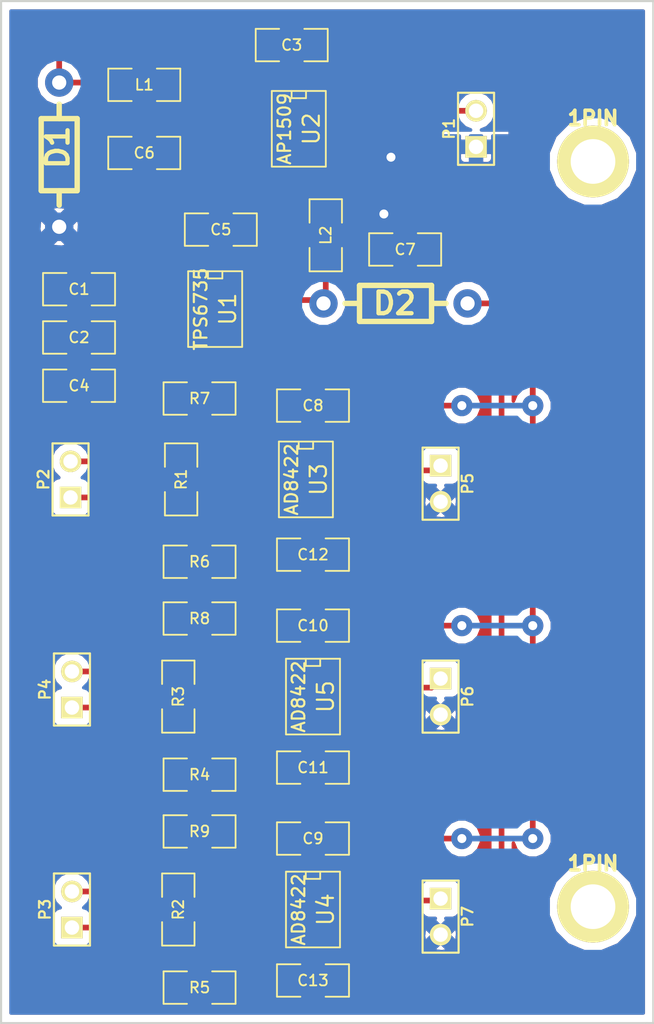
<source format=kicad_pcb>
(kicad_pcb (version 3) (host pcbnew "(2013-12-18 BZR 4557)-product")

  (general
    (links 82)
    (no_connects 0)
    (area 93.909766 68.124999 142.178572 140.275001)
    (thickness 1.6)
    (drawings 6)
    (tracks 199)
    (zones 0)
    (modules 40)
    (nets 25)
  )

  (page A4)
  (layers
    (15 F.Cu signal)
    (0 B.Cu signal hide)
    (16 B.Adhes user)
    (17 F.Adhes user)
    (18 B.Paste user)
    (19 F.Paste user)
    (20 B.SilkS user)
    (21 F.SilkS user)
    (22 B.Mask user)
    (23 F.Mask user)
    (24 Dwgs.User user)
    (25 Cmts.User user)
    (26 Eco1.User user)
    (27 Eco2.User user)
    (28 Edge.Cuts user)
  )

  (setup
    (last_trace_width 0.4)
    (trace_clearance 0.3)
    (zone_clearance 0.508)
    (zone_45_only no)
    (trace_min 0.254)
    (segment_width 0.2)
    (edge_width 0.15)
    (via_size 1.5)
    (via_drill 0.635)
    (via_min_size 0.889)
    (via_min_drill 0.508)
    (uvia_size 0.508)
    (uvia_drill 0.127)
    (uvias_allowed no)
    (uvia_min_size 0.508)
    (uvia_min_drill 0.127)
    (pcb_text_width 0.3)
    (pcb_text_size 1.5 1.5)
    (mod_edge_width 0.15)
    (mod_text_size 1.5 1.5)
    (mod_text_width 0.15)
    (pad_size 1.524 1.524)
    (pad_drill 1.016)
    (pad_to_mask_clearance 0.2)
    (aux_axis_origin 0 0)
    (visible_elements FFFFFF7F)
    (pcbplotparams
      (layerselection 268468225)
      (usegerberextensions true)
      (excludeedgelayer true)
      (linewidth 0.150000)
      (plotframeref false)
      (viasonmask false)
      (mode 1)
      (useauxorigin false)
      (hpglpennumber 1)
      (hpglpenspeed 20)
      (hpglpendiameter 15)
      (hpglpenoverlay 2)
      (psnegative false)
      (psa4output false)
      (plotreference true)
      (plotvalue true)
      (plotothertext true)
      (plotinvisibletext false)
      (padsonsilk false)
      (subtractmaskfromsilk false)
      (outputformat 1)
      (mirror false)
      (drillshape 0)
      (scaleselection 1)
      (outputdirectory output/))
  )

  (net 0 "")
  (net 1 +12V)
  (net 2 /+5V)
  (net 3 /-5V)
  (net 4 GND)
  (net 5 "Net-(C1-Pad2)")
  (net 6 "Net-(C2-Pad2)")
  (net 7 "Net-(C4-Pad2)")
  (net 8 "Net-(D1-Pad2)")
  (net 9 "Net-(D2-Pad2)")
  (net 10 "Net-(P2-Pad1)")
  (net 11 "Net-(P2-Pad2)")
  (net 12 "Net-(P3-Pad1)")
  (net 13 "Net-(P3-Pad2)")
  (net 14 "Net-(P4-Pad1)")
  (net 15 "Net-(P4-Pad2)")
  (net 16 "Net-(P5-Pad1)")
  (net 17 "Net-(P6-Pad1)")
  (net 18 "Net-(P7-Pad1)")
  (net 19 "Net-(R1-Pad1)")
  (net 20 "Net-(R1-Pad2)")
  (net 21 "Net-(R2-Pad1)")
  (net 22 "Net-(R2-Pad2)")
  (net 23 "Net-(R3-Pad1)")
  (net 24 "Net-(R3-Pad2)")

  (net_class Default "This is the default net class."
    (clearance 0.3)
    (trace_width 0.4)
    (via_dia 1.5)
    (via_drill 0.635)
    (uvia_dia 0.508)
    (uvia_drill 0.127)
    (add_net "")
    (add_net +12V)
    (add_net /+5V)
    (add_net /-5V)
    (add_net GND)
    (add_net "Net-(C1-Pad2)")
    (add_net "Net-(C2-Pad2)")
    (add_net "Net-(C4-Pad2)")
    (add_net "Net-(D1-Pad2)")
    (add_net "Net-(D2-Pad2)")
    (add_net "Net-(P2-Pad1)")
    (add_net "Net-(P2-Pad2)")
    (add_net "Net-(P3-Pad1)")
    (add_net "Net-(P3-Pad2)")
    (add_net "Net-(P4-Pad1)")
    (add_net "Net-(P4-Pad2)")
    (add_net "Net-(P5-Pad1)")
    (add_net "Net-(P6-Pad1)")
    (add_net "Net-(P7-Pad1)")
    (add_net "Net-(R1-Pad1)")
    (add_net "Net-(R1-Pad2)")
    (add_net "Net-(R2-Pad1)")
    (add_net "Net-(R2-Pad2)")
    (add_net "Net-(R3-Pad1)")
    (add_net "Net-(R3-Pad2)")
  )

  (module Connect:1pin (layer F.Cu) (tedit 52B89853) (tstamp 52B8DC75)
    (at 137 79.5)
    (descr "module 1 pin (ou trou mecanique de percage)")
    (tags DEV)
    (fp_text reference 1PIN (at 0 -3.048) (layer F.SilkS)
      (effects (font (size 1.016 1.016) (thickness 0.254)))
    )
    (fp_text value P*** (at 0 2.794) (layer F.SilkS) hide
      (effects (font (size 1.016 1.016) (thickness 0.254)))
    )
    (fp_circle (center 0 0) (end 0 -2.286) (layer F.SilkS) (width 0.381))
    (pad 1 thru_hole circle (at 0 0) (size 5.064 5.064) (drill 3.148) (layers *.Cu *.Mask F.SilkS))
  )

  (module SMD_Packages:SM1206 (layer F.Cu) (tedit 52B8857E) (tstamp 52B8DC6A)
    (at 100.75 88.5)
    (path /529DF352)
    (attr smd)
    (fp_text reference C1 (at 0 0) (layer F.SilkS)
      (effects (font (size 0.762 0.762) (thickness 0.127)))
    )
    (fp_text value 10uF (at 0 0) (layer F.SilkS) hide
      (effects (font (size 0.762 0.762) (thickness 0.127)))
    )
    (fp_line (start -2.54 -1.143) (end -2.54 1.143) (layer F.SilkS) (width 0.127))
    (fp_line (start -2.54 1.143) (end -0.889 1.143) (layer F.SilkS) (width 0.127))
    (fp_line (start 0.889 -1.143) (end 2.54 -1.143) (layer F.SilkS) (width 0.127))
    (fp_line (start 2.54 -1.143) (end 2.54 1.143) (layer F.SilkS) (width 0.127))
    (fp_line (start 2.54 1.143) (end 0.889 1.143) (layer F.SilkS) (width 0.127))
    (fp_line (start -0.889 -1.143) (end -2.54 -1.143) (layer F.SilkS) (width 0.127))
    (pad 1 smd rect (at -1.651 0) (size 1.524 2.032) (layers F.Cu F.Paste F.Mask)
      (net 4 GND))
    (pad 2 smd rect (at 1.651 0) (size 1.524 2.032) (layers F.Cu F.Paste F.Mask)
      (net 5 "Net-(C1-Pad2)"))
    (model smd/chip_cms.wrl
      (at (xyz 0 0 0))
      (scale (xyz 0.17 0.16 0.16))
      (rotate (xyz 0 0 0))
    )
  )

  (module SMD_Packages:SM1206 (layer F.Cu) (tedit 52B8857E) (tstamp 52B8DC5F)
    (at 100.75 91.9)
    (path /529DF34C)
    (attr smd)
    (fp_text reference C2 (at 0 0) (layer F.SilkS)
      (effects (font (size 0.762 0.762) (thickness 0.127)))
    )
    (fp_text value 0.1uF (at 0 0) (layer F.SilkS) hide
      (effects (font (size 0.762 0.762) (thickness 0.127)))
    )
    (fp_line (start -2.54 -1.143) (end -2.54 1.143) (layer F.SilkS) (width 0.127))
    (fp_line (start -2.54 1.143) (end -0.889 1.143) (layer F.SilkS) (width 0.127))
    (fp_line (start 0.889 -1.143) (end 2.54 -1.143) (layer F.SilkS) (width 0.127))
    (fp_line (start 2.54 -1.143) (end 2.54 1.143) (layer F.SilkS) (width 0.127))
    (fp_line (start 2.54 1.143) (end 0.889 1.143) (layer F.SilkS) (width 0.127))
    (fp_line (start -0.889 -1.143) (end -2.54 -1.143) (layer F.SilkS) (width 0.127))
    (pad 1 smd rect (at -1.651 0) (size 1.524 2.032) (layers F.Cu F.Paste F.Mask)
      (net 4 GND))
    (pad 2 smd rect (at 1.651 0) (size 1.524 2.032) (layers F.Cu F.Paste F.Mask)
      (net 6 "Net-(C2-Pad2)"))
    (model smd/chip_cms.wrl
      (at (xyz 0 0 0))
      (scale (xyz 0.17 0.16 0.16))
      (rotate (xyz 0 0 0))
    )
  )

  (module SMD_Packages:SM1206 (layer F.Cu) (tedit 52B8857E) (tstamp 52B8DC54)
    (at 115.75 71.3 180)
    (path /529DEF09)
    (attr smd)
    (fp_text reference C3 (at 0 0 180) (layer F.SilkS)
      (effects (font (size 0.762 0.762) (thickness 0.127)))
    )
    (fp_text value 47uF (at 0 0 180) (layer F.SilkS) hide
      (effects (font (size 0.762 0.762) (thickness 0.127)))
    )
    (fp_line (start -2.54 -1.143) (end -2.54 1.143) (layer F.SilkS) (width 0.127))
    (fp_line (start -2.54 1.143) (end -0.889 1.143) (layer F.SilkS) (width 0.127))
    (fp_line (start 0.889 -1.143) (end 2.54 -1.143) (layer F.SilkS) (width 0.127))
    (fp_line (start 2.54 -1.143) (end 2.54 1.143) (layer F.SilkS) (width 0.127))
    (fp_line (start 2.54 1.143) (end 0.889 1.143) (layer F.SilkS) (width 0.127))
    (fp_line (start -0.889 -1.143) (end -2.54 -1.143) (layer F.SilkS) (width 0.127))
    (pad 1 smd rect (at -1.651 0 180) (size 1.524 2.032) (layers F.Cu F.Paste F.Mask)
      (net 4 GND))
    (pad 2 smd rect (at 1.651 0 180) (size 1.524 2.032) (layers F.Cu F.Paste F.Mask)
      (net 1 +12V))
    (model smd/chip_cms.wrl
      (at (xyz 0 0 0))
      (scale (xyz 0.17 0.16 0.16))
      (rotate (xyz 0 0 0))
    )
  )

  (module SMD_Packages:SM1206 (layer F.Cu) (tedit 52B8857E) (tstamp 52B8DC49)
    (at 100.75 95.3)
    (path /529DF329)
    (attr smd)
    (fp_text reference C4 (at 0 0) (layer F.SilkS)
      (effects (font (size 0.762 0.762) (thickness 0.127)))
    )
    (fp_text value 82pF (at 0 0) (layer F.SilkS) hide
      (effects (font (size 0.762 0.762) (thickness 0.127)))
    )
    (fp_line (start -2.54 -1.143) (end -2.54 1.143) (layer F.SilkS) (width 0.127))
    (fp_line (start -2.54 1.143) (end -0.889 1.143) (layer F.SilkS) (width 0.127))
    (fp_line (start 0.889 -1.143) (end 2.54 -1.143) (layer F.SilkS) (width 0.127))
    (fp_line (start 2.54 -1.143) (end 2.54 1.143) (layer F.SilkS) (width 0.127))
    (fp_line (start 2.54 1.143) (end 0.889 1.143) (layer F.SilkS) (width 0.127))
    (fp_line (start -0.889 -1.143) (end -2.54 -1.143) (layer F.SilkS) (width 0.127))
    (pad 1 smd rect (at -1.651 0) (size 1.524 2.032) (layers F.Cu F.Paste F.Mask)
      (net 4 GND))
    (pad 2 smd rect (at 1.651 0) (size 1.524 2.032) (layers F.Cu F.Paste F.Mask)
      (net 7 "Net-(C4-Pad2)"))
    (model smd/chip_cms.wrl
      (at (xyz 0 0 0))
      (scale (xyz 0.17 0.16 0.16))
      (rotate (xyz 0 0 0))
    )
  )

  (module SMD_Packages:SM1206 (layer F.Cu) (tedit 52B8857E) (tstamp 52B8DC3E)
    (at 110.75 84.3)
    (path /529DF1FD)
    (attr smd)
    (fp_text reference C5 (at 0 0) (layer F.SilkS)
      (effects (font (size 0.762 0.762) (thickness 0.127)))
    )
    (fp_text value 1uF (at 0 0) (layer F.SilkS) hide
      (effects (font (size 0.762 0.762) (thickness 0.127)))
    )
    (fp_line (start -2.54 -1.143) (end -2.54 1.143) (layer F.SilkS) (width 0.127))
    (fp_line (start -2.54 1.143) (end -0.889 1.143) (layer F.SilkS) (width 0.127))
    (fp_line (start 0.889 -1.143) (end 2.54 -1.143) (layer F.SilkS) (width 0.127))
    (fp_line (start 2.54 -1.143) (end 2.54 1.143) (layer F.SilkS) (width 0.127))
    (fp_line (start 2.54 1.143) (end 0.889 1.143) (layer F.SilkS) (width 0.127))
    (fp_line (start -0.889 -1.143) (end -2.54 -1.143) (layer F.SilkS) (width 0.127))
    (pad 1 smd rect (at -1.651 0) (size 1.524 2.032) (layers F.Cu F.Paste F.Mask)
      (net 4 GND))
    (pad 2 smd rect (at 1.651 0) (size 1.524 2.032) (layers F.Cu F.Paste F.Mask)
      (net 2 /+5V))
    (model smd/chip_cms.wrl
      (at (xyz 0 0 0))
      (scale (xyz 0.17 0.16 0.16))
      (rotate (xyz 0 0 0))
    )
  )

  (module SMD_Packages:SM1206 (layer F.Cu) (tedit 52B8857E) (tstamp 52B8DC33)
    (at 105.35 78.9)
    (path /529DEF68)
    (attr smd)
    (fp_text reference C6 (at 0 0) (layer F.SilkS)
      (effects (font (size 0.762 0.762) (thickness 0.127)))
    )
    (fp_text value 47uF (at 0 0) (layer F.SilkS) hide
      (effects (font (size 0.762 0.762) (thickness 0.127)))
    )
    (fp_line (start -2.54 -1.143) (end -2.54 1.143) (layer F.SilkS) (width 0.127))
    (fp_line (start -2.54 1.143) (end -0.889 1.143) (layer F.SilkS) (width 0.127))
    (fp_line (start 0.889 -1.143) (end 2.54 -1.143) (layer F.SilkS) (width 0.127))
    (fp_line (start 2.54 -1.143) (end 2.54 1.143) (layer F.SilkS) (width 0.127))
    (fp_line (start 2.54 1.143) (end 0.889 1.143) (layer F.SilkS) (width 0.127))
    (fp_line (start -0.889 -1.143) (end -2.54 -1.143) (layer F.SilkS) (width 0.127))
    (pad 1 smd rect (at -1.651 0) (size 1.524 2.032) (layers F.Cu F.Paste F.Mask)
      (net 4 GND))
    (pad 2 smd rect (at 1.651 0) (size 1.524 2.032) (layers F.Cu F.Paste F.Mask)
      (net 2 /+5V))
    (model smd/chip_cms.wrl
      (at (xyz 0 0 0))
      (scale (xyz 0.17 0.16 0.16))
      (rotate (xyz 0 0 0))
    )
  )

  (module SMD_Packages:SM1206 (layer F.Cu) (tedit 52B8857E) (tstamp 52B8DC28)
    (at 123.75 85.7)
    (path /529DEBA5)
    (attr smd)
    (fp_text reference C7 (at 0 0) (layer F.SilkS)
      (effects (font (size 0.762 0.762) (thickness 0.127)))
    )
    (fp_text value 100uF (at 0 0) (layer F.SilkS) hide
      (effects (font (size 0.762 0.762) (thickness 0.127)))
    )
    (fp_line (start -2.54 -1.143) (end -2.54 1.143) (layer F.SilkS) (width 0.127))
    (fp_line (start -2.54 1.143) (end -0.889 1.143) (layer F.SilkS) (width 0.127))
    (fp_line (start 0.889 -1.143) (end 2.54 -1.143) (layer F.SilkS) (width 0.127))
    (fp_line (start 2.54 -1.143) (end 2.54 1.143) (layer F.SilkS) (width 0.127))
    (fp_line (start 2.54 1.143) (end 0.889 1.143) (layer F.SilkS) (width 0.127))
    (fp_line (start -0.889 -1.143) (end -2.54 -1.143) (layer F.SilkS) (width 0.127))
    (pad 1 smd rect (at -1.651 0) (size 1.524 2.032) (layers F.Cu F.Paste F.Mask)
      (net 4 GND))
    (pad 2 smd rect (at 1.651 0) (size 1.524 2.032) (layers F.Cu F.Paste F.Mask)
      (net 3 /-5V))
    (model smd/chip_cms.wrl
      (at (xyz 0 0 0))
      (scale (xyz 0.17 0.16 0.16))
      (rotate (xyz 0 0 0))
    )
  )

  (module SMD_Packages:SM1206 (layer F.Cu) (tedit 52B8857E) (tstamp 52B8DC1D)
    (at 117.25 96.7)
    (path /529DE450)
    (attr smd)
    (fp_text reference C8 (at 0 0) (layer F.SilkS)
      (effects (font (size 0.762 0.762) (thickness 0.127)))
    )
    (fp_text value 0.1uF (at 0 0) (layer F.SilkS) hide
      (effects (font (size 0.762 0.762) (thickness 0.127)))
    )
    (fp_line (start -2.54 -1.143) (end -2.54 1.143) (layer F.SilkS) (width 0.127))
    (fp_line (start -2.54 1.143) (end -0.889 1.143) (layer F.SilkS) (width 0.127))
    (fp_line (start 0.889 -1.143) (end 2.54 -1.143) (layer F.SilkS) (width 0.127))
    (fp_line (start 2.54 -1.143) (end 2.54 1.143) (layer F.SilkS) (width 0.127))
    (fp_line (start 2.54 1.143) (end 0.889 1.143) (layer F.SilkS) (width 0.127))
    (fp_line (start -0.889 -1.143) (end -2.54 -1.143) (layer F.SilkS) (width 0.127))
    (pad 1 smd rect (at -1.651 0) (size 1.524 2.032) (layers F.Cu F.Paste F.Mask)
      (net 4 GND))
    (pad 2 smd rect (at 1.651 0) (size 1.524 2.032) (layers F.Cu F.Paste F.Mask)
      (net 2 /+5V))
    (model smd/chip_cms.wrl
      (at (xyz 0 0 0))
      (scale (xyz 0.17 0.16 0.16))
      (rotate (xyz 0 0 0))
    )
  )

  (module SMD_Packages:SM1206 (layer F.Cu) (tedit 52B8857E) (tstamp 52B8DC12)
    (at 117.25 127.2)
    (path /529DE789)
    (attr smd)
    (fp_text reference C9 (at 0 0) (layer F.SilkS)
      (effects (font (size 0.762 0.762) (thickness 0.127)))
    )
    (fp_text value 0.1uF (at 0 0) (layer F.SilkS) hide
      (effects (font (size 0.762 0.762) (thickness 0.127)))
    )
    (fp_line (start -2.54 -1.143) (end -2.54 1.143) (layer F.SilkS) (width 0.127))
    (fp_line (start -2.54 1.143) (end -0.889 1.143) (layer F.SilkS) (width 0.127))
    (fp_line (start 0.889 -1.143) (end 2.54 -1.143) (layer F.SilkS) (width 0.127))
    (fp_line (start 2.54 -1.143) (end 2.54 1.143) (layer F.SilkS) (width 0.127))
    (fp_line (start 2.54 1.143) (end 0.889 1.143) (layer F.SilkS) (width 0.127))
    (fp_line (start -0.889 -1.143) (end -2.54 -1.143) (layer F.SilkS) (width 0.127))
    (pad 1 smd rect (at -1.651 0) (size 1.524 2.032) (layers F.Cu F.Paste F.Mask)
      (net 4 GND))
    (pad 2 smd rect (at 1.651 0) (size 1.524 2.032) (layers F.Cu F.Paste F.Mask)
      (net 2 /+5V))
    (model smd/chip_cms.wrl
      (at (xyz 0 0 0))
      (scale (xyz 0.17 0.16 0.16))
      (rotate (xyz 0 0 0))
    )
  )

  (module SMD_Packages:SM1206 (layer F.Cu) (tedit 52B8857E) (tstamp 52B8DC07)
    (at 117.25 112.2)
    (path /529DE779)
    (attr smd)
    (fp_text reference C10 (at 0 0) (layer F.SilkS)
      (effects (font (size 0.762 0.762) (thickness 0.127)))
    )
    (fp_text value 0.1uF (at 0 0) (layer F.SilkS) hide
      (effects (font (size 0.762 0.762) (thickness 0.127)))
    )
    (fp_line (start -2.54 -1.143) (end -2.54 1.143) (layer F.SilkS) (width 0.127))
    (fp_line (start -2.54 1.143) (end -0.889 1.143) (layer F.SilkS) (width 0.127))
    (fp_line (start 0.889 -1.143) (end 2.54 -1.143) (layer F.SilkS) (width 0.127))
    (fp_line (start 2.54 -1.143) (end 2.54 1.143) (layer F.SilkS) (width 0.127))
    (fp_line (start 2.54 1.143) (end 0.889 1.143) (layer F.SilkS) (width 0.127))
    (fp_line (start -0.889 -1.143) (end -2.54 -1.143) (layer F.SilkS) (width 0.127))
    (pad 1 smd rect (at -1.651 0) (size 1.524 2.032) (layers F.Cu F.Paste F.Mask)
      (net 4 GND))
    (pad 2 smd rect (at 1.651 0) (size 1.524 2.032) (layers F.Cu F.Paste F.Mask)
      (net 2 /+5V))
    (model smd/chip_cms.wrl
      (at (xyz 0 0 0))
      (scale (xyz 0.17 0.16 0.16))
      (rotate (xyz 0 0 0))
    )
  )

  (module SMD_Packages:SM1206 (layer F.Cu) (tedit 52B8857E) (tstamp 52B8DBFC)
    (at 117.25 122.2)
    (path /529DE94F)
    (attr smd)
    (fp_text reference C11 (at 0 0) (layer F.SilkS)
      (effects (font (size 0.762 0.762) (thickness 0.127)))
    )
    (fp_text value 0.1uF (at 0 0) (layer F.SilkS) hide
      (effects (font (size 0.762 0.762) (thickness 0.127)))
    )
    (fp_line (start -2.54 -1.143) (end -2.54 1.143) (layer F.SilkS) (width 0.127))
    (fp_line (start -2.54 1.143) (end -0.889 1.143) (layer F.SilkS) (width 0.127))
    (fp_line (start 0.889 -1.143) (end 2.54 -1.143) (layer F.SilkS) (width 0.127))
    (fp_line (start 2.54 -1.143) (end 2.54 1.143) (layer F.SilkS) (width 0.127))
    (fp_line (start 2.54 1.143) (end 0.889 1.143) (layer F.SilkS) (width 0.127))
    (fp_line (start -0.889 -1.143) (end -2.54 -1.143) (layer F.SilkS) (width 0.127))
    (pad 1 smd rect (at -1.651 0) (size 1.524 2.032) (layers F.Cu F.Paste F.Mask)
      (net 4 GND))
    (pad 2 smd rect (at 1.651 0) (size 1.524 2.032) (layers F.Cu F.Paste F.Mask)
      (net 3 /-5V))
    (model smd/chip_cms.wrl
      (at (xyz 0 0 0))
      (scale (xyz 0.17 0.16 0.16))
      (rotate (xyz 0 0 0))
    )
  )

  (module SMD_Packages:SM1206 (layer F.Cu) (tedit 52B8857E) (tstamp 52B8DBF1)
    (at 117.25 107.2)
    (path /529DE889)
    (attr smd)
    (fp_text reference C12 (at 0 0) (layer F.SilkS)
      (effects (font (size 0.762 0.762) (thickness 0.127)))
    )
    (fp_text value 0.1uF (at 0 0) (layer F.SilkS) hide
      (effects (font (size 0.762 0.762) (thickness 0.127)))
    )
    (fp_line (start -2.54 -1.143) (end -2.54 1.143) (layer F.SilkS) (width 0.127))
    (fp_line (start -2.54 1.143) (end -0.889 1.143) (layer F.SilkS) (width 0.127))
    (fp_line (start 0.889 -1.143) (end 2.54 -1.143) (layer F.SilkS) (width 0.127))
    (fp_line (start 2.54 -1.143) (end 2.54 1.143) (layer F.SilkS) (width 0.127))
    (fp_line (start 2.54 1.143) (end 0.889 1.143) (layer F.SilkS) (width 0.127))
    (fp_line (start -0.889 -1.143) (end -2.54 -1.143) (layer F.SilkS) (width 0.127))
    (pad 1 smd rect (at -1.651 0) (size 1.524 2.032) (layers F.Cu F.Paste F.Mask)
      (net 4 GND))
    (pad 2 smd rect (at 1.651 0) (size 1.524 2.032) (layers F.Cu F.Paste F.Mask)
      (net 3 /-5V))
    (model smd/chip_cms.wrl
      (at (xyz 0 0 0))
      (scale (xyz 0.17 0.16 0.16))
      (rotate (xyz 0 0 0))
    )
  )

  (module SMD_Packages:SM1206 (layer F.Cu) (tedit 52B8857E) (tstamp 52B8DBE6)
    (at 117.25 137.2)
    (path /529DE7BE)
    (attr smd)
    (fp_text reference C13 (at 0 0) (layer F.SilkS)
      (effects (font (size 0.762 0.762) (thickness 0.127)))
    )
    (fp_text value 0.1uF (at 0 0) (layer F.SilkS) hide
      (effects (font (size 0.762 0.762) (thickness 0.127)))
    )
    (fp_line (start -2.54 -1.143) (end -2.54 1.143) (layer F.SilkS) (width 0.127))
    (fp_line (start -2.54 1.143) (end -0.889 1.143) (layer F.SilkS) (width 0.127))
    (fp_line (start 0.889 -1.143) (end 2.54 -1.143) (layer F.SilkS) (width 0.127))
    (fp_line (start 2.54 -1.143) (end 2.54 1.143) (layer F.SilkS) (width 0.127))
    (fp_line (start 2.54 1.143) (end 0.889 1.143) (layer F.SilkS) (width 0.127))
    (fp_line (start -0.889 -1.143) (end -2.54 -1.143) (layer F.SilkS) (width 0.127))
    (pad 1 smd rect (at -1.651 0) (size 1.524 2.032) (layers F.Cu F.Paste F.Mask)
      (net 4 GND))
    (pad 2 smd rect (at 1.651 0) (size 1.524 2.032) (layers F.Cu F.Paste F.Mask)
      (net 3 /-5V))
    (model smd/chip_cms.wrl
      (at (xyz 0 0 0))
      (scale (xyz 0.17 0.16 0.16))
      (rotate (xyz 0 0 0))
    )
  )

  (module Resistors_ThroughHole:Resistor_Horizontal_RM10mm_22Apr2011 (layer F.Cu) (tedit 52B9A3CF) (tstamp 52B8DBDB)
    (at 99.35 79.1 90)
    (descr "Resistor, Axial,  RM 10mm, 1/3W,")
    (tags "Resistor, Axial, RM 10mm, 1/3W,")
    (path /529DEC2F)
    (fp_text reference D1 (at 0.6 -0.1 90) (layer F.SilkS)
      (effects (font (thickness 0.3048)))
    )
    (fp_text value DIODESCH (at 3.81 3.81 90) (layer F.SilkS) hide
      (effects (font (size 1.50114 1.50114) (thickness 0.20066)))
    )
    (fp_line (start -2.46126 0) (end -3.47726 0) (layer F.SilkS) (width 0.381))
    (fp_line (start 2.61874 0) (end 3.63474 0) (layer F.SilkS) (width 0.381))
    (fp_line (start -2.46126 -1.27) (end 2.61874 -1.27) (layer F.SilkS) (width 0.381))
    (fp_line (start 2.61874 -1.27) (end 2.61874 1.27) (layer F.SilkS) (width 0.381))
    (fp_line (start 2.61874 1.27) (end -2.46126 1.27) (layer F.SilkS) (width 0.381))
    (fp_line (start -2.46126 1.27) (end -2.46126 -1.27) (layer F.SilkS) (width 0.381))
    (pad 1 thru_hole circle (at -5.00126 0 90) (size 1.99898 1.99898) (drill 1.00076) (layers *.Cu)
      (net 4 GND))
    (pad 2 thru_hole circle (at 5.15874 0 90) (size 1.99898 1.99898) (drill 1.00076) (layers *.Cu)
      (net 8 "Net-(D1-Pad2)"))
  )

  (module Resistors_ThroughHole:Resistor_Horizontal_RM10mm_22Apr2011 (layer F.Cu) (tedit 52B9A3CC) (tstamp 52B8DBD0)
    (at 123.15 89.5 180)
    (descr "Resistor, Axial,  RM 10mm, 1/3W,")
    (tags "Resistor, Axial, RM 10mm, 1/3W,")
    (path /529DF174)
    (fp_text reference D2 (at 0.15 0 180) (layer F.SilkS)
      (effects (font (thickness 0.3048)))
    )
    (fp_text value DIODESCH (at 3.81 3.81 180) (layer F.SilkS) hide
      (effects (font (size 1.50114 1.50114) (thickness 0.20066)))
    )
    (fp_line (start -2.46126 0) (end -3.47726 0) (layer F.SilkS) (width 0.381))
    (fp_line (start 2.61874 0) (end 3.63474 0) (layer F.SilkS) (width 0.381))
    (fp_line (start -2.46126 -1.27) (end 2.61874 -1.27) (layer F.SilkS) (width 0.381))
    (fp_line (start 2.61874 -1.27) (end 2.61874 1.27) (layer F.SilkS) (width 0.381))
    (fp_line (start 2.61874 1.27) (end -2.46126 1.27) (layer F.SilkS) (width 0.381))
    (fp_line (start -2.46126 1.27) (end -2.46126 -1.27) (layer F.SilkS) (width 0.381))
    (pad 1 thru_hole circle (at -5.00126 0 180) (size 1.99898 1.99898) (drill 1.00076) (layers *.Cu)
      (net 3 /-5V))
    (pad 2 thru_hole circle (at 5.15874 0 180) (size 1.99898 1.99898) (drill 1.00076) (layers *.Cu)
      (net 9 "Net-(D2-Pad2)"))
  )

  (module SMD_Packages:SM1206 (layer F.Cu) (tedit 52B8857E) (tstamp 52B8DBC5)
    (at 105.35 74.1)
    (path /529DEF74)
    (attr smd)
    (fp_text reference L1 (at 0 0) (layer F.SilkS)
      (effects (font (size 0.762 0.762) (thickness 0.127)))
    )
    (fp_text value 47uH (at 0 0) (layer F.SilkS) hide
      (effects (font (size 0.762 0.762) (thickness 0.127)))
    )
    (fp_line (start -2.54 -1.143) (end -2.54 1.143) (layer F.SilkS) (width 0.127))
    (fp_line (start -2.54 1.143) (end -0.889 1.143) (layer F.SilkS) (width 0.127))
    (fp_line (start 0.889 -1.143) (end 2.54 -1.143) (layer F.SilkS) (width 0.127))
    (fp_line (start 2.54 -1.143) (end 2.54 1.143) (layer F.SilkS) (width 0.127))
    (fp_line (start 2.54 1.143) (end 0.889 1.143) (layer F.SilkS) (width 0.127))
    (fp_line (start -0.889 -1.143) (end -2.54 -1.143) (layer F.SilkS) (width 0.127))
    (pad 1 smd rect (at -1.651 0) (size 1.524 2.032) (layers F.Cu F.Paste F.Mask)
      (net 8 "Net-(D1-Pad2)"))
    (pad 2 smd rect (at 1.651 0) (size 1.524 2.032) (layers F.Cu F.Paste F.Mask)
      (net 2 /+5V))
    (model smd/chip_cms.wrl
      (at (xyz 0 0 0))
      (scale (xyz 0.17 0.16 0.16))
      (rotate (xyz 0 0 0))
    )
  )

  (module SMD_Packages:SM1206 (layer F.Cu) (tedit 52B8857E) (tstamp 52B8DBBA)
    (at 118.15 84.7 270)
    (path /529DF2A6)
    (attr smd)
    (fp_text reference L2 (at 0 0 270) (layer F.SilkS)
      (effects (font (size 0.762 0.762) (thickness 0.127)))
    )
    (fp_text value 10uH (at 0 0 270) (layer F.SilkS) hide
      (effects (font (size 0.762 0.762) (thickness 0.127)))
    )
    (fp_line (start -2.54 -1.143) (end -2.54 1.143) (layer F.SilkS) (width 0.127))
    (fp_line (start -2.54 1.143) (end -0.889 1.143) (layer F.SilkS) (width 0.127))
    (fp_line (start 0.889 -1.143) (end 2.54 -1.143) (layer F.SilkS) (width 0.127))
    (fp_line (start 2.54 -1.143) (end 2.54 1.143) (layer F.SilkS) (width 0.127))
    (fp_line (start 2.54 1.143) (end 0.889 1.143) (layer F.SilkS) (width 0.127))
    (fp_line (start -0.889 -1.143) (end -2.54 -1.143) (layer F.SilkS) (width 0.127))
    (pad 1 smd rect (at -1.651 0 270) (size 1.524 2.032) (layers F.Cu F.Paste F.Mask)
      (net 4 GND))
    (pad 2 smd rect (at 1.651 0 270) (size 1.524 2.032) (layers F.Cu F.Paste F.Mask)
      (net 9 "Net-(D2-Pad2)"))
    (model smd/chip_cms.wrl
      (at (xyz 0 0 0))
      (scale (xyz 0.17 0.16 0.16))
      (rotate (xyz 0 0 0))
    )
  )

  (module Pin_Arrays:PIN_ARRAY_2X1 (layer F.Cu) (tedit 52B8857E) (tstamp 52B8DBB1)
    (at 128.75 77.2 90)
    (descr "Connecteurs 2 pins")
    (tags "CONN DEV")
    (path /529E0074)
    (fp_text reference P1 (at 0 -1.905 90) (layer F.SilkS)
      (effects (font (size 0.762 0.762) (thickness 0.1524)))
    )
    (fp_text value CONN_2 (at 0 -1.905 90) (layer F.SilkS) hide
      (effects (font (size 0.762 0.762) (thickness 0.1524)))
    )
    (fp_line (start -2.54 1.27) (end -2.54 -1.27) (layer F.SilkS) (width 0.1524))
    (fp_line (start -2.54 -1.27) (end 2.54 -1.27) (layer F.SilkS) (width 0.1524))
    (fp_line (start 2.54 -1.27) (end 2.54 1.27) (layer F.SilkS) (width 0.1524))
    (fp_line (start 2.54 1.27) (end -2.54 1.27) (layer F.SilkS) (width 0.1524))
    (pad 1 thru_hole rect (at -1.27 0 90) (size 1.524 1.524) (drill 1.016) (layers *.Cu *.Mask F.SilkS)
      (net 4 GND))
    (pad 2 thru_hole circle (at 1.27 0 90) (size 1.524 1.524) (drill 1.016) (layers *.Cu *.Mask F.SilkS)
      (net 1 +12V))
    (model pin_array/pins_array_2x1.wrl
      (at (xyz 0 0 0))
      (scale (xyz 1 1 1))
      (rotate (xyz 0 0 0))
    )
  )

  (module Pin_Arrays:PIN_ARRAY_2X1 (layer F.Cu) (tedit 52B8857E) (tstamp 52B8DBA8)
    (at 100.15 101.9 90)
    (descr "Connecteurs 2 pins")
    (tags "CONN DEV")
    (path /529DEA44)
    (fp_text reference P2 (at 0 -1.905 90) (layer F.SilkS)
      (effects (font (size 0.762 0.762) (thickness 0.1524)))
    )
    (fp_text value CONN_2 (at 0 -1.905 90) (layer F.SilkS) hide
      (effects (font (size 0.762 0.762) (thickness 0.1524)))
    )
    (fp_line (start -2.54 1.27) (end -2.54 -1.27) (layer F.SilkS) (width 0.1524))
    (fp_line (start -2.54 -1.27) (end 2.54 -1.27) (layer F.SilkS) (width 0.1524))
    (fp_line (start 2.54 -1.27) (end 2.54 1.27) (layer F.SilkS) (width 0.1524))
    (fp_line (start 2.54 1.27) (end -2.54 1.27) (layer F.SilkS) (width 0.1524))
    (pad 1 thru_hole rect (at -1.27 0 90) (size 1.524 1.524) (drill 1.016) (layers *.Cu *.Mask F.SilkS)
      (net 10 "Net-(P2-Pad1)"))
    (pad 2 thru_hole circle (at 1.27 0 90) (size 1.524 1.524) (drill 1.016) (layers *.Cu *.Mask F.SilkS)
      (net 11 "Net-(P2-Pad2)"))
    (model pin_array/pins_array_2x1.wrl
      (at (xyz 0 0 0))
      (scale (xyz 1 1 1))
      (rotate (xyz 0 0 0))
    )
  )

  (module Pin_Arrays:PIN_ARRAY_2X1 (layer F.Cu) (tedit 52B8857E) (tstamp 52B8DB9F)
    (at 100.25 132.2 90)
    (descr "Connecteurs 2 pins")
    (tags "CONN DEV")
    (path /529DEA53)
    (fp_text reference P3 (at 0 -1.905 90) (layer F.SilkS)
      (effects (font (size 0.762 0.762) (thickness 0.1524)))
    )
    (fp_text value CONN_2 (at 0 -1.905 90) (layer F.SilkS) hide
      (effects (font (size 0.762 0.762) (thickness 0.1524)))
    )
    (fp_line (start -2.54 1.27) (end -2.54 -1.27) (layer F.SilkS) (width 0.1524))
    (fp_line (start -2.54 -1.27) (end 2.54 -1.27) (layer F.SilkS) (width 0.1524))
    (fp_line (start 2.54 -1.27) (end 2.54 1.27) (layer F.SilkS) (width 0.1524))
    (fp_line (start 2.54 1.27) (end -2.54 1.27) (layer F.SilkS) (width 0.1524))
    (pad 1 thru_hole rect (at -1.27 0 90) (size 1.524 1.524) (drill 1.016) (layers *.Cu *.Mask F.SilkS)
      (net 12 "Net-(P3-Pad1)"))
    (pad 2 thru_hole circle (at 1.27 0 90) (size 1.524 1.524) (drill 1.016) (layers *.Cu *.Mask F.SilkS)
      (net 13 "Net-(P3-Pad2)"))
    (model pin_array/pins_array_2x1.wrl
      (at (xyz 0 0 0))
      (scale (xyz 1 1 1))
      (rotate (xyz 0 0 0))
    )
  )

  (module Pin_Arrays:PIN_ARRAY_2X1 (layer F.Cu) (tedit 52B8857E) (tstamp 52B8DB96)
    (at 100.25 116.7 90)
    (descr "Connecteurs 2 pins")
    (tags "CONN DEV")
    (path /529DE111)
    (fp_text reference P4 (at 0 -1.905 90) (layer F.SilkS)
      (effects (font (size 0.762 0.762) (thickness 0.1524)))
    )
    (fp_text value CONN_2 (at 0 -1.905 90) (layer F.SilkS) hide
      (effects (font (size 0.762 0.762) (thickness 0.1524)))
    )
    (fp_line (start -2.54 1.27) (end -2.54 -1.27) (layer F.SilkS) (width 0.1524))
    (fp_line (start -2.54 -1.27) (end 2.54 -1.27) (layer F.SilkS) (width 0.1524))
    (fp_line (start 2.54 -1.27) (end 2.54 1.27) (layer F.SilkS) (width 0.1524))
    (fp_line (start 2.54 1.27) (end -2.54 1.27) (layer F.SilkS) (width 0.1524))
    (pad 1 thru_hole rect (at -1.27 0 90) (size 1.524 1.524) (drill 1.016) (layers *.Cu *.Mask F.SilkS)
      (net 14 "Net-(P4-Pad1)"))
    (pad 2 thru_hole circle (at 1.27 0 90) (size 1.524 1.524) (drill 1.016) (layers *.Cu *.Mask F.SilkS)
      (net 15 "Net-(P4-Pad2)"))
    (model pin_array/pins_array_2x1.wrl
      (at (xyz 0 0 0))
      (scale (xyz 1 1 1))
      (rotate (xyz 0 0 0))
    )
  )

  (module Pin_Arrays:PIN_ARRAY_2X1 (layer F.Cu) (tedit 52B8857E) (tstamp 52B8DB8D)
    (at 126.25 102.2 270)
    (descr "Connecteurs 2 pins")
    (tags "CONN DEV")
    (path /529DE20A)
    (fp_text reference P5 (at 0 -1.905 270) (layer F.SilkS)
      (effects (font (size 0.762 0.762) (thickness 0.1524)))
    )
    (fp_text value CONN_2 (at 0 -1.905 270) (layer F.SilkS) hide
      (effects (font (size 0.762 0.762) (thickness 0.1524)))
    )
    (fp_line (start -2.54 1.27) (end -2.54 -1.27) (layer F.SilkS) (width 0.1524))
    (fp_line (start -2.54 -1.27) (end 2.54 -1.27) (layer F.SilkS) (width 0.1524))
    (fp_line (start 2.54 -1.27) (end 2.54 1.27) (layer F.SilkS) (width 0.1524))
    (fp_line (start 2.54 1.27) (end -2.54 1.27) (layer F.SilkS) (width 0.1524))
    (pad 1 thru_hole rect (at -1.27 0 270) (size 1.524 1.524) (drill 1.016) (layers *.Cu *.Mask F.SilkS)
      (net 16 "Net-(P5-Pad1)"))
    (pad 2 thru_hole circle (at 1.27 0 270) (size 1.524 1.524) (drill 1.016) (layers *.Cu *.Mask F.SilkS)
      (net 4 GND))
    (model pin_array/pins_array_2x1.wrl
      (at (xyz 0 0 0))
      (scale (xyz 1 1 1))
      (rotate (xyz 0 0 0))
    )
  )

  (module Pin_Arrays:PIN_ARRAY_2X1 (layer F.Cu) (tedit 52B89D77) (tstamp 52B8DB84)
    (at 126.25 117.2 270)
    (descr "Connecteurs 2 pins")
    (tags "CONN DEV")
    (path /529DE204)
    (fp_text reference P6 (at 0 -1.905 270) (layer F.SilkS)
      (effects (font (size 0.762 0.762) (thickness 0.1524)))
    )
    (fp_text value CONN_2 (at 0 -1.905 270) (layer F.SilkS) hide
      (effects (font (size 0.762 0.762) (thickness 0.1524)))
    )
    (fp_line (start -2.54 1.27) (end -2.54 -1.27) (layer F.SilkS) (width 0.1524))
    (fp_line (start -2.54 -1.27) (end 2.54 -1.27) (layer F.SilkS) (width 0.1524))
    (fp_line (start 2.54 -1.27) (end 2.54 1.27) (layer F.SilkS) (width 0.1524))
    (fp_line (start 2.54 1.27) (end -2.54 1.27) (layer F.SilkS) (width 0.1524))
    (pad 1 thru_hole rect (at -1.27 0 270) (size 1.524 1.524) (drill 1.016) (layers *.Cu *.Mask F.SilkS)
      (net 17 "Net-(P6-Pad1)"))
    (pad 2 thru_hole circle (at 1.27 0 270) (size 1.524 1.524) (drill 1.016) (layers *.Cu *.Mask F.SilkS)
      (net 4 GND) (zone_connect 1))
    (model pin_array/pins_array_2x1.wrl
      (at (xyz 0 0 0))
      (scale (xyz 1 1 1))
      (rotate (xyz 0 0 0))
    )
  )

  (module Pin_Arrays:PIN_ARRAY_2X1 (layer F.Cu) (tedit 52B8857E) (tstamp 52B8DB7B)
    (at 126.25 132.7 270)
    (descr "Connecteurs 2 pins")
    (tags "CONN DEV")
    (path /529DE1C9)
    (fp_text reference P7 (at 0 -1.905 270) (layer F.SilkS)
      (effects (font (size 0.762 0.762) (thickness 0.1524)))
    )
    (fp_text value CONN_2 (at 0 -1.905 270) (layer F.SilkS) hide
      (effects (font (size 0.762 0.762) (thickness 0.1524)))
    )
    (fp_line (start -2.54 1.27) (end -2.54 -1.27) (layer F.SilkS) (width 0.1524))
    (fp_line (start -2.54 -1.27) (end 2.54 -1.27) (layer F.SilkS) (width 0.1524))
    (fp_line (start 2.54 -1.27) (end 2.54 1.27) (layer F.SilkS) (width 0.1524))
    (fp_line (start 2.54 1.27) (end -2.54 1.27) (layer F.SilkS) (width 0.1524))
    (pad 1 thru_hole rect (at -1.27 0 270) (size 1.524 1.524) (drill 1.016) (layers *.Cu *.Mask F.SilkS)
      (net 18 "Net-(P7-Pad1)"))
    (pad 2 thru_hole circle (at 1.27 0 270) (size 1.524 1.524) (drill 1.016) (layers *.Cu *.Mask F.SilkS)
      (net 4 GND))
    (model pin_array/pins_array_2x1.wrl
      (at (xyz 0 0 0))
      (scale (xyz 1 1 1))
      (rotate (xyz 0 0 0))
    )
  )

  (module SMD_Packages:SM1206 (layer F.Cu) (tedit 52B8857E) (tstamp 52B8DB70)
    (at 107.95 101.9 270)
    (path /529DEA42)
    (attr smd)
    (fp_text reference R1 (at 0 0 270) (layer F.SilkS)
      (effects (font (size 0.762 0.762) (thickness 0.127)))
    )
    (fp_text value 200 (at 0 0 270) (layer F.SilkS) hide
      (effects (font (size 0.762 0.762) (thickness 0.127)))
    )
    (fp_line (start -2.54 -1.143) (end -2.54 1.143) (layer F.SilkS) (width 0.127))
    (fp_line (start -2.54 1.143) (end -0.889 1.143) (layer F.SilkS) (width 0.127))
    (fp_line (start 0.889 -1.143) (end 2.54 -1.143) (layer F.SilkS) (width 0.127))
    (fp_line (start 2.54 -1.143) (end 2.54 1.143) (layer F.SilkS) (width 0.127))
    (fp_line (start 2.54 1.143) (end 0.889 1.143) (layer F.SilkS) (width 0.127))
    (fp_line (start -0.889 -1.143) (end -2.54 -1.143) (layer F.SilkS) (width 0.127))
    (pad 1 smd rect (at -1.651 0 270) (size 1.524 2.032) (layers F.Cu F.Paste F.Mask)
      (net 19 "Net-(R1-Pad1)"))
    (pad 2 smd rect (at 1.651 0 270) (size 1.524 2.032) (layers F.Cu F.Paste F.Mask)
      (net 20 "Net-(R1-Pad2)"))
    (model smd/chip_cms.wrl
      (at (xyz 0 0 0))
      (scale (xyz 0.17 0.16 0.16))
      (rotate (xyz 0 0 0))
    )
  )

  (module SMD_Packages:SM1206 (layer F.Cu) (tedit 52B8857E) (tstamp 52B8DB65)
    (at 107.75 132.2 270)
    (path /529DEA55)
    (attr smd)
    (fp_text reference R2 (at 0 0 270) (layer F.SilkS)
      (effects (font (size 0.762 0.762) (thickness 0.127)))
    )
    (fp_text value 200 (at 0 0 270) (layer F.SilkS) hide
      (effects (font (size 0.762 0.762) (thickness 0.127)))
    )
    (fp_line (start -2.54 -1.143) (end -2.54 1.143) (layer F.SilkS) (width 0.127))
    (fp_line (start -2.54 1.143) (end -0.889 1.143) (layer F.SilkS) (width 0.127))
    (fp_line (start 0.889 -1.143) (end 2.54 -1.143) (layer F.SilkS) (width 0.127))
    (fp_line (start 2.54 -1.143) (end 2.54 1.143) (layer F.SilkS) (width 0.127))
    (fp_line (start 2.54 1.143) (end 0.889 1.143) (layer F.SilkS) (width 0.127))
    (fp_line (start -0.889 -1.143) (end -2.54 -1.143) (layer F.SilkS) (width 0.127))
    (pad 1 smd rect (at -1.651 0 270) (size 1.524 2.032) (layers F.Cu F.Paste F.Mask)
      (net 21 "Net-(R2-Pad1)"))
    (pad 2 smd rect (at 1.651 0 270) (size 1.524 2.032) (layers F.Cu F.Paste F.Mask)
      (net 22 "Net-(R2-Pad2)"))
    (model smd/chip_cms.wrl
      (at (xyz 0 0 0))
      (scale (xyz 0.17 0.16 0.16))
      (rotate (xyz 0 0 0))
    )
  )

  (module SMD_Packages:SM1206 (layer F.Cu) (tedit 52B8857E) (tstamp 52B8DB5A)
    (at 107.75 117.2 270)
    (path /529DE99B)
    (attr smd)
    (fp_text reference R3 (at 0 0 270) (layer F.SilkS)
      (effects (font (size 0.762 0.762) (thickness 0.127)))
    )
    (fp_text value 200 (at 0 0 270) (layer F.SilkS) hide
      (effects (font (size 0.762 0.762) (thickness 0.127)))
    )
    (fp_line (start -2.54 -1.143) (end -2.54 1.143) (layer F.SilkS) (width 0.127))
    (fp_line (start -2.54 1.143) (end -0.889 1.143) (layer F.SilkS) (width 0.127))
    (fp_line (start 0.889 -1.143) (end 2.54 -1.143) (layer F.SilkS) (width 0.127))
    (fp_line (start 2.54 -1.143) (end 2.54 1.143) (layer F.SilkS) (width 0.127))
    (fp_line (start 2.54 1.143) (end 0.889 1.143) (layer F.SilkS) (width 0.127))
    (fp_line (start -0.889 -1.143) (end -2.54 -1.143) (layer F.SilkS) (width 0.127))
    (pad 1 smd rect (at -1.651 0 270) (size 1.524 2.032) (layers F.Cu F.Paste F.Mask)
      (net 23 "Net-(R3-Pad1)"))
    (pad 2 smd rect (at 1.651 0 270) (size 1.524 2.032) (layers F.Cu F.Paste F.Mask)
      (net 24 "Net-(R3-Pad2)"))
    (model smd/chip_cms.wrl
      (at (xyz 0 0 0))
      (scale (xyz 0.17 0.16 0.16))
      (rotate (xyz 0 0 0))
    )
  )

  (module SMD_Packages:SM1206 (layer F.Cu) (tedit 52B8857E) (tstamp 52B8DB4F)
    (at 109.25 122.7)
    (path /52A5E09B)
    (attr smd)
    (fp_text reference R4 (at 0 0) (layer F.SilkS)
      (effects (font (size 0.762 0.762) (thickness 0.127)))
    )
    (fp_text value 10M (at 0 0) (layer F.SilkS) hide
      (effects (font (size 0.762 0.762) (thickness 0.127)))
    )
    (fp_line (start -2.54 -1.143) (end -2.54 1.143) (layer F.SilkS) (width 0.127))
    (fp_line (start -2.54 1.143) (end -0.889 1.143) (layer F.SilkS) (width 0.127))
    (fp_line (start 0.889 -1.143) (end 2.54 -1.143) (layer F.SilkS) (width 0.127))
    (fp_line (start 2.54 -1.143) (end 2.54 1.143) (layer F.SilkS) (width 0.127))
    (fp_line (start 2.54 1.143) (end 0.889 1.143) (layer F.SilkS) (width 0.127))
    (fp_line (start -0.889 -1.143) (end -2.54 -1.143) (layer F.SilkS) (width 0.127))
    (pad 1 smd rect (at -1.651 0) (size 1.524 2.032) (layers F.Cu F.Paste F.Mask)
      (net 14 "Net-(P4-Pad1)"))
    (pad 2 smd rect (at 1.651 0) (size 1.524 2.032) (layers F.Cu F.Paste F.Mask)
      (net 4 GND))
    (model smd/chip_cms.wrl
      (at (xyz 0 0 0))
      (scale (xyz 0.17 0.16 0.16))
      (rotate (xyz 0 0 0))
    )
  )

  (module SMD_Packages:SM1206 (layer F.Cu) (tedit 52B8857E) (tstamp 52B8DB44)
    (at 109.25 137.7)
    (path /52A5E0AF)
    (attr smd)
    (fp_text reference R5 (at 0 0) (layer F.SilkS)
      (effects (font (size 0.762 0.762) (thickness 0.127)))
    )
    (fp_text value 10M (at 0 0) (layer F.SilkS) hide
      (effects (font (size 0.762 0.762) (thickness 0.127)))
    )
    (fp_line (start -2.54 -1.143) (end -2.54 1.143) (layer F.SilkS) (width 0.127))
    (fp_line (start -2.54 1.143) (end -0.889 1.143) (layer F.SilkS) (width 0.127))
    (fp_line (start 0.889 -1.143) (end 2.54 -1.143) (layer F.SilkS) (width 0.127))
    (fp_line (start 2.54 -1.143) (end 2.54 1.143) (layer F.SilkS) (width 0.127))
    (fp_line (start 2.54 1.143) (end 0.889 1.143) (layer F.SilkS) (width 0.127))
    (fp_line (start -0.889 -1.143) (end -2.54 -1.143) (layer F.SilkS) (width 0.127))
    (pad 1 smd rect (at -1.651 0) (size 1.524 2.032) (layers F.Cu F.Paste F.Mask)
      (net 12 "Net-(P3-Pad1)"))
    (pad 2 smd rect (at 1.651 0) (size 1.524 2.032) (layers F.Cu F.Paste F.Mask)
      (net 4 GND))
    (model smd/chip_cms.wrl
      (at (xyz 0 0 0))
      (scale (xyz 0.17 0.16 0.16))
      (rotate (xyz 0 0 0))
    )
  )

  (module SMD_Packages:SM1206 (layer F.Cu) (tedit 52B8857E) (tstamp 52B8DB39)
    (at 109.25 107.7)
    (path /52A5E064)
    (attr smd)
    (fp_text reference R6 (at 0 0) (layer F.SilkS)
      (effects (font (size 0.762 0.762) (thickness 0.127)))
    )
    (fp_text value 10M (at 0 0) (layer F.SilkS) hide
      (effects (font (size 0.762 0.762) (thickness 0.127)))
    )
    (fp_line (start -2.54 -1.143) (end -2.54 1.143) (layer F.SilkS) (width 0.127))
    (fp_line (start -2.54 1.143) (end -0.889 1.143) (layer F.SilkS) (width 0.127))
    (fp_line (start 0.889 -1.143) (end 2.54 -1.143) (layer F.SilkS) (width 0.127))
    (fp_line (start 2.54 -1.143) (end 2.54 1.143) (layer F.SilkS) (width 0.127))
    (fp_line (start 2.54 1.143) (end 0.889 1.143) (layer F.SilkS) (width 0.127))
    (fp_line (start -0.889 -1.143) (end -2.54 -1.143) (layer F.SilkS) (width 0.127))
    (pad 1 smd rect (at -1.651 0) (size 1.524 2.032) (layers F.Cu F.Paste F.Mask)
      (net 10 "Net-(P2-Pad1)"))
    (pad 2 smd rect (at 1.651 0) (size 1.524 2.032) (layers F.Cu F.Paste F.Mask)
      (net 4 GND))
    (model smd/chip_cms.wrl
      (at (xyz 0 0 0))
      (scale (xyz 0.17 0.16 0.16))
      (rotate (xyz 0 0 0))
    )
  )

  (module SMD_Packages:SM1206 (layer F.Cu) (tedit 52B8857E) (tstamp 52B8DB2E)
    (at 109.25 96.2)
    (path /52A5E15D)
    (attr smd)
    (fp_text reference R7 (at 0 0) (layer F.SilkS)
      (effects (font (size 0.762 0.762) (thickness 0.127)))
    )
    (fp_text value 10M (at 0 0) (layer F.SilkS) hide
      (effects (font (size 0.762 0.762) (thickness 0.127)))
    )
    (fp_line (start -2.54 -1.143) (end -2.54 1.143) (layer F.SilkS) (width 0.127))
    (fp_line (start -2.54 1.143) (end -0.889 1.143) (layer F.SilkS) (width 0.127))
    (fp_line (start 0.889 -1.143) (end 2.54 -1.143) (layer F.SilkS) (width 0.127))
    (fp_line (start 2.54 -1.143) (end 2.54 1.143) (layer F.SilkS) (width 0.127))
    (fp_line (start 2.54 1.143) (end 0.889 1.143) (layer F.SilkS) (width 0.127))
    (fp_line (start -0.889 -1.143) (end -2.54 -1.143) (layer F.SilkS) (width 0.127))
    (pad 1 smd rect (at -1.651 0) (size 1.524 2.032) (layers F.Cu F.Paste F.Mask)
      (net 11 "Net-(P2-Pad2)"))
    (pad 2 smd rect (at 1.651 0) (size 1.524 2.032) (layers F.Cu F.Paste F.Mask)
      (net 4 GND))
    (model smd/chip_cms.wrl
      (at (xyz 0 0 0))
      (scale (xyz 0.17 0.16 0.16))
      (rotate (xyz 0 0 0))
    )
  )

  (module SMD_Packages:SM1206 (layer F.Cu) (tedit 52B8857E) (tstamp 52B8DB23)
    (at 109.25 111.7)
    (path /52A5E173)
    (attr smd)
    (fp_text reference R8 (at 0 0) (layer F.SilkS)
      (effects (font (size 0.762 0.762) (thickness 0.127)))
    )
    (fp_text value 10M (at 0 0) (layer F.SilkS) hide
      (effects (font (size 0.762 0.762) (thickness 0.127)))
    )
    (fp_line (start -2.54 -1.143) (end -2.54 1.143) (layer F.SilkS) (width 0.127))
    (fp_line (start -2.54 1.143) (end -0.889 1.143) (layer F.SilkS) (width 0.127))
    (fp_line (start 0.889 -1.143) (end 2.54 -1.143) (layer F.SilkS) (width 0.127))
    (fp_line (start 2.54 -1.143) (end 2.54 1.143) (layer F.SilkS) (width 0.127))
    (fp_line (start 2.54 1.143) (end 0.889 1.143) (layer F.SilkS) (width 0.127))
    (fp_line (start -0.889 -1.143) (end -2.54 -1.143) (layer F.SilkS) (width 0.127))
    (pad 1 smd rect (at -1.651 0) (size 1.524 2.032) (layers F.Cu F.Paste F.Mask)
      (net 15 "Net-(P4-Pad2)"))
    (pad 2 smd rect (at 1.651 0) (size 1.524 2.032) (layers F.Cu F.Paste F.Mask)
      (net 4 GND))
    (model smd/chip_cms.wrl
      (at (xyz 0 0 0))
      (scale (xyz 0.17 0.16 0.16))
      (rotate (xyz 0 0 0))
    )
  )

  (module SMD_Packages:SM1206 (layer F.Cu) (tedit 52B8857E) (tstamp 52B8DB18)
    (at 109.25 126.7)
    (path /52A5E17D)
    (attr smd)
    (fp_text reference R9 (at 0 0) (layer F.SilkS)
      (effects (font (size 0.762 0.762) (thickness 0.127)))
    )
    (fp_text value 10M (at 0 0) (layer F.SilkS) hide
      (effects (font (size 0.762 0.762) (thickness 0.127)))
    )
    (fp_line (start -2.54 -1.143) (end -2.54 1.143) (layer F.SilkS) (width 0.127))
    (fp_line (start -2.54 1.143) (end -0.889 1.143) (layer F.SilkS) (width 0.127))
    (fp_line (start 0.889 -1.143) (end 2.54 -1.143) (layer F.SilkS) (width 0.127))
    (fp_line (start 2.54 -1.143) (end 2.54 1.143) (layer F.SilkS) (width 0.127))
    (fp_line (start 2.54 1.143) (end 0.889 1.143) (layer F.SilkS) (width 0.127))
    (fp_line (start -0.889 -1.143) (end -2.54 -1.143) (layer F.SilkS) (width 0.127))
    (pad 1 smd rect (at -1.651 0) (size 1.524 2.032) (layers F.Cu F.Paste F.Mask)
      (net 13 "Net-(P3-Pad2)"))
    (pad 2 smd rect (at 1.651 0) (size 1.524 2.032) (layers F.Cu F.Paste F.Mask)
      (net 4 GND))
    (model smd/chip_cms.wrl
      (at (xyz 0 0 0))
      (scale (xyz 0.17 0.16 0.16))
      (rotate (xyz 0 0 0))
    )
  )

  (module SMD_Packages:SO8E (layer F.Cu) (tedit 52B8857E) (tstamp 52B8DB05)
    (at 110.35 89.9 270)
    (descr "module CMS SOJ 8 pins etroit")
    (tags "CMS SOJ")
    (path /529DDDD7)
    (attr smd)
    (fp_text reference U1 (at 0 -0.889 270) (layer F.SilkS)
      (effects (font (size 1.143 1.143) (thickness 0.1524)))
    )
    (fp_text value TPS6735 (at 0 1.016 270) (layer F.SilkS)
      (effects (font (size 0.889 0.889) (thickness 0.1524)))
    )
    (fp_line (start -2.667 1.778) (end -2.667 1.905) (layer F.SilkS) (width 0.127))
    (fp_line (start -2.667 1.905) (end 2.667 1.905) (layer F.SilkS) (width 0.127))
    (fp_line (start 2.667 -1.905) (end -2.667 -1.905) (layer F.SilkS) (width 0.127))
    (fp_line (start -2.667 -1.905) (end -2.667 1.778) (layer F.SilkS) (width 0.127))
    (fp_line (start -2.667 -0.508) (end -2.159 -0.508) (layer F.SilkS) (width 0.127))
    (fp_line (start -2.159 -0.508) (end -2.159 0.508) (layer F.SilkS) (width 0.127))
    (fp_line (start -2.159 0.508) (end -2.667 0.508) (layer F.SilkS) (width 0.127))
    (fp_line (start 2.667 -1.905) (end 2.667 1.905) (layer F.SilkS) (width 0.127))
    (pad 8 smd rect (at -1.905 -2.667 270) (size 0.59944 1.39954) (layers F.Cu F.Paste F.Mask)
      (net 2 /+5V))
    (pad 1 smd rect (at -1.905 2.667 270) (size 0.59944 1.39954) (layers F.Cu F.Paste F.Mask)
      (net 2 /+5V))
    (pad 7 smd rect (at -0.635 -2.667 270) (size 0.59944 1.39954) (layers F.Cu F.Paste F.Mask)
      (net 9 "Net-(D2-Pad2)"))
    (pad 6 smd rect (at 0.635 -2.667 270) (size 0.59944 1.39954) (layers F.Cu F.Paste F.Mask)
      (net 4 GND))
    (pad 5 smd rect (at 1.905 -2.667 270) (size 0.59944 1.39954) (layers F.Cu F.Paste F.Mask)
      (net 3 /-5V))
    (pad 2 smd rect (at -0.635 2.667 270) (size 0.59944 1.39954) (layers F.Cu F.Paste F.Mask)
      (net 5 "Net-(C1-Pad2)"))
    (pad 3 smd rect (at 0.635 2.667 270) (size 0.59944 1.39954) (layers F.Cu F.Paste F.Mask)
      (net 6 "Net-(C2-Pad2)"))
    (pad 4 smd rect (at 1.905 2.667 270) (size 0.59944 1.39954) (layers F.Cu F.Paste F.Mask)
      (net 7 "Net-(C4-Pad2)"))
    (model smd/cms_so8.wrl
      (at (xyz 0 0 0))
      (scale (xyz 0.5 0.32 0.5))
      (rotate (xyz 0 0 0))
    )
  )

  (module SMD_Packages:SO8E (layer F.Cu) (tedit 52B8857E) (tstamp 52B8DAF2)
    (at 116.25 77.2 270)
    (descr "module CMS SOJ 8 pins etroit")
    (tags "CMS SOJ")
    (path /529E000D)
    (attr smd)
    (fp_text reference U2 (at 0 -0.889 270) (layer F.SilkS)
      (effects (font (size 1.143 1.143) (thickness 0.1524)))
    )
    (fp_text value AP1509 (at 0 1.016 270) (layer F.SilkS)
      (effects (font (size 0.889 0.889) (thickness 0.1524)))
    )
    (fp_line (start -2.667 1.778) (end -2.667 1.905) (layer F.SilkS) (width 0.127))
    (fp_line (start -2.667 1.905) (end 2.667 1.905) (layer F.SilkS) (width 0.127))
    (fp_line (start 2.667 -1.905) (end -2.667 -1.905) (layer F.SilkS) (width 0.127))
    (fp_line (start -2.667 -1.905) (end -2.667 1.778) (layer F.SilkS) (width 0.127))
    (fp_line (start -2.667 -0.508) (end -2.159 -0.508) (layer F.SilkS) (width 0.127))
    (fp_line (start -2.159 -0.508) (end -2.159 0.508) (layer F.SilkS) (width 0.127))
    (fp_line (start -2.159 0.508) (end -2.667 0.508) (layer F.SilkS) (width 0.127))
    (fp_line (start 2.667 -1.905) (end 2.667 1.905) (layer F.SilkS) (width 0.127))
    (pad 8 smd rect (at -1.905 -2.667 270) (size 0.59944 1.39954) (layers F.Cu F.Paste F.Mask)
      (net 4 GND))
    (pad 1 smd rect (at -1.905 2.667 270) (size 0.59944 1.39954) (layers F.Cu F.Paste F.Mask)
      (net 1 +12V))
    (pad 7 smd rect (at -0.635 -2.667 270) (size 0.59944 1.39954) (layers F.Cu F.Paste F.Mask)
      (net 4 GND))
    (pad 6 smd rect (at 0.635 -2.667 270) (size 0.59944 1.39954) (layers F.Cu F.Paste F.Mask)
      (net 4 GND))
    (pad 5 smd rect (at 1.905 -2.667 270) (size 0.59944 1.39954) (layers F.Cu F.Paste F.Mask)
      (net 4 GND))
    (pad 2 smd rect (at -0.635 2.667 270) (size 0.59944 1.39954) (layers F.Cu F.Paste F.Mask)
      (net 8 "Net-(D1-Pad2)"))
    (pad 3 smd rect (at 0.635 2.667 270) (size 0.59944 1.39954) (layers F.Cu F.Paste F.Mask)
      (net 2 /+5V))
    (pad 4 smd rect (at 1.905 2.667 270) (size 0.59944 1.39954) (layers F.Cu F.Paste F.Mask)
      (net 4 GND))
    (model smd/cms_so8.wrl
      (at (xyz 0 0 0))
      (scale (xyz 0.5 0.32 0.5))
      (rotate (xyz 0 0 0))
    )
  )

  (module SMD_Packages:SO8E (layer F.Cu) (tedit 52B8857E) (tstamp 52B8DADF)
    (at 116.75 101.9 270)
    (descr "module CMS SOJ 8 pins etroit")
    (tags "CMS SOJ")
    (path /529DE0E6)
    (attr smd)
    (fp_text reference U3 (at 0 -0.889 270) (layer F.SilkS)
      (effects (font (size 1.143 1.143) (thickness 0.1524)))
    )
    (fp_text value AD8422 (at 0 1.016 270) (layer F.SilkS)
      (effects (font (size 0.889 0.889) (thickness 0.1524)))
    )
    (fp_line (start -2.667 1.778) (end -2.667 1.905) (layer F.SilkS) (width 0.127))
    (fp_line (start -2.667 1.905) (end 2.667 1.905) (layer F.SilkS) (width 0.127))
    (fp_line (start 2.667 -1.905) (end -2.667 -1.905) (layer F.SilkS) (width 0.127))
    (fp_line (start -2.667 -1.905) (end -2.667 1.778) (layer F.SilkS) (width 0.127))
    (fp_line (start -2.667 -0.508) (end -2.159 -0.508) (layer F.SilkS) (width 0.127))
    (fp_line (start -2.159 -0.508) (end -2.159 0.508) (layer F.SilkS) (width 0.127))
    (fp_line (start -2.159 0.508) (end -2.667 0.508) (layer F.SilkS) (width 0.127))
    (fp_line (start 2.667 -1.905) (end 2.667 1.905) (layer F.SilkS) (width 0.127))
    (pad 8 smd rect (at -1.905 -2.667 270) (size 0.59944 1.39954) (layers F.Cu F.Paste F.Mask)
      (net 2 /+5V))
    (pad 1 smd rect (at -1.905 2.667 270) (size 0.59944 1.39954) (layers F.Cu F.Paste F.Mask)
      (net 11 "Net-(P2-Pad2)"))
    (pad 7 smd rect (at -0.635 -2.667 270) (size 0.59944 1.39954) (layers F.Cu F.Paste F.Mask)
      (net 16 "Net-(P5-Pad1)"))
    (pad 6 smd rect (at 0.635 -2.667 270) (size 0.59944 1.39954) (layers F.Cu F.Paste F.Mask)
      (net 4 GND))
    (pad 5 smd rect (at 1.905 -2.667 270) (size 0.59944 1.39954) (layers F.Cu F.Paste F.Mask)
      (net 3 /-5V))
    (pad 2 smd rect (at -0.635 2.667 270) (size 0.59944 1.39954) (layers F.Cu F.Paste F.Mask)
      (net 19 "Net-(R1-Pad1)"))
    (pad 3 smd rect (at 0.635 2.667 270) (size 0.59944 1.39954) (layers F.Cu F.Paste F.Mask)
      (net 20 "Net-(R1-Pad2)"))
    (pad 4 smd rect (at 1.905 2.667 270) (size 0.59944 1.39954) (layers F.Cu F.Paste F.Mask)
      (net 10 "Net-(P2-Pad1)"))
    (model smd/cms_so8.wrl
      (at (xyz 0 0 0))
      (scale (xyz 0.5 0.32 0.5))
      (rotate (xyz 0 0 0))
    )
  )

  (module SMD_Packages:SO8E (layer F.Cu) (tedit 52B8857E) (tstamp 52B8DACC)
    (at 117.25 132.2 270)
    (descr "module CMS SOJ 8 pins etroit")
    (tags "CMS SOJ")
    (path /529DE0DE)
    (attr smd)
    (fp_text reference U4 (at 0 -0.889 270) (layer F.SilkS)
      (effects (font (size 1.143 1.143) (thickness 0.1524)))
    )
    (fp_text value AD8422 (at 0 1.016 270) (layer F.SilkS)
      (effects (font (size 0.889 0.889) (thickness 0.1524)))
    )
    (fp_line (start -2.667 1.778) (end -2.667 1.905) (layer F.SilkS) (width 0.127))
    (fp_line (start -2.667 1.905) (end 2.667 1.905) (layer F.SilkS) (width 0.127))
    (fp_line (start 2.667 -1.905) (end -2.667 -1.905) (layer F.SilkS) (width 0.127))
    (fp_line (start -2.667 -1.905) (end -2.667 1.778) (layer F.SilkS) (width 0.127))
    (fp_line (start -2.667 -0.508) (end -2.159 -0.508) (layer F.SilkS) (width 0.127))
    (fp_line (start -2.159 -0.508) (end -2.159 0.508) (layer F.SilkS) (width 0.127))
    (fp_line (start -2.159 0.508) (end -2.667 0.508) (layer F.SilkS) (width 0.127))
    (fp_line (start 2.667 -1.905) (end 2.667 1.905) (layer F.SilkS) (width 0.127))
    (pad 8 smd rect (at -1.905 -2.667 270) (size 0.59944 1.39954) (layers F.Cu F.Paste F.Mask)
      (net 2 /+5V))
    (pad 1 smd rect (at -1.905 2.667 270) (size 0.59944 1.39954) (layers F.Cu F.Paste F.Mask)
      (net 13 "Net-(P3-Pad2)"))
    (pad 7 smd rect (at -0.635 -2.667 270) (size 0.59944 1.39954) (layers F.Cu F.Paste F.Mask)
      (net 18 "Net-(P7-Pad1)"))
    (pad 6 smd rect (at 0.635 -2.667 270) (size 0.59944 1.39954) (layers F.Cu F.Paste F.Mask)
      (net 4 GND))
    (pad 5 smd rect (at 1.905 -2.667 270) (size 0.59944 1.39954) (layers F.Cu F.Paste F.Mask)
      (net 3 /-5V))
    (pad 2 smd rect (at -0.635 2.667 270) (size 0.59944 1.39954) (layers F.Cu F.Paste F.Mask)
      (net 21 "Net-(R2-Pad1)"))
    (pad 3 smd rect (at 0.635 2.667 270) (size 0.59944 1.39954) (layers F.Cu F.Paste F.Mask)
      (net 22 "Net-(R2-Pad2)"))
    (pad 4 smd rect (at 1.905 2.667 270) (size 0.59944 1.39954) (layers F.Cu F.Paste F.Mask)
      (net 12 "Net-(P3-Pad1)"))
    (model smd/cms_so8.wrl
      (at (xyz 0 0 0))
      (scale (xyz 0.5 0.32 0.5))
      (rotate (xyz 0 0 0))
    )
  )

  (module SMD_Packages:SO8E (layer F.Cu) (tedit 52B8857E) (tstamp 52B8DAB9)
    (at 117.25 117.2 270)
    (descr "module CMS SOJ 8 pins etroit")
    (tags "CMS SOJ")
    (path /529DE0B7)
    (attr smd)
    (fp_text reference U5 (at 0 -0.889 270) (layer F.SilkS)
      (effects (font (size 1.143 1.143) (thickness 0.1524)))
    )
    (fp_text value AD8422 (at 0 1.016 270) (layer F.SilkS)
      (effects (font (size 0.889 0.889) (thickness 0.1524)))
    )
    (fp_line (start -2.667 1.778) (end -2.667 1.905) (layer F.SilkS) (width 0.127))
    (fp_line (start -2.667 1.905) (end 2.667 1.905) (layer F.SilkS) (width 0.127))
    (fp_line (start 2.667 -1.905) (end -2.667 -1.905) (layer F.SilkS) (width 0.127))
    (fp_line (start -2.667 -1.905) (end -2.667 1.778) (layer F.SilkS) (width 0.127))
    (fp_line (start -2.667 -0.508) (end -2.159 -0.508) (layer F.SilkS) (width 0.127))
    (fp_line (start -2.159 -0.508) (end -2.159 0.508) (layer F.SilkS) (width 0.127))
    (fp_line (start -2.159 0.508) (end -2.667 0.508) (layer F.SilkS) (width 0.127))
    (fp_line (start 2.667 -1.905) (end 2.667 1.905) (layer F.SilkS) (width 0.127))
    (pad 8 smd rect (at -1.905 -2.667 270) (size 0.59944 1.39954) (layers F.Cu F.Paste F.Mask)
      (net 2 /+5V))
    (pad 1 smd rect (at -1.905 2.667 270) (size 0.59944 1.39954) (layers F.Cu F.Paste F.Mask)
      (net 15 "Net-(P4-Pad2)"))
    (pad 7 smd rect (at -0.635 -2.667 270) (size 0.59944 1.39954) (layers F.Cu F.Paste F.Mask)
      (net 17 "Net-(P6-Pad1)"))
    (pad 6 smd rect (at 0.635 -2.667 270) (size 0.59944 1.39954) (layers F.Cu F.Paste F.Mask)
      (net 4 GND))
    (pad 5 smd rect (at 1.905 -2.667 270) (size 0.59944 1.39954) (layers F.Cu F.Paste F.Mask)
      (net 3 /-5V))
    (pad 2 smd rect (at -0.635 2.667 270) (size 0.59944 1.39954) (layers F.Cu F.Paste F.Mask)
      (net 23 "Net-(R3-Pad1)"))
    (pad 3 smd rect (at 0.635 2.667 270) (size 0.59944 1.39954) (layers F.Cu F.Paste F.Mask)
      (net 24 "Net-(R3-Pad2)"))
    (pad 4 smd rect (at 1.905 2.667 270) (size 0.59944 1.39954) (layers F.Cu F.Paste F.Mask)
      (net 14 "Net-(P4-Pad1)"))
    (model smd/cms_so8.wrl
      (at (xyz 0 0 0))
      (scale (xyz 0.5 0.32 0.5))
      (rotate (xyz 0 0 0))
    )
  )

  (module Connect:1pin (layer F.Cu) (tedit 52B89853) (tstamp 52B8DAB4)
    (at 137 132)
    (descr "module 1 pin (ou trou mecanique de percage)")
    (tags DEV)
    (fp_text reference 1PIN (at 0 -3.048) (layer F.SilkS)
      (effects (font (size 1.016 1.016) (thickness 0.254)))
    )
    (fp_text value P*** (at 0 2.794) (layer F.SilkS) hide
      (effects (font (size 1.016 1.016) (thickness 0.254)))
    )
    (fp_circle (center 0 0) (end 0 -2.286) (layer F.SilkS) (width 0.381))
    (pad 1 thru_hole circle (at 0 0) (size 5.064 5.064) (drill 3.148) (layers *.Cu *.Mask F.SilkS))
  )

  (dimension 55.7 (width 0.3) (layer Eco2.User)
    (gr_text 55,700mm (at 136.1 105.9 90) (layer Eco2.User)
      (effects (font (size 1.5 1.5) (thickness 0.3)))
    )
    (feature1 (pts (xy 137 77.9) (xy 132 77.9)))
    (feature2 (pts (xy 137 133.6) (xy 132 133.6)))
    (crossbar (pts (xy 134.7 133.6) (xy 134.7 77.9)))
    (arrow1a (pts (xy 134.7 77.9) (xy 135.286421 79.026504)))
    (arrow1b (pts (xy 134.7 77.9) (xy 134.113579 79.026504)))
    (arrow2a (pts (xy 134.7 133.6) (xy 135.286421 132.473496)))
    (arrow2b (pts (xy 134.7 133.6) (xy 134.113579 132.473496)))
  )
  (gr_line (start 141.25 140.2) (end 140.75 140.2) (angle 90) (layer Edge.Cuts) (width 0.15) (tstamp 52B8DE05))
  (gr_line (start 141.25 68.2) (end 141.25 140.2) (angle 90) (layer Edge.Cuts) (width 0.15) (tstamp 52B8DE04))
  (gr_line (start 95.25 68.2) (end 141.25 68.2) (angle 90) (layer Edge.Cuts) (width 0.15) (tstamp 52B8DE03))
  (gr_line (start 95.25 140.2) (end 95.25 68.2) (angle 90) (layer Edge.Cuts) (width 0.15) (tstamp 52B8DE02))
  (gr_line (start 140.75 140.2) (end 95.25 140.2) (angle 90) (layer Edge.Cuts) (width 0.15) (tstamp 52B8DE01))

  (segment (start 128.75 75.93) (end 123.48 75.93) (width 0.4) (layer F.Cu) (net 1) (tstamp 52B8DC8B))
  (segment (start 123.48 75.93) (end 121.45 73.9) (width 0.4) (layer F.Cu) (net 1) (tstamp 52B8DC8A))
  (segment (start 114.099 71.3) (end 114.099 73.9) (width 0.4) (layer F.Cu) (net 1) (tstamp 52B8DC89))
  (segment (start 113.583 75.295) (end 111.955 75.295) (width 0.4) (layer F.Cu) (net 1) (tstamp 52B8DC88))
  (segment (start 111.95 73.9) (end 114.099 73.9) (width 0.4) (layer F.Cu) (net 1) (tstamp 52B8DC87))
  (segment (start 114.099 73.9) (end 121.45 73.9) (width 0.4) (layer F.Cu) (net 1) (tstamp 52B8DC86))
  (segment (start 111.55 74.3) (end 111.95 73.9) (width 0.4) (layer F.Cu) (net 1) (tstamp 52B8DC85))
  (segment (start 111.55 74.89) (end 111.55 74.3) (width 0.4) (layer F.Cu) (net 1) (tstamp 52B8DC84))
  (segment (start 111.955 75.295) (end 111.55 74.89) (width 0.4) (layer F.Cu) (net 1) (tstamp 52B8DC83))
  (segment (start 132.75 127.2) (end 127.75 127.2) (width 0.4) (layer B.Cu) (net 2))
  (segment (start 132.75 111.2) (end 132.75 127.2) (width 0.4) (layer F.Cu) (net 2) (tstamp 52B8DCEB))
  (via (at 132.75 127.2) (size 1.5) (layers F.Cu B.Cu) (net 2) (tstamp 52B8DCEC))
  (via (at 127.75 127.2) (size 1.5) (layers F.Cu B.Cu) (net 2) (tstamp 52B8DCED))
  (segment (start 127.75 127.2) (end 125.75 127.2) (width 0.4) (layer F.Cu) (net 2) (tstamp 52B8DCEE))
  (segment (start 125.75 127.2) (end 122.25 127.2) (width 0.4) (layer F.Cu) (net 2) (tstamp 52B8DCEF))
  (segment (start 132.75 112.2) (end 127.75 112.2) (width 0.4) (layer B.Cu) (net 2))
  (via (at 127.75 112.2) (size 1.5) (layers F.Cu B.Cu) (net 2) (tstamp 52B8DCE1))
  (via (at 132.75 112.2) (size 1.5) (layers F.Cu B.Cu) (net 2) (tstamp 52B8DCE2))
  (segment (start 132.75 111.2) (end 132.75 112.2) (width 0.4) (layer F.Cu) (net 2) (tstamp 52B8DCE3))
  (segment (start 125.25 112.2) (end 121.75 112.2) (width 0.4) (layer F.Cu) (net 2) (tstamp 52B8DCE4))
  (segment (start 125.25 112.2) (end 127.75 112.2) (width 0.4) (layer F.Cu) (net 2) (tstamp 52B8DCE5))
  (segment (start 127.75 96.7) (end 132.75 96.7) (width 0.4) (layer B.Cu) (net 2))
  (via (at 127.75 96.7) (size 1.5) (layers F.Cu B.Cu) (net 2) (tstamp 52B8DCE6))
  (via (at 132.75 96.7) (size 1.5) (layers F.Cu B.Cu) (net 2) (tstamp 52B8DCE7))
  (segment (start 132.75 90.7) (end 132.75 96.7) (width 0.4) (layer F.Cu) (net 2) (tstamp 52B8DCE8))
  (segment (start 123.75 96.7) (end 121.75 96.7) (width 0.4) (layer F.Cu) (net 2) (tstamp 52B8DCE9))
  (segment (start 123.75 96.7) (end 127.75 96.7) (width 0.4) (layer F.Cu) (net 2) (tstamp 52B8DCEA))
  (segment (start 119.917 130.295) (end 121.655 130.295) (width 0.4) (layer F.Cu) (net 2) (tstamp 52B8DCF3))
  (segment (start 121.655 130.295) (end 122.25 129.7) (width 0.4) (layer F.Cu) (net 2) (tstamp 52B8DCF1))
  (segment (start 122.25 129.7) (end 122.25 127.2) (width 0.4) (layer F.Cu) (net 2) (tstamp 52B8DCF2))
  (segment (start 118.901 127.2) (end 122.25 127.2) (width 0.4) (layer F.Cu) (net 2) (tstamp 52B8DCF0))
  (segment (start 132.75 90.2) (end 132.75 90.7) (width 0.4) (layer F.Cu) (net 2) (tstamp 52B8DCE0))
  (segment (start 132.75 87.2) (end 127.25 81.7) (width 0.4) (layer F.Cu) (net 2) (tstamp 52B8DCDF))
  (segment (start 132.75 87.2) (end 132.75 90.2) (width 0.4) (layer F.Cu) (net 2) (tstamp 52B8DCDE))
  (segment (start 132.75 90.7) (end 132.75 111.2) (width 0.4) (layer F.Cu) (net 2) (tstamp 52B8DCDD))
  (segment (start 114.75 81.1) (end 126.65 81.1) (width 0.4) (layer F.Cu) (net 2) (tstamp 52B8DCDC))
  (segment (start 126.65 81.1) (end 127.25 81.7) (width 0.4) (layer F.Cu) (net 2) (tstamp 52B8DCDB))
  (segment (start 126.95 81.4) (end 127.25 81.7) (width 0.4) (layer F.Cu) (net 2) (tstamp 52B8DCDA))
  (segment (start 119.917 115.295) (end 121.155 115.295) (width 0.4) (layer F.Cu) (net 2) (tstamp 52B8DCD9))
  (segment (start 121.155 115.295) (end 121.75 114.7) (width 0.4) (layer F.Cu) (net 2) (tstamp 52B8DCD7))
  (segment (start 121.75 114.7) (end 121.75 112.2) (width 0.4) (layer F.Cu) (net 2) (tstamp 52B8DCD8))
  (segment (start 118.901 112.2) (end 121.75 112.2) (width 0.4) (layer F.Cu) (net 2) (tstamp 52B8DCD6))
  (segment (start 119.417 99.995) (end 120.955 99.995) (width 0.4) (layer F.Cu) (net 2) (tstamp 52B8DCD5))
  (segment (start 120.955 99.995) (end 121.75 99.2) (width 0.4) (layer F.Cu) (net 2) (tstamp 52B8DCD3))
  (segment (start 121.75 99.2) (end 121.75 96.7) (width 0.4) (layer F.Cu) (net 2) (tstamp 52B8DCD4))
  (segment (start 118.901 96.7) (end 121.75 96.7) (width 0.4) (layer F.Cu) (net 2) (tstamp 52B8DCD2))
  (segment (start 115.15 84.3) (end 115.15 81.1) (width 0.4) (layer F.Cu) (net 2) (tstamp 52B8DCD1))
  (segment (start 109.95 78.9) (end 112.15 81.1) (width 0.4) (layer F.Cu) (net 2) (tstamp 52B8DCD0))
  (segment (start 112.15 81.1) (end 114.75 81.1) (width 0.4) (layer F.Cu) (net 2) (tstamp 52B8DCCF))
  (segment (start 114.75 81.1) (end 115.15 81.1) (width 0.4) (layer F.Cu) (net 2) (tstamp 52B8DCCE))
  (segment (start 112.401 84.3) (end 115.15 84.3) (width 0.4) (layer F.Cu) (net 2) (tstamp 52B8DCCD))
  (segment (start 115.15 84.3) (end 115.15 86.5) (width 0.4) (layer F.Cu) (net 2) (tstamp 52B8DCCC))
  (segment (start 113.017 87.995) (end 114.855 87.995) (width 0.4) (layer F.Cu) (net 2) (tstamp 52B8DCCB))
  (segment (start 106.245 87.995) (end 105.75 87.5) (width 0.4) (layer F.Cu) (net 2) (tstamp 52B8DCCA))
  (segment (start 105.75 87.5) (end 105.75 87.1) (width 0.4) (layer F.Cu) (net 2) (tstamp 52B8DCC9))
  (segment (start 105.75 87.1) (end 106.35 86.5) (width 0.4) (layer F.Cu) (net 2) (tstamp 52B8DCC8))
  (segment (start 106.35 86.5) (end 115.15 86.5) (width 0.4) (layer F.Cu) (net 2) (tstamp 52B8DCC7))
  (segment (start 106.245 87.995) (end 107.683 87.995) (width 0.4) (layer F.Cu) (net 2) (tstamp 52B8DCC6))
  (segment (start 115.15 87.7) (end 115.15 86.5) (width 0.4) (layer F.Cu) (net 2) (tstamp 52B8DCC5))
  (segment (start 114.855 87.995) (end 115.15 87.7) (width 0.4) (layer F.Cu) (net 2) (tstamp 52B8DCC4))
  (segment (start 113.583 77.835) (end 111.015 77.835) (width 0.4) (layer F.Cu) (net 2) (tstamp 52B8DCC3))
  (segment (start 109.95 78.9) (end 107.001 78.9) (width 0.4) (layer F.Cu) (net 2) (tstamp 52B8DCC2))
  (segment (start 111.015 77.835) (end 109.95 78.9) (width 0.4) (layer F.Cu) (net 2) (tstamp 52B8DCC1))
  (segment (start 107.001 74.1) (end 107.001 78.9) (width 0.4) (layer F.Cu) (net 2) (tstamp 52B8DCC0))
  (segment (start 113.017 91.805) (end 115.055 91.805) (width 0.4) (layer F.Cu) (net 3) (status 400000))
  (segment (start 129 91.75) (end 130.55 91.75) (width 0.4) (layer F.Cu) (net 3) (tstamp 52B9A14A))
  (segment (start 127.75 93) (end 129 91.75) (width 0.4) (layer F.Cu) (net 3) (tstamp 52B9A148))
  (segment (start 116.25 93) (end 127.75 93) (width 0.4) (layer F.Cu) (net 3) (tstamp 52B9A146))
  (segment (start 115.055 91.805) (end 116.25 93) (width 0.4) (layer F.Cu) (net 3) (tstamp 52B9A145))
  (segment (start 130.55 91.75) (end 130.55 89.5) (width 0.4) (layer F.Cu) (net 3))
  (segment (start 130.55 91.7) (end 130.55 91.75) (width 0.4) (layer F.Cu) (net 3) (tstamp 52B8DD31))
  (segment (start 130.55 91.75) (end 130.55 107.2) (width 0.4) (layer F.Cu) (net 3) (tstamp 52B9A129))
  (segment (start 125.401 85.7) (end 128.25 85.7) (width 0.4) (layer F.Cu) (net 3) (tstamp 52B8DD37))
  (segment (start 128.25 85.7) (end 130.55 88) (width 0.4) (layer F.Cu) (net 3) (tstamp 52B8DD35))
  (segment (start 130.55 88) (end 130.55 89.5) (width 0.4) (layer F.Cu) (net 3) (tstamp 52B8DD36))
  (segment (start 129.25 107.2) (end 130.55 107.2) (width 0.4) (layer F.Cu) (net 3) (tstamp 52B8DD34))
  (segment (start 130.55 110) (end 130.55 122.2) (width 0.4) (layer F.Cu) (net 3) (tstamp 52B8DD33))
  (segment (start 130.55 107.2) (end 130.55 110) (width 0.4) (layer F.Cu) (net 3) (tstamp 52B8DD32))
  (segment (start 118.901 107.2) (end 121.75 107.2) (width 0.4) (layer F.Cu) (net 3) (tstamp 52B8DD30))
  (segment (start 119.917 119.105) (end 121.155 119.105) (width 0.4) (layer F.Cu) (net 3) (tstamp 52B8DD2F))
  (segment (start 121.75 119.7) (end 121.75 122.2) (width 0.4) (layer F.Cu) (net 3) (tstamp 52B8DD2E))
  (segment (start 121.155 119.105) (end 121.75 119.7) (width 0.4) (layer F.Cu) (net 3) (tstamp 52B8DD2D))
  (segment (start 119.917 134.105) (end 121.655 134.105) (width 0.4) (layer F.Cu) (net 3) (tstamp 52B8DD2C))
  (segment (start 122.25 134.7) (end 122.25 137.2) (width 0.4) (layer F.Cu) (net 3) (tstamp 52B8DD2B))
  (segment (start 121.655 134.105) (end 122.25 134.7) (width 0.4) (layer F.Cu) (net 3) (tstamp 52B8DD2A))
  (segment (start 126.75 137.2) (end 122.25 137.2) (width 0.4) (layer F.Cu) (net 3) (tstamp 52B8DD29))
  (segment (start 122.25 137.2) (end 118.901 137.2) (width 0.4) (layer F.Cu) (net 3) (tstamp 52B8DD28))
  (segment (start 130.55 122.2) (end 124.75 122.2) (width 0.4) (layer F.Cu) (net 3) (tstamp 52B8DD27))
  (segment (start 124.75 122.2) (end 122.25 122.2) (width 0.4) (layer F.Cu) (net 3) (tstamp 52B8DD26))
  (segment (start 130.55 122.2) (end 130.55 134.9) (width 0.4) (layer F.Cu) (net 3) (tstamp 52B8DD25))
  (segment (start 128.25 137.2) (end 126.75 137.2) (width 0.4) (layer F.Cu) (net 3) (tstamp 52B8DD24))
  (segment (start 126.75 137.2) (end 126.25 137.2) (width 0.4) (layer F.Cu) (net 3) (tstamp 52B8DD23))
  (segment (start 130.55 134.9) (end 128.25 137.2) (width 0.4) (layer F.Cu) (net 3) (tstamp 52B8DD22))
  (segment (start 118.901 122.2) (end 121.75 122.2) (width 0.4) (layer F.Cu) (net 3) (tstamp 52B8DD21))
  (segment (start 121.75 122.2) (end 122.25 122.2) (width 0.4) (layer F.Cu) (net 3) (tstamp 52B8DD20))
  (segment (start 130.25 107.2) (end 129.25 107.2) (width 0.4) (layer F.Cu) (net 3) (tstamp 52B8DD1F))
  (segment (start 129.25 107.2) (end 124.75 107.2) (width 0.4) (layer F.Cu) (net 3) (tstamp 52B8DD1E))
  (segment (start 124.75 107.2) (end 121.75 107.2) (width 0.4) (layer F.Cu) (net 3) (tstamp 52B8DD1D))
  (segment (start 119.417 103.805) (end 120.855 103.805) (width 0.4) (layer F.Cu) (net 3) (tstamp 52B8DD1C))
  (segment (start 121.75 104.7) (end 121.75 107.2) (width 0.4) (layer F.Cu) (net 3) (tstamp 52B8DD1B))
  (segment (start 120.855 103.805) (end 121.75 104.7) (width 0.4) (layer F.Cu) (net 3) (tstamp 52B8DD1A))
  (segment (start 128.15126 89.5) (end 130.55 89.5) (width 0.4) (layer F.Cu) (net 3) (tstamp 52B8DD19))
  (segment (start 122.75 79.2) (end 122.75 82.7) (width 0.4) (layer B.Cu) (net 4))
  (segment (start 122.655 79.105) (end 122.75 79.2) (width 0.4) (layer F.Cu) (net 4) (tstamp 52B8DD3E))
  (via (at 122.75 79.2) (size 1.5) (layers F.Cu B.Cu) (net 4) (tstamp 52B8DD3F))
  (via (at 122.25 83.2) (size 1.5) (layers F.Cu B.Cu) (net 4) (tstamp 52B8DD40))
  (segment (start 122.25 83.2) (end 122.099 83.351) (width 0.4) (layer F.Cu) (net 4) (tstamp 52B8DD41))
  (segment (start 122.099 85.7) (end 122.099 83.351) (width 0.4) (layer F.Cu) (net 4) (tstamp 52B8DD42))
  (segment (start 122.655 79.105) (end 118.917 79.105) (width 0.4) (layer F.Cu) (net 4) (tstamp 52B8DD43))
  (segment (start 122.75 82.7) (end 122.25 83.2) (width 0.4) (layer B.Cu) (net 4) (tstamp 52B8B02E))
  (segment (start 107.683 89.265) (end 103.166 89.265) (width 0.4) (layer F.Cu) (net 5) (tstamp 52B8DD47))
  (segment (start 103.166 89.265) (end 102.401 88.5) (width 0.4) (layer F.Cu) (net 5) (tstamp 52B8DD46))
  (segment (start 107.683 90.535) (end 105.715 90.535) (width 0.4) (layer F.Cu) (net 6) (tstamp 52B8DD4D))
  (segment (start 104.35 91.9) (end 102.401 91.9) (width 0.4) (layer F.Cu) (net 6) (tstamp 52B8DD4C))
  (segment (start 105.715 90.535) (end 104.35 91.9) (width 0.4) (layer F.Cu) (net 6) (tstamp 52B8DD4B))
  (segment (start 107.683 91.805) (end 107.245 91.805) (width 0.4) (layer F.Cu) (net 7) (tstamp 52B8DD53))
  (segment (start 103.75 95.3) (end 102.401 95.3) (width 0.4) (layer F.Cu) (net 7) (tstamp 52B8DD52))
  (segment (start 107.245 91.805) (end 103.75 95.3) (width 0.4) (layer F.Cu) (net 7) (tstamp 52B8DD51))
  (segment (start 113.583 76.565) (end 111.015 76.565) (width 0.4) (layer F.Cu) (net 8) (tstamp 52B8DD65))
  (segment (start 99.35 72.3) (end 99.35 73.94126) (width 0.4) (layer F.Cu) (net 8) (tstamp 52B8DD64))
  (segment (start 100.15 71.5) (end 99.35 72.3) (width 0.4) (layer F.Cu) (net 8) (tstamp 52B8DD63))
  (segment (start 108.35 71.5) (end 100.15 71.5) (width 0.4) (layer F.Cu) (net 8) (tstamp 52B8DD62))
  (segment (start 109.95 73.1) (end 108.35 71.5) (width 0.4) (layer F.Cu) (net 8) (tstamp 52B8DD61))
  (segment (start 109.95 75.5) (end 109.95 73.1) (width 0.4) (layer F.Cu) (net 8) (tstamp 52B8DD60))
  (segment (start 111.015 76.565) (end 109.95 75.5) (width 0.4) (layer F.Cu) (net 8) (tstamp 52B8DD5F))
  (segment (start 99.35 73.94126) (end 103.54026 73.94126) (width 0.4) (layer F.Cu) (net 8) (tstamp 52B8DD5E))
  (segment (start 103.54026 73.94126) (end 103.699 74.1) (width 0.4) (layer F.Cu) (net 8) (tstamp 52B8DD5D))
  (segment (start 118.15 86.351) (end 118.15 89.34126) (width 0.4) (layer F.Cu) (net 9) (tstamp 52B8DD6D))
  (segment (start 118.15 89.34126) (end 117.99126 89.5) (width 0.4) (layer F.Cu) (net 9) (tstamp 52B8DD6C))
  (segment (start 113.017 89.265) (end 117.75626 89.265) (width 0.4) (layer F.Cu) (net 9) (tstamp 52B8DD6B))
  (segment (start 117.75626 89.265) (end 117.99126 89.5) (width 0.4) (layer F.Cu) (net 9) (tstamp 52B8DD6A))
  (segment (start 107.599 107.7) (end 107.599 105.7) (width 0.4) (layer F.Cu) (net 10) (tstamp 52B8DD7B))
  (segment (start 114.083 103.805) (end 111.855 103.805) (width 0.4) (layer F.Cu) (net 10) (tstamp 52B8DD7A))
  (segment (start 103.22 103.17) (end 100.15 103.17) (width 0.4) (layer F.Cu) (net 10) (tstamp 52B8DD79))
  (segment (start 105.75 105.7) (end 103.22 103.17) (width 0.4) (layer F.Cu) (net 10) (tstamp 52B8DD78))
  (segment (start 109.96 105.7) (end 107.599 105.7) (width 0.4) (layer F.Cu) (net 10) (tstamp 52B8DD77))
  (segment (start 107.599 105.7) (end 105.75 105.7) (width 0.4) (layer F.Cu) (net 10) (tstamp 52B8DD76))
  (segment (start 111.855 103.805) (end 109.96 105.7) (width 0.4) (layer F.Cu) (net 10) (tstamp 52B8DD75))
  (segment (start 107.599 96.2) (end 107.599 98.2) (width 0.4) (layer F.Cu) (net 11) (tstamp 52B8DD89))
  (segment (start 114.083 99.995) (end 112.045 99.995) (width 0.4) (layer F.Cu) (net 11) (tstamp 52B8DD88))
  (segment (start 103.32 100.63) (end 100.15 100.63) (width 0.4) (layer F.Cu) (net 11) (tstamp 52B8DD87))
  (segment (start 105.75 98.2) (end 103.32 100.63) (width 0.4) (layer F.Cu) (net 11) (tstamp 52B8DD86))
  (segment (start 110.25 98.2) (end 107.599 98.2) (width 0.4) (layer F.Cu) (net 11) (tstamp 52B8DD85))
  (segment (start 107.599 98.2) (end 105.75 98.2) (width 0.4) (layer F.Cu) (net 11) (tstamp 52B8DD84))
  (segment (start 112.045 99.995) (end 110.25 98.2) (width 0.4) (layer F.Cu) (net 11) (tstamp 52B8DD83))
  (segment (start 114.583 134.105) (end 111.845 134.105) (width 0.4) (layer F.Cu) (net 12) (tstamp 52B8DD97))
  (segment (start 110.25 135.7) (end 107.599 135.7) (width 0.4) (layer F.Cu) (net 12) (tstamp 52B8DD96))
  (segment (start 111.845 134.105) (end 110.25 135.7) (width 0.4) (layer F.Cu) (net 12) (tstamp 52B8DD95))
  (segment (start 107.599 137.7) (end 107.599 135.7) (width 0.4) (layer F.Cu) (net 12) (tstamp 52B8DD94))
  (segment (start 103.52 133.47) (end 100.25 133.47) (width 0.4) (layer F.Cu) (net 12) (tstamp 52B8DD93))
  (segment (start 105.75 135.7) (end 103.52 133.47) (width 0.4) (layer F.Cu) (net 12) (tstamp 52B8DD92))
  (segment (start 107.599 135.7) (end 105.75 135.7) (width 0.4) (layer F.Cu) (net 12) (tstamp 52B8DD91))
  (segment (start 114.583 130.295) (end 112.345 130.295) (width 0.4) (layer F.Cu) (net 13) (tstamp 52B8DDA7))
  (segment (start 110.75 128.7) (end 107.75 128.7) (width 0.4) (layer F.Cu) (net 13) (tstamp 52B8DDA6))
  (segment (start 112.345 130.295) (end 110.75 128.7) (width 0.4) (layer F.Cu) (net 13) (tstamp 52B8DDA5))
  (segment (start 107.75 128.7) (end 107.75 126.851) (width 0.4) (layer F.Cu) (net 13) (tstamp 52B8DDA4))
  (segment (start 107.75 126.851) (end 107.599 126.7) (width 0.4) (layer F.Cu) (net 13) (tstamp 52B8DDA3))
  (segment (start 103.52 130.93) (end 100.25 130.93) (width 0.4) (layer F.Cu) (net 13) (tstamp 52B8DDA2))
  (segment (start 105.75 128.7) (end 103.52 130.93) (width 0.4) (layer F.Cu) (net 13) (tstamp 52B8DDA1))
  (segment (start 107.75 128.7) (end 105.75 128.7) (width 0.4) (layer F.Cu) (net 13) (tstamp 52B8DDA0))
  (segment (start 100.25 117.97) (end 103.02 117.97) (width 0.4) (layer F.Cu) (net 14) (tstamp 52B8DDB5))
  (segment (start 105.75 120.7) (end 107.599 120.7) (width 0.4) (layer F.Cu) (net 14) (tstamp 52B8DDB4))
  (segment (start 105.75 120.7) (end 103.02 117.97) (width 0.4) (layer F.Cu) (net 14) (tstamp 52B8DDB3))
  (segment (start 107.599 122.7) (end 107.599 120.7) (width 0.4) (layer F.Cu) (net 14) (tstamp 52B8DDB2))
  (segment (start 114.583 119.105) (end 111.845 119.105) (width 0.4) (layer F.Cu) (net 14) (tstamp 52B8DDB1))
  (segment (start 110.25 120.7) (end 107.599 120.7) (width 0.4) (layer F.Cu) (net 14) (tstamp 52B8DDB0))
  (segment (start 111.845 119.105) (end 110.25 120.7) (width 0.4) (layer F.Cu) (net 14) (tstamp 52B8DDAF))
  (segment (start 100.25 115.43) (end 103.52 115.43) (width 0.4) (layer F.Cu) (net 15) (tstamp 52B8DDC5))
  (segment (start 105.25 113.7) (end 107.25 113.7) (width 0.4) (layer F.Cu) (net 15) (tstamp 52B8DDC4))
  (segment (start 105.25 113.7) (end 103.52 115.43) (width 0.4) (layer F.Cu) (net 15) (tstamp 52B8DDC3))
  (segment (start 107.25 113.7) (end 107.25 112.049) (width 0.4) (layer F.Cu) (net 15) (tstamp 52B8DDC2))
  (segment (start 107.25 112.049) (end 107.599 111.7) (width 0.4) (layer F.Cu) (net 15) (tstamp 52B8DDC1))
  (segment (start 114.583 115.295) (end 111.845 115.295) (width 0.4) (layer F.Cu) (net 15) (tstamp 52B8DDC0))
  (segment (start 110.25 113.7) (end 107.25 113.7) (width 0.4) (layer F.Cu) (net 15) (tstamp 52B8DDBF))
  (segment (start 111.845 115.295) (end 110.25 113.7) (width 0.4) (layer F.Cu) (net 15) (tstamp 52B8DDBE))
  (segment (start 119.417 101.265) (end 125.915 101.265) (width 0.4) (layer F.Cu) (net 16) (tstamp 52B8DDC9))
  (segment (start 125.915 101.265) (end 126.25 100.93) (width 0.4) (layer F.Cu) (net 16) (tstamp 52B8DDC8))
  (segment (start 119.917 116.565) (end 125.615 116.565) (width 0.4) (layer F.Cu) (net 17) (tstamp 52B8DDCD))
  (segment (start 125.615 116.565) (end 126.25 115.93) (width 0.4) (layer F.Cu) (net 17) (tstamp 52B8DDCC))
  (segment (start 119.917 131.565) (end 126.115 131.565) (width 0.4) (layer F.Cu) (net 18) (tstamp 52B8DDD1))
  (segment (start 126.115 131.565) (end 126.25 131.43) (width 0.4) (layer F.Cu) (net 18) (tstamp 52B8DDD0))
  (segment (start 114.083 101.265) (end 110.315 101.265) (width 0.4) (layer F.Cu) (net 19) (tstamp 52B8DDD7))
  (segment (start 109.299 100.249) (end 107.95 100.249) (width 0.4) (layer F.Cu) (net 19) (tstamp 52B8DDD6))
  (segment (start 110.315 101.265) (end 109.299 100.249) (width 0.4) (layer F.Cu) (net 19) (tstamp 52B8DDD5))
  (segment (start 114.083 102.535) (end 110.415 102.535) (width 0.4) (layer F.Cu) (net 20) (tstamp 52B8DDDD))
  (segment (start 109.399 103.551) (end 107.95 103.551) (width 0.4) (layer F.Cu) (net 20) (tstamp 52B8DDDC))
  (segment (start 110.415 102.535) (end 109.399 103.551) (width 0.4) (layer F.Cu) (net 20) (tstamp 52B8DDDB))
  (segment (start 114.583 131.565) (end 110.615 131.565) (width 0.4) (layer F.Cu) (net 21) (tstamp 52B8DDE3))
  (segment (start 110.615 131.565) (end 109.599 130.549) (width 0.4) (layer F.Cu) (net 21) (tstamp 52B8DDE2))
  (segment (start 109.599 130.549) (end 108.25 130.549) (width 0.4) (layer F.Cu) (net 21) (tstamp 52B8DDE1))
  (segment (start 114.583 132.835) (end 110.615 132.835) (width 0.4) (layer F.Cu) (net 22) (tstamp 52B8DDE9))
  (segment (start 110.615 132.835) (end 109.599 133.851) (width 0.4) (layer F.Cu) (net 22) (tstamp 52B8DDE8))
  (segment (start 109.599 133.851) (end 108.25 133.851) (width 0.4) (layer F.Cu) (net 22) (tstamp 52B8DDE7))
  (segment (start 114.583 116.565) (end 110.115 116.565) (width 0.4) (layer F.Cu) (net 23) (tstamp 52B8DDEF))
  (segment (start 109.099 115.549) (end 107.75 115.549) (width 0.4) (layer F.Cu) (net 23) (tstamp 52B8DDEE))
  (segment (start 110.115 116.565) (end 109.099 115.549) (width 0.4) (layer F.Cu) (net 23) (tstamp 52B8DDED))
  (segment (start 114.583 117.835) (end 110.115 117.835) (width 0.4) (layer F.Cu) (net 24) (tstamp 52B8DDF5))
  (segment (start 109.099 118.851) (end 107.75 118.851) (width 0.4) (layer F.Cu) (net 24) (tstamp 52B8DDF4))
  (segment (start 110.115 117.835) (end 109.099 118.851) (width 0.4) (layer F.Cu) (net 24) (tstamp 52B8DDF3))

  (zone (net 4) (net_name GND) (layer F.Cu) (tstamp 52B8DE08) (hatch edge 0.508)
    (connect_pads (clearance 0.508))
    (min_thickness 0.254)
    (fill (arc_segments 16) (thermal_gap 0.3) (thermal_bridge_width 5.08))
    (polygon
      (pts
        (xy 140.75 139.7) (xy 95.75 139.7) (xy 95.75 68.7) (xy 140.75 68.7)
      )
    )
    (filled_polygon
      (pts
        (xy 140.54 139.49) (xy 140.167548 139.49) (xy 140.167548 131.372809) (xy 140.167548 78.872809) (xy 139.686417 77.708382)
        (xy 138.796304 76.816714) (xy 137.632719 76.333551) (xy 136.372809 76.332452) (xy 135.208382 76.813583) (xy 134.316714 77.703696)
        (xy 133.833551 78.867281) (xy 133.832452 80.127191) (xy 134.313583 81.291618) (xy 135.203696 82.183286) (xy 136.367281 82.666449)
        (xy 137.627191 82.667548) (xy 138.791618 82.186417) (xy 139.683286 81.296304) (xy 140.166449 80.132719) (xy 140.167548 78.872809)
        (xy 140.167548 131.372809) (xy 139.686417 130.208382) (xy 138.796304 129.316714) (xy 137.632719 128.833551) (xy 136.372809 128.832452)
        (xy 135.208382 129.313583) (xy 134.316714 130.203696) (xy 134.13524 130.640733) (xy 134.13524 126.925715) (xy 133.924831 126.416485)
        (xy 133.585 126.076061) (xy 133.585 113.323435) (xy 133.923461 112.985564) (xy 134.134759 112.476702) (xy 134.13524 111.925715)
        (xy 133.924831 111.416485) (xy 133.585 111.076061) (xy 133.585 97.823435) (xy 133.923461 97.485564) (xy 134.134759 96.976702)
        (xy 134.13524 96.425715) (xy 133.924831 95.916485) (xy 133.585 95.576061) (xy 133.585 90.7) (xy 133.585 90.2)
        (xy 133.585 87.2) (xy 133.52144 86.88046) (xy 133.521439 86.880459) (xy 133.340434 86.609566) (xy 129.939 83.208132)
        (xy 129.939 79.316935) (xy 129.939 78.95775) (xy 129.83225 78.851) (xy 129.131 78.851) (xy 129.131 79.55225)
        (xy 129.23775 79.659) (xy 129.427065 79.659) (xy 129.596936 79.659) (xy 129.753876 79.593993) (xy 129.873993 79.473876)
        (xy 129.939 79.316935) (xy 129.939 83.208132) (xy 128.369 81.638132) (xy 128.369 79.55225) (xy 128.369 78.851)
        (xy 127.66775 78.851) (xy 127.561 78.95775) (xy 127.561 79.316935) (xy 127.626007 79.473876) (xy 127.746124 79.593993)
        (xy 127.903064 79.659) (xy 128.072935 79.659) (xy 128.26225 79.659) (xy 128.369 79.55225) (xy 128.369 81.638132)
        (xy 127.840434 81.109566) (xy 127.540434 80.809566) (xy 127.240434 80.509566) (xy 126.969541 80.328561) (xy 126.65 80.265)
        (xy 120.04377 80.265) (xy 120.04377 79.489655) (xy 120.04377 79.36161) (xy 120.04377 78.84839) (xy 120.04377 78.720345)
        (xy 119.978763 78.563404) (xy 119.885359 78.47) (xy 119.978763 78.376596) (xy 120.04377 78.219655) (xy 120.04377 78.09161)
        (xy 120.04377 77.57839) (xy 120.04377 77.450345) (xy 119.978763 77.293404) (xy 119.885359 77.2) (xy 119.978763 77.106596)
        (xy 120.04377 76.949655) (xy 120.04377 76.82161) (xy 120.04377 76.30839) (xy 120.04377 76.180345) (xy 119.978763 76.023404)
        (xy 119.885359 75.93) (xy 119.978763 75.836596) (xy 120.04377 75.679655) (xy 120.04377 75.55161) (xy 119.93702 75.44486)
        (xy 119.266885 75.44486) (xy 119.266885 75.91497) (xy 119.281915 75.93) (xy 119.266885 75.94503) (xy 119.266885 76.41514)
        (xy 119.93702 76.41514) (xy 120.04377 76.30839) (xy 120.04377 76.82161) (xy 119.93702 76.71486) (xy 119.266885 76.71486)
        (xy 119.266885 77.18497) (xy 119.281915 77.2) (xy 119.266885 77.21503) (xy 119.266885 77.68514) (xy 119.93702 77.68514)
        (xy 120.04377 77.57839) (xy 120.04377 78.09161) (xy 119.93702 77.98486) (xy 119.266885 77.98486) (xy 119.266885 78.45497)
        (xy 119.281915 78.47) (xy 119.266885 78.48503) (xy 119.266885 78.95514) (xy 119.93702 78.95514) (xy 120.04377 78.84839)
        (xy 120.04377 79.36161) (xy 119.93702 79.25486) (xy 119.266885 79.25486) (xy 119.266885 79.72497) (xy 119.373635 79.83172)
        (xy 119.531835 79.83172) (xy 119.701706 79.83172) (xy 119.858646 79.766713) (xy 119.978763 79.646596) (xy 120.04377 79.489655)
        (xy 120.04377 80.265) (xy 118.567115 80.265) (xy 118.567115 79.72497) (xy 118.567115 79.25486) (xy 118.567115 78.95514)
        (xy 118.567115 78.48503) (xy 118.552085 78.47) (xy 118.567115 78.45497) (xy 118.567115 77.98486) (xy 118.567115 77.68514)
        (xy 118.567115 77.21503) (xy 118.552085 77.2) (xy 118.567115 77.18497) (xy 118.567115 76.71486) (xy 118.567115 76.41514)
        (xy 118.567115 75.94503) (xy 118.552085 75.93) (xy 118.567115 75.91497) (xy 118.567115 75.44486) (xy 117.89698 75.44486)
        (xy 117.79023 75.55161) (xy 117.79023 75.679655) (xy 117.855237 75.836596) (xy 117.948641 75.93) (xy 117.855237 76.023404)
        (xy 117.79023 76.180345) (xy 117.79023 76.30839) (xy 117.89698 76.41514) (xy 118.567115 76.41514) (xy 118.567115 76.71486)
        (xy 117.89698 76.71486) (xy 117.79023 76.82161) (xy 117.79023 76.949655) (xy 117.855237 77.106596) (xy 117.948641 77.2)
        (xy 117.855237 77.293404) (xy 117.79023 77.450345) (xy 117.79023 77.57839) (xy 117.89698 77.68514) (xy 118.567115 77.68514)
        (xy 118.567115 77.98486) (xy 117.89698 77.98486) (xy 117.79023 78.09161) (xy 117.79023 78.219655) (xy 117.855237 78.376596)
        (xy 117.948641 78.47) (xy 117.855237 78.563404) (xy 117.79023 78.720345) (xy 117.79023 78.84839) (xy 117.89698 78.95514)
        (xy 118.567115 78.95514) (xy 118.567115 79.25486) (xy 117.89698 79.25486) (xy 117.79023 79.36161) (xy 117.79023 79.489655)
        (xy 117.855237 79.646596) (xy 117.975354 79.766713) (xy 118.132294 79.83172) (xy 118.302165 79.83172) (xy 118.460365 79.83172)
        (xy 118.567115 79.72497) (xy 118.567115 80.265) (xy 115.15 80.265) (xy 114.75 80.265) (xy 114.70977 80.265)
        (xy 114.70977 79.489655) (xy 114.70977 79.36161) (xy 114.60302 79.25486) (xy 113.932885 79.25486) (xy 113.932885 79.72497)
        (xy 114.039635 79.83172) (xy 114.197835 79.83172) (xy 114.367706 79.83172) (xy 114.524646 79.766713) (xy 114.644763 79.646596)
        (xy 114.70977 79.489655) (xy 114.70977 80.265) (xy 113.233115 80.265) (xy 113.233115 79.72497) (xy 113.233115 79.25486)
        (xy 112.56298 79.25486) (xy 112.45623 79.36161) (xy 112.45623 79.489655) (xy 112.521237 79.646596) (xy 112.641354 79.766713)
        (xy 112.798294 79.83172) (xy 112.968165 79.83172) (xy 113.126365 79.83172) (xy 113.233115 79.72497) (xy 113.233115 80.265)
        (xy 112.495868 80.265) (xy 111.130868 78.9) (xy 111.225588 78.80528) (xy 112.45623 78.80528) (xy 112.45623 78.84839)
        (xy 112.56298 78.95514) (xy 113.233115 78.95514) (xy 113.233115 78.80528) (xy 113.932885 78.80528) (xy 113.932885 78.95514)
        (xy 114.60302 78.95514) (xy 114.70977 78.84839) (xy 114.70977 78.80528) (xy 115.996002 78.80528) (xy 115.996002 78.37828)
        (xy 114.869203 78.37828) (xy 114.91777 78.26103) (xy 114.91777 78.008411) (xy 114.91777 77.408971) (xy 114.831211 77.2)
        (xy 114.91777 76.99103) (xy 114.91777 76.738411) (xy 114.91777 76.138971) (xy 114.831211 75.93) (xy 114.91777 75.72103)
        (xy 114.91777 75.468411) (xy 114.91777 74.868971) (xy 114.862277 74.735) (xy 116.503998 74.735) (xy 116.503998 74.99528)
        (xy 117.79023 74.99528) (xy 117.79023 75.03839) (xy 117.89698 75.14514) (xy 118.567115 75.14514) (xy 118.567115 74.99528)
        (xy 119.266885 74.99528) (xy 119.266885 75.14514) (xy 119.93702 75.14514) (xy 120.04377 75.03839) (xy 120.04377 74.99528)
        (xy 121.330002 74.99528) (xy 121.330002 74.96087) (xy 122.889566 76.520434) (xy 123.160459 76.701439) (xy 123.16046 76.70144)
        (xy 123.48 76.765) (xy 127.609609 76.765) (xy 127.95763 77.113629) (xy 128.360704 77.281) (xy 128.26225 77.281)
        (xy 128.072935 77.281) (xy 127.903064 77.281) (xy 126.336998 77.281) (xy 126.336998 77.708) (xy 127.561 77.708)
        (xy 127.561 77.98225) (xy 127.66775 78.089) (xy 128.369 78.089) (xy 128.369 77.708) (xy 129.131 77.708)
        (xy 129.131 78.089) (xy 129.83225 78.089) (xy 129.939 77.98225) (xy 129.939 77.708) (xy 131.163002 77.708)
        (xy 131.163002 77.281) (xy 129.596936 77.281) (xy 129.427065 77.281) (xy 129.23775 77.281) (xy 129.138575 77.281)
        (xy 129.540303 77.11501) (xy 129.933629 76.72237) (xy 130.146757 76.2091) (xy 130.147242 75.653339) (xy 129.93501 75.139697)
        (xy 129.54237 74.746371) (xy 129.0291 74.533243) (xy 128.473339 74.532758) (xy 127.959697 74.74499) (xy 127.609075 75.095)
        (xy 123.825868 75.095) (xy 122.040434 73.309566) (xy 121.769541 73.128561) (xy 121.45 73.065) (xy 118.59 73.065)
        (xy 118.59 72.400936) (xy 118.59 72.231065) (xy 118.59 71.91475) (xy 118.59 70.68525) (xy 118.59 70.368935)
        (xy 118.59 70.199064) (xy 118.524993 70.042124) (xy 118.404876 69.922007) (xy 118.247935 69.857) (xy 117.88875 69.857)
        (xy 117.782 69.96375) (xy 117.782 70.792) (xy 118.48325 70.792) (xy 118.59 70.68525) (xy 118.59 71.91475)
        (xy 118.48325 71.808) (xy 117.782 71.808) (xy 117.782 72.63625) (xy 117.88875 72.743) (xy 118.247935 72.743)
        (xy 118.404876 72.677993) (xy 118.524993 72.557876) (xy 118.59 72.400936) (xy 118.59 73.065) (xy 117.02 73.065)
        (xy 117.02 72.63625) (xy 117.02 71.808) (xy 117.02 70.792) (xy 117.02 69.96375) (xy 116.91325 69.857)
        (xy 116.554065 69.857) (xy 116.397124 69.922007) (xy 116.277007 70.042124) (xy 116.212 70.199064) (xy 116.212 70.368935)
        (xy 116.212 70.68525) (xy 116.31875 70.792) (xy 117.02 70.792) (xy 117.02 71.808) (xy 116.31875 71.808)
        (xy 116.212 71.91475) (xy 116.212 72.231065) (xy 116.212 72.400936) (xy 116.277007 72.557876) (xy 116.397124 72.677993)
        (xy 116.554065 72.743) (xy 116.91325 72.743) (xy 117.02 72.63625) (xy 117.02 73.065) (xy 114.934 73.065)
        (xy 114.934 72.951) (xy 114.987309 72.951) (xy 115.220698 72.854327) (xy 115.399327 72.675699) (xy 115.496 72.44231)
        (xy 115.496 72.189691) (xy 115.496 70.157691) (xy 115.399327 69.924302) (xy 115.220699 69.745673) (xy 114.98731 69.649)
        (xy 114.734691 69.649) (xy 113.210691 69.649) (xy 112.977302 69.745673) (xy 112.798673 69.924301) (xy 112.702 70.15769)
        (xy 112.702 70.410309) (xy 112.702 72.442309) (xy 112.798673 72.675698) (xy 112.977301 72.854327) (xy 113.21069 72.951)
        (xy 113.264 72.951) (xy 113.264 73.065) (xy 111.95 73.065) (xy 111.630459 73.128561) (xy 111.359566 73.309566)
        (xy 110.959566 73.709566) (xy 110.785 73.970822) (xy 110.785 73.1) (xy 110.72144 72.78046) (xy 110.721439 72.780459)
        (xy 110.540434 72.509566) (xy 108.940434 70.909566) (xy 108.669541 70.728561) (xy 108.35 70.665) (xy 100.15 70.665)
        (xy 99.830459 70.728561) (xy 99.559566 70.909566) (xy 98.759566 71.709566) (xy 98.578561 71.980459) (xy 98.515 72.3)
        (xy 98.515 72.517753) (xy 98.425345 72.554798) (xy 97.965154 73.014187) (xy 97.715794 73.614713) (xy 97.715226 74.264954)
        (xy 97.963538 74.865915) (xy 98.422927 75.326106) (xy 99.023453 75.575466) (xy 99.673694 75.576034) (xy 100.274655 75.327722)
        (xy 100.734846 74.868333) (xy 100.773078 74.77626) (xy 102.302 74.77626) (xy 102.302 75.242309) (xy 102.398673 75.475698)
        (xy 102.577301 75.654327) (xy 102.81069 75.751) (xy 103.063309 75.751) (xy 104.587309 75.751) (xy 104.820698 75.654327)
        (xy 104.999327 75.475699) (xy 105.096 75.24231) (xy 105.096 74.989691) (xy 105.096 72.957691) (xy 104.999327 72.724302)
        (xy 104.820699 72.545673) (xy 104.58731 72.449) (xy 104.334691 72.449) (xy 102.810691 72.449) (xy 102.577302 72.545673)
        (xy 102.398673 72.724301) (xy 102.302 72.95769) (xy 102.302 73.10626) (xy 100.773506 73.10626) (xy 100.736462 73.016605)
        (xy 100.277073 72.556414) (xy 100.275222 72.555645) (xy 100.495868 72.335) (xy 108.004132 72.335) (xy 109.115 73.445868)
        (xy 109.115 75.5) (xy 109.178561 75.819541) (xy 109.359566 76.090434) (xy 110.424566 77.155434) (xy 110.491263 77.199999)
        (xy 110.491263 77.2) (xy 110.424566 77.244566) (xy 109.604132 78.065) (xy 108.398 78.065) (xy 108.398 77.757691)
        (xy 108.301327 77.524302) (xy 108.122699 77.345673) (xy 107.88931 77.249) (xy 107.836 77.249) (xy 107.836 75.751)
        (xy 107.889309 75.751) (xy 108.122698 75.654327) (xy 108.301327 75.475699) (xy 108.398 75.24231) (xy 108.398 74.989691)
        (xy 108.398 72.957691) (xy 108.301327 72.724302) (xy 108.122699 72.545673) (xy 107.88931 72.449) (xy 107.636691 72.449)
        (xy 106.112691 72.449) (xy 105.879302 72.545673) (xy 105.700673 72.724301) (xy 105.604 72.95769) (xy 105.604 73.210309)
        (xy 105.604 75.242309) (xy 105.700673 75.475698) (xy 105.879301 75.654327) (xy 106.11269 75.751) (xy 106.166 75.751)
        (xy 106.166 77.249) (xy 106.112691 77.249) (xy 105.879302 77.345673) (xy 105.700673 77.524301) (xy 105.604 77.75769)
        (xy 105.604 78.010309) (xy 105.604 80.042309) (xy 105.700673 80.275698) (xy 105.879301 80.454327) (xy 106.11269 80.551)
        (xy 106.365309 80.551) (xy 107.889309 80.551) (xy 108.122698 80.454327) (xy 108.301327 80.275699) (xy 108.398 80.04231)
        (xy 108.398 79.789691) (xy 108.398 79.735) (xy 109.604132 79.735) (xy 111.559566 81.690434) (xy 111.830459 81.871439)
        (xy 111.83046 81.871439) (xy 112.15 81.935) (xy 114.315 81.935) (xy 114.315 83.465) (xy 113.798 83.465)
        (xy 113.798 83.157691) (xy 113.701327 82.924302) (xy 113.522699 82.745673) (xy 113.28931 82.649) (xy 113.036691 82.649)
        (xy 111.512691 82.649) (xy 111.279302 82.745673) (xy 111.100673 82.924301) (xy 111.004 83.15769) (xy 111.004 83.410309)
        (xy 111.004 85.316) (xy 110.288 85.316) (xy 110.288 85.231065) (xy 110.288 84.91475) (xy 110.288 83.68525)
        (xy 110.288 83.368935) (xy 110.288 83.199064) (xy 110.222993 83.042124) (xy 110.102876 82.922007) (xy 109.945935 82.857)
        (xy 109.58675 82.857) (xy 109.48 82.96375) (xy 109.48 83.792) (xy 110.18125 83.792) (xy 110.288 83.68525)
        (xy 110.288 84.91475) (xy 110.18125 84.808) (xy 109.48 84.808) (xy 109.48 85.316) (xy 108.718 85.316)
        (xy 108.718 84.808) (xy 108.718 83.792) (xy 108.718 82.96375) (xy 108.61125 82.857) (xy 108.252065 82.857)
        (xy 108.095124 82.922007) (xy 107.975007 83.042124) (xy 107.91 83.199064) (xy 107.91 83.368935) (xy 107.91 83.68525)
        (xy 108.01675 83.792) (xy 108.718 83.792) (xy 108.718 84.808) (xy 108.01675 84.808) (xy 107.91 84.91475)
        (xy 107.91 85.231065) (xy 107.91 85.316) (xy 106.685998 85.316) (xy 106.685998 85.665) (xy 106.35 85.665)
        (xy 106.030459 85.728561) (xy 105.759566 85.909566) (xy 105.159566 86.509566) (xy 104.978561 86.780459) (xy 104.915 87.1)
        (xy 104.915 87.5) (xy 104.978561 87.819541) (xy 105.159566 88.090434) (xy 105.499132 88.43) (xy 104.888 88.43)
        (xy 104.888 80.000936) (xy 104.888 79.831065) (xy 104.888 79.51475) (xy 104.888 78.28525) (xy 104.888 77.968935)
        (xy 104.888 77.799064) (xy 104.822993 77.642124) (xy 104.702876 77.522007) (xy 104.545935 77.457) (xy 104.18675 77.457)
        (xy 104.08 77.56375) (xy 104.08 78.392) (xy 104.78125 78.392) (xy 104.888 78.28525) (xy 104.888 79.51475)
        (xy 104.78125 79.408) (xy 104.08 79.408) (xy 104.08 80.23625) (xy 104.18675 80.343) (xy 104.545935 80.343)
        (xy 104.702876 80.277993) (xy 104.822993 80.157876) (xy 104.888 80.000936) (xy 104.888 88.43) (xy 103.798 88.43)
        (xy 103.798 87.357691) (xy 103.701327 87.124302) (xy 103.522699 86.945673) (xy 103.318 86.860883) (xy 103.318 80.23625)
        (xy 103.318 79.408) (xy 103.318 78.392) (xy 103.318 77.56375) (xy 103.21125 77.457) (xy 102.852065 77.457)
        (xy 102.695124 77.522007) (xy 102.575007 77.642124) (xy 102.51 77.799064) (xy 102.51 77.968935) (xy 102.51 78.28525)
        (xy 102.61675 78.392) (xy 103.318 78.392) (xy 103.318 79.408) (xy 102.61675 79.408) (xy 102.51 79.51475)
        (xy 102.51 79.831065) (xy 102.51 80.000936) (xy 102.575007 80.157876) (xy 102.695124 80.277993) (xy 102.852065 80.343)
        (xy 103.21125 80.343) (xy 103.318 80.23625) (xy 103.318 86.860883) (xy 103.28931 86.849) (xy 103.036691 86.849)
        (xy 101.512691 86.849) (xy 101.279302 86.945673) (xy 101.100673 87.124301) (xy 101.004 87.35769) (xy 101.004 87.610309)
        (xy 101.004 89.642309) (xy 101.100673 89.875698) (xy 101.279301 90.054327) (xy 101.51269 90.151) (xy 101.765309 90.151)
        (xy 103.289309 90.151) (xy 103.412433 90.1) (xy 104.969131 90.1) (xy 104.004131 91.065) (xy 103.798 91.065)
        (xy 103.798 90.757691) (xy 103.701327 90.524302) (xy 103.522699 90.345673) (xy 103.28931 90.249) (xy 103.036691 90.249)
        (xy 101.512691 90.249) (xy 101.279302 90.345673) (xy 101.100673 90.524301) (xy 101.004 90.75769) (xy 101.004 91.010309)
        (xy 101.004 93.042309) (xy 101.100673 93.275698) (xy 101.279301 93.454327) (xy 101.51269 93.551) (xy 101.765309 93.551)
        (xy 103.289309 93.551) (xy 103.522698 93.454327) (xy 103.701327 93.275699) (xy 103.798 93.04231) (xy 103.798 92.789691)
        (xy 103.798 92.735) (xy 104.35 92.735) (xy 104.66954 92.671439) (xy 104.669541 92.671439) (xy 104.940434 92.490434)
        (xy 106.060868 91.37) (xy 106.351945 91.37) (xy 106.34823 91.37897) (xy 106.34823 91.520902) (xy 103.772647 94.096484)
        (xy 103.701327 93.924302) (xy 103.522699 93.745673) (xy 103.28931 93.649) (xy 103.036691 93.649) (xy 101.512691 93.649)
        (xy 101.279302 93.745673) (xy 101.100673 93.924301) (xy 101.004 94.15769) (xy 101.004 94.410309) (xy 101.004 96.442309)
        (xy 101.100673 96.675698) (xy 101.279301 96.854327) (xy 101.51269 96.951) (xy 101.765309 96.951) (xy 103.289309 96.951)
        (xy 103.522698 96.854327) (xy 103.701327 96.675699) (xy 103.798 96.44231) (xy 103.798 96.189691) (xy 103.798 96.125452)
        (xy 104.06954 96.071439) (xy 104.069541 96.071439) (xy 104.340434 95.890434) (xy 107.491148 92.73972) (xy 108.509079 92.73972)
        (xy 108.742468 92.643047) (xy 108.921097 92.464419) (xy 109.01777 92.23103) (xy 109.01777 91.978411) (xy 109.01777 91.378971)
        (xy 108.931211 91.17) (xy 109.01777 90.96103) (xy 109.01777 90.708411) (xy 109.01777 90.108971) (xy 108.931211 89.9)
        (xy 109.01777 89.69103) (xy 109.01777 89.438411) (xy 109.01777 88.838971) (xy 108.931211 88.63) (xy 109.01777 88.42103)
        (xy 109.01777 88.168411) (xy 109.01777 87.568971) (xy 108.921097 87.335582) (xy 108.920515 87.335) (xy 111.779484 87.335)
        (xy 111.778903 87.335581) (xy 111.68223 87.56897) (xy 111.68223 87.821589) (xy 111.68223 88.421029) (xy 111.768788 88.629999)
        (xy 111.68223 88.83897) (xy 111.68223 89.091589) (xy 111.68223 89.691029) (xy 111.730797 89.80828) (xy 110.603998 89.80828)
        (xy 110.603998 90.23528) (xy 111.89023 90.23528) (xy 111.89023 90.27839) (xy 111.99698 90.38514) (xy 112.667115 90.38514)
        (xy 112.667115 90.23528) (xy 113.366885 90.23528) (xy 113.366885 90.38514) (xy 114.03702 90.38514) (xy 114.14377 90.27839)
        (xy 114.14377 90.23528) (xy 115.430002 90.23528) (xy 115.430002 90.1) (xy 116.470653 90.1) (xy 116.604798 90.424655)
        (xy 117.064187 90.884846) (xy 117.664713 91.134206) (xy 118.314954 91.134774) (xy 118.915915 90.886462) (xy 119.376106 90.427073)
        (xy 119.625466 89.826547) (xy 119.626034 89.176306) (xy 119.377722 88.575345) (xy 118.985 88.181937) (xy 118.985 87.748)
        (xy 119.292309 87.748) (xy 119.525698 87.651327) (xy 119.704327 87.472699) (xy 119.801 87.23931) (xy 119.801 86.986691)
        (xy 119.801 85.462691) (xy 119.704327 85.229302) (xy 119.593 85.117974) (xy 119.593 83.895935) (xy 119.593 83.53675)
        (xy 119.48625 83.43) (xy 118.658 83.43) (xy 118.658 84.13125) (xy 118.76475 84.238) (xy 119.081065 84.238)
        (xy 119.250936 84.238) (xy 119.407876 84.172993) (xy 119.527993 84.052876) (xy 119.593 83.895935) (xy 119.593 85.117974)
        (xy 119.525699 85.050673) (xy 119.29231 84.954) (xy 119.039691 84.954) (xy 117.642 84.954) (xy 117.642 84.13125)
        (xy 117.642 83.43) (xy 116.81375 83.43) (xy 116.707 83.53675) (xy 116.707 83.895935) (xy 116.772007 84.052876)
        (xy 116.892124 84.172993) (xy 117.049064 84.238) (xy 117.218935 84.238) (xy 117.53525 84.238) (xy 117.642 84.13125)
        (xy 117.642 84.954) (xy 117.007691 84.954) (xy 116.774302 85.050673) (xy 116.595673 85.229301) (xy 116.499 85.46269)
        (xy 116.499 85.715309) (xy 116.499 87.239309) (xy 116.595673 87.472698) (xy 116.774301 87.651327) (xy 117.00769 87.748)
        (xy 117.260309 87.748) (xy 117.315 87.748) (xy 117.315 88.010903) (xy 117.066605 88.113538) (xy 116.74959 88.43)
        (xy 115.600868 88.43) (xy 115.740434 88.290434) (xy 115.921439 88.019541) (xy 115.921439 88.01954) (xy 115.985 87.7)
        (xy 115.985 86.5) (xy 115.985 84.3) (xy 115.985 82.287) (xy 116.707 82.287) (xy 116.707 82.56125)
        (xy 116.81375 82.668) (xy 117.642 82.668) (xy 117.642 82.287) (xy 118.658 82.287) (xy 118.658 82.668)
        (xy 119.48625 82.668) (xy 119.593 82.56125) (xy 119.593 82.287) (xy 120.563002 82.287) (xy 120.563002 81.935)
        (xy 126.304132 81.935) (xy 126.359566 81.990434) (xy 126.659566 82.290434) (xy 131.915 87.545868) (xy 131.915 90.2)
        (xy 131.915 90.7) (xy 131.915 95.576564) (xy 131.576539 95.914436) (xy 131.385 96.375713) (xy 131.385 91.75)
        (xy 131.385 91.7) (xy 131.385 89.5) (xy 131.385 88) (xy 131.321439 87.68046) (xy 131.321439 87.680459)
        (xy 131.140434 87.409566) (xy 128.840434 85.109566) (xy 128.569541 84.928561) (xy 128.25 84.865) (xy 126.798 84.865)
        (xy 126.798 84.557691) (xy 126.701327 84.324302) (xy 126.522699 84.145673) (xy 126.28931 84.049) (xy 126.036691 84.049)
        (xy 124.512691 84.049) (xy 124.279302 84.145673) (xy 124.100673 84.324301) (xy 124.004 84.55769) (xy 124.004 84.810309)
        (xy 124.004 86.842309) (xy 124.100673 87.075698) (xy 124.279301 87.254327) (xy 124.51269 87.351) (xy 124.765309 87.351)
        (xy 126.289309 87.351) (xy 126.522698 87.254327) (xy 126.701327 87.075699) (xy 126.798 86.84231) (xy 126.798 86.589691)
        (xy 126.798 86.535) (xy 127.904132 86.535) (xy 129.715 88.345868) (xy 129.715 88.665) (xy 129.574766 88.665)
        (xy 129.537722 88.575345) (xy 129.078333 88.115154) (xy 128.477807 87.865794) (xy 127.827566 87.865226) (xy 127.226605 88.113538)
        (xy 126.766414 88.572927) (xy 126.517054 89.173453) (xy 126.516486 89.823694) (xy 126.764798 90.424655) (xy 127.224187 90.884846)
        (xy 127.824713 91.134206) (xy 128.446706 91.134749) (xy 128.409566 91.159566) (xy 127.404132 92.165) (xy 123.288 92.165)
        (xy 123.288 86.800936) (xy 123.288 86.631065) (xy 123.288 86.31475) (xy 123.288 85.08525) (xy 123.288 84.768935)
        (xy 123.288 84.599064) (xy 123.222993 84.442124) (xy 123.102876 84.322007) (xy 122.945935 84.257) (xy 122.58675 84.257)
        (xy 122.48 84.36375) (xy 122.48 85.192) (xy 123.18125 85.192) (xy 123.288 85.08525) (xy 123.288 86.31475)
        (xy 123.18125 86.208) (xy 122.48 86.208) (xy 122.48 87.03625) (xy 122.58675 87.143) (xy 122.945935 87.143)
        (xy 123.102876 87.077993) (xy 123.222993 86.957876) (xy 123.288 86.800936) (xy 123.288 92.165) (xy 121.718 92.165)
        (xy 121.718 87.03625) (xy 121.718 86.208) (xy 121.718 85.192) (xy 121.718 84.36375) (xy 121.61125 84.257)
        (xy 121.252065 84.257) (xy 121.095124 84.322007) (xy 120.975007 84.442124) (xy 120.91 84.599064) (xy 120.91 84.768935)
        (xy 120.91 85.08525) (xy 121.01675 85.192) (xy 121.718 85.192) (xy 121.718 86.208) (xy 121.01675 86.208)
        (xy 120.91 86.31475) (xy 120.91 86.631065) (xy 120.91 86.800936) (xy 120.975007 86.957876) (xy 121.095124 87.077993)
        (xy 121.252065 87.143) (xy 121.61125 87.143) (xy 121.718 87.03625) (xy 121.718 92.165) (xy 116.595868 92.165)
        (xy 115.645434 91.214566) (xy 115.430002 91.070618) (xy 115.430002 90.83472) (xy 114.14377 90.83472) (xy 114.14377 90.79161)
        (xy 114.03702 90.68486) (xy 113.366885 90.68486) (xy 113.366885 90.83472) (xy 112.667115 90.83472) (xy 112.667115 90.68486)
        (xy 111.99698 90.68486) (xy 111.89023 90.79161) (xy 111.89023 90.83472) (xy 110.603998 90.83472) (xy 110.603998 91.26172)
        (xy 111.730796 91.26172) (xy 111.68223 91.37897) (xy 111.68223 91.631589) (xy 111.68223 92.231029) (xy 111.778903 92.464418)
        (xy 111.957531 92.643047) (xy 112.19092 92.73972) (xy 112.443539 92.73972) (xy 113.843079 92.73972) (xy 114.076468 92.643047)
        (xy 114.079515 92.64) (xy 114.709132 92.64) (xy 115.659566 93.590434) (xy 115.930459 93.771439) (xy 115.93046 93.771439)
        (xy 116.25 93.835) (xy 127.75 93.835) (xy 128.06954 93.771439) (xy 128.069541 93.771439) (xy 128.340434 93.590434)
        (xy 129.345868 92.585) (xy 129.715 92.585) (xy 129.715 106.365) (xy 129.25 106.365) (xy 129.13524 106.365)
        (xy 129.13524 96.425715) (xy 128.924831 95.916485) (xy 128.535564 95.526539) (xy 128.026702 95.315241) (xy 127.475715 95.31476)
        (xy 126.966485 95.525169) (xy 126.626061 95.865) (xy 123.75 95.865) (xy 121.75 95.865) (xy 120.298 95.865)
        (xy 120.298 95.557691) (xy 120.201327 95.324302) (xy 120.022699 95.145673) (xy 119.78931 95.049) (xy 119.536691 95.049)
        (xy 118.012691 95.049) (xy 117.779302 95.145673) (xy 117.600673 95.324301) (xy 117.504 95.55769) (xy 117.504 95.810309)
        (xy 117.504 97.842309) (xy 117.600673 98.075698) (xy 117.779301 98.254327) (xy 118.01269 98.351) (xy 118.265309 98.351)
        (xy 119.789309 98.351) (xy 120.022698 98.254327) (xy 120.201327 98.075699) (xy 120.298 97.84231) (xy 120.298 97.589691)
        (xy 120.298 97.535) (xy 120.915 97.535) (xy 120.915 98.854132) (xy 120.609132 99.16) (xy 120.479515 99.16)
        (xy 120.476469 99.156953) (xy 120.24308 99.06028) (xy 119.990461 99.06028) (xy 118.590921 99.06028) (xy 118.357532 99.156953)
        (xy 118.178903 99.335581) (xy 118.08223 99.56897) (xy 118.08223 99.821589) (xy 118.08223 100.421029) (xy 118.168788 100.629999)
        (xy 118.08223 100.83897) (xy 118.08223 101.091589) (xy 118.08223 101.691029) (xy 118.130797 101.80828) (xy 117.003998 101.80828)
        (xy 117.003998 102.23528) (xy 118.29023 102.23528) (xy 118.29023 102.27839) (xy 118.39698 102.38514) (xy 119.067115 102.38514)
        (xy 119.067115 102.23528) (xy 119.766885 102.23528) (xy 119.766885 102.38514) (xy 120.43702 102.38514) (xy 120.54377 102.27839)
        (xy 120.54377 102.23528) (xy 121.830002 102.23528) (xy 121.830002 102.1) (xy 124.997974 102.1) (xy 125.128301 102.230327)
        (xy 125.36169 102.327) (xy 125.614309 102.327) (xy 125.874154 102.327) (xy 125.78556 102.466744) (xy 126.25 102.931185)
        (xy 126.71444 102.466744) (xy 126.625845 102.327) (xy 127.138309 102.327) (xy 127.371698 102.230327) (xy 127.550327 102.051699)
        (xy 127.647 101.81831) (xy 127.647 101.565691) (xy 127.647 100.041691) (xy 127.550327 99.808302) (xy 127.371699 99.629673)
        (xy 127.13831 99.533) (xy 126.885691 99.533) (xy 125.361691 99.533) (xy 125.128302 99.629673) (xy 124.949673 99.808301)
        (xy 124.853 100.04169) (xy 124.853 100.294309) (xy 124.853 100.43) (xy 121.700868 100.43) (xy 122.340434 99.790434)
        (xy 122.521439 99.519541) (xy 122.52144 99.51954) (xy 122.585 99.2) (xy 122.585 97.535) (xy 123.75 97.535)
        (xy 126.626564 97.535) (xy 126.964436 97.873461) (xy 127.473298 98.084759) (xy 128.024285 98.08524) (xy 128.533515 97.874831)
        (xy 128.923461 97.485564) (xy 129.134759 96.976702) (xy 129.13524 96.425715) (xy 129.13524 106.365) (xy 127.458011 106.365)
        (xy 127.458011 103.368191) (xy 127.405017 103.101773) (xy 127.253256 103.00556) (xy 126.788815 103.47) (xy 127.253256 103.93444)
        (xy 127.405017 103.838227) (xy 127.458011 103.368191) (xy 127.458011 106.365) (xy 126.71444 106.365) (xy 126.71444 104.473256)
        (xy 126.25 104.008815) (xy 125.78556 104.473256) (xy 125.881773 104.625017) (xy 126.351809 104.678011) (xy 126.618227 104.625017)
        (xy 126.71444 104.473256) (xy 126.71444 106.365) (xy 125.711185 106.365) (xy 125.711185 103.47) (xy 125.246744 103.00556)
        (xy 125.094983 103.101773) (xy 125.041989 103.571809) (xy 125.094983 103.838227) (xy 125.246744 103.93444) (xy 125.711185 103.47)
        (xy 125.711185 106.365) (xy 124.75 106.365) (xy 122.585 106.365) (xy 122.585 104.7) (xy 122.521439 104.38046)
        (xy 122.521439 104.380459) (xy 122.340434 104.109566) (xy 121.492588 103.26172) (xy 121.830002 103.26172) (xy 121.830002 102.83472)
        (xy 120.54377 102.83472) (xy 120.54377 102.79161) (xy 120.43702 102.68486) (xy 119.766885 102.68486) (xy 119.766885 102.83472)
        (xy 119.067115 102.83472) (xy 119.067115 102.68486) (xy 118.39698 102.68486) (xy 118.29023 102.79161) (xy 118.29023 102.83472)
        (xy 117.003998 102.83472) (xy 117.003998 103.26172) (xy 118.130796 103.26172) (xy 118.08223 103.37897) (xy 118.08223 103.631589)
        (xy 118.08223 104.231029) (xy 118.178903 104.464418) (xy 118.357531 104.643047) (xy 118.59092 104.73972) (xy 118.843539 104.73972)
        (xy 120.243079 104.73972) (xy 120.476468 104.643047) (xy 120.479515 104.64) (xy 120.509132 104.64) (xy 120.915 105.045868)
        (xy 120.915 106.365) (xy 120.298 106.365) (xy 120.298 106.057691) (xy 120.201327 105.824302) (xy 120.022699 105.645673)
        (xy 119.78931 105.549) (xy 119.536691 105.549) (xy 118.012691 105.549) (xy 117.779302 105.645673) (xy 117.600673 105.824301)
        (xy 117.504 106.05769) (xy 117.504 106.310309) (xy 117.504 108.342309) (xy 117.600673 108.575698) (xy 117.779301 108.754327)
        (xy 118.01269 108.851) (xy 118.265309 108.851) (xy 119.789309 108.851) (xy 120.022698 108.754327) (xy 120.201327 108.575699)
        (xy 120.298 108.34231) (xy 120.298 108.089691) (xy 120.298 108.035) (xy 121.75 108.035) (xy 124.75 108.035)
        (xy 129.25 108.035) (xy 129.715 108.035) (xy 129.715 110) (xy 129.715 121.365) (xy 129.13524 121.365)
        (xy 129.13524 111.925715) (xy 128.924831 111.416485) (xy 128.535564 111.026539) (xy 128.026702 110.815241) (xy 127.475715 110.81476)
        (xy 126.966485 111.025169) (xy 126.626061 111.365) (xy 125.25 111.365) (xy 121.75 111.365) (xy 120.298 111.365)
        (xy 120.298 111.057691) (xy 120.201327 110.824302) (xy 120.022699 110.645673) (xy 119.78931 110.549) (xy 119.536691 110.549)
        (xy 118.012691 110.549) (xy 117.779302 110.645673) (xy 117.600673 110.824301) (xy 117.504 111.05769) (xy 117.504 111.310309)
        (xy 117.504 113.342309) (xy 117.600673 113.575698) (xy 117.779301 113.754327) (xy 118.01269 113.851) (xy 118.265309 113.851)
        (xy 119.789309 113.851) (xy 120.022698 113.754327) (xy 120.201327 113.575699) (xy 120.298 113.34231) (xy 120.298 113.089691)
        (xy 120.298 113.035) (xy 120.915 113.035) (xy 120.915 114.354132) (xy 120.860298 114.408833) (xy 120.74308 114.36028)
        (xy 120.490461 114.36028) (xy 119.090921 114.36028) (xy 118.857532 114.456953) (xy 118.678903 114.635581) (xy 118.58223 114.86897)
        (xy 118.58223 115.121589) (xy 118.58223 115.721029) (xy 118.668788 115.929999) (xy 118.58223 116.13897) (xy 118.58223 116.391589)
        (xy 118.58223 116.991029) (xy 118.630797 117.10828) (xy 117.503998 117.10828) (xy 117.503998 117.53528) (xy 118.79023 117.53528)
        (xy 118.79023 117.57839) (xy 118.89698 117.68514) (xy 119.567115 117.68514) (xy 119.567115 117.53528) (xy 120.266885 117.53528)
        (xy 120.266885 117.68514) (xy 120.93702 117.68514) (xy 121.04377 117.57839) (xy 121.04377 117.53528) (xy 122.330002 117.53528)
        (xy 122.330002 117.4) (xy 125.615 117.4) (xy 125.858592 117.351546) (xy 125.78556 117.466744) (xy 126.25 117.931185)
        (xy 126.71444 117.466744) (xy 126.625845 117.327) (xy 127.138309 117.327) (xy 127.371698 117.230327) (xy 127.550327 117.051699)
        (xy 127.647 116.81831) (xy 127.647 116.565691) (xy 127.647 115.041691) (xy 127.550327 114.808302) (xy 127.371699 114.629673)
        (xy 127.13831 114.533) (xy 126.885691 114.533) (xy 125.361691 114.533) (xy 125.128302 114.629673) (xy 124.949673 114.808301)
        (xy 124.853 115.04169) (xy 124.853 115.294309) (xy 124.853 115.73) (xy 121.900868 115.73) (xy 122.340434 115.290434)
        (xy 122.521439 115.019541) (xy 122.521439 115.01954) (xy 122.585 114.7) (xy 122.585 113.035) (xy 125.25 113.035)
        (xy 126.626564 113.035) (xy 126.964436 113.373461) (xy 127.473298 113.584759) (xy 128.024285 113.58524) (xy 128.533515 113.374831)
        (xy 128.923461 112.985564) (xy 129.134759 112.476702) (xy 129.13524 111.925715) (xy 129.13524 121.365) (xy 127.458011 121.365)
        (xy 127.458011 118.368191) (xy 127.405017 118.101773) (xy 127.253256 118.00556) (xy 126.788815 118.47) (xy 127.253256 118.93444)
        (xy 127.405017 118.838227) (xy 127.458011 118.368191) (xy 127.458011 121.365) (xy 126.71444 121.365) (xy 126.71444 119.473256)
        (xy 126.25 119.008815) (xy 125.78556 119.473256) (xy 125.881773 119.625017) (xy 126.351809 119.678011) (xy 126.618227 119.625017)
        (xy 126.71444 119.473256) (xy 126.71444 121.365) (xy 125.711185 121.365) (xy 125.711185 118.47) (xy 125.246744 118.00556)
        (xy 125.094983 118.101773) (xy 125.041989 118.571809) (xy 125.094983 118.838227) (xy 125.246744 118.93444) (xy 125.711185 118.47)
        (xy 125.711185 121.365) (xy 124.75 121.365) (xy 122.585 121.365) (xy 122.585 119.7) (xy 122.521439 119.38046)
        (xy 122.521439 119.380459) (xy 122.340434 119.109566) (xy 121.792588 118.56172) (xy 122.330002 118.56172) (xy 122.330002 118.13472)
        (xy 121.04377 118.13472) (xy 121.04377 118.09161) (xy 120.93702 117.98486) (xy 120.266885 117.98486) (xy 120.266885 118.13472)
        (xy 119.567115 118.13472) (xy 119.567115 117.98486) (xy 118.89698 117.98486) (xy 118.79023 118.09161) (xy 118.79023 118.13472)
        (xy 117.503998 118.13472) (xy 117.503998 118.56172) (xy 118.630796 118.56172) (xy 118.58223 118.67897) (xy 118.58223 118.931589)
        (xy 118.58223 119.531029) (xy 118.678903 119.764418) (xy 118.857531 119.943047) (xy 119.09092 120.03972) (xy 119.343539 120.03972)
        (xy 120.743079 120.03972) (xy 120.860298 119.991166) (xy 120.915 120.045868) (xy 120.915 121.365) (xy 120.298 121.365)
        (xy 120.298 121.057691) (xy 120.201327 120.824302) (xy 120.022699 120.645673) (xy 119.78931 120.549) (xy 119.536691 120.549)
        (xy 118.012691 120.549) (xy 117.779302 120.645673) (xy 117.600673 120.824301) (xy 117.504 121.05769) (xy 117.504 121.310309)
        (xy 117.504 123.342309) (xy 117.600673 123.575698) (xy 117.779301 123.754327) (xy 118.01269 123.851) (xy 118.265309 123.851)
        (xy 119.789309 123.851) (xy 120.022698 123.754327) (xy 120.201327 123.575699) (xy 120.298 123.34231) (xy 120.298 123.089691)
        (xy 120.298 123.035) (xy 121.75 123.035) (xy 122.25 123.035) (xy 124.75 123.035) (xy 129.715 123.035)
        (xy 129.715 134.554132) (xy 129.13524 135.133892) (xy 129.13524 126.925715) (xy 128.924831 126.416485) (xy 128.535564 126.026539)
        (xy 128.026702 125.815241) (xy 127.475715 125.81476) (xy 126.966485 126.025169) (xy 126.626061 126.365) (xy 125.75 126.365)
        (xy 122.25 126.365) (xy 120.298 126.365) (xy 120.298 126.057691) (xy 120.201327 125.824302) (xy 120.022699 125.645673)
        (xy 119.78931 125.549) (xy 119.536691 125.549) (xy 118.012691 125.549) (xy 117.779302 125.645673) (xy 117.600673 125.824301)
        (xy 117.504 126.05769) (xy 117.504 126.310309) (xy 117.504 128.342309) (xy 117.600673 128.575698) (xy 117.779301 128.754327)
        (xy 118.01269 128.851) (xy 118.265309 128.851) (xy 119.789309 128.851) (xy 120.022698 128.754327) (xy 120.201327 128.575699)
        (xy 120.298 128.34231) (xy 120.298 128.089691) (xy 120.298 128.035) (xy 121.415 128.035) (xy 121.415 129.354132)
        (xy 121.309132 129.46) (xy 120.979515 129.46) (xy 120.976469 129.456953) (xy 120.74308 129.36028) (xy 120.490461 129.36028)
        (xy 119.090921 129.36028) (xy 118.857532 129.456953) (xy 118.678903 129.635581) (xy 118.58223 129.86897) (xy 118.58223 130.121589)
        (xy 118.58223 130.721029) (xy 118.668788 130.929999) (xy 118.58223 131.13897) (xy 118.58223 131.391589) (xy 118.58223 131.991029)
        (xy 118.630797 132.10828) (xy 117.503998 132.10828) (xy 117.503998 132.53528) (xy 118.79023 132.53528) (xy 118.79023 132.57839)
        (xy 118.89698 132.68514) (xy 119.567115 132.68514) (xy 119.567115 132.53528) (xy 120.266885 132.53528) (xy 120.266885 132.68514)
        (xy 120.93702 132.68514) (xy 121.04377 132.57839) (xy 121.04377 132.53528) (xy 122.330002 132.53528) (xy 122.330002 132.4)
        (xy 124.886837 132.4) (xy 124.949673 132.551698) (xy 125.128301 132.730327) (xy 125.36169 132.827) (xy 125.614309 132.827)
        (xy 125.874154 132.827) (xy 125.78556 132.966744) (xy 126.25 133.431185) (xy 126.71444 132.966744) (xy 126.625845 132.827)
        (xy 127.138309 132.827) (xy 127.371698 132.730327) (xy 127.550327 132.551699) (xy 127.647 132.31831) (xy 127.647 132.065691)
        (xy 127.647 130.541691) (xy 127.550327 130.308302) (xy 127.371699 130.129673) (xy 127.13831 130.033) (xy 126.885691 130.033)
        (xy 125.361691 130.033) (xy 125.128302 130.129673) (xy 124.949673 130.308301) (xy 124.853 130.54169) (xy 124.853 130.73)
        (xy 122.400868 130.73) (xy 122.840434 130.290434) (xy 123.021439 130.019541) (xy 123.021439 130.01954) (xy 123.085 129.7)
        (xy 123.085 128.035) (xy 125.75 128.035) (xy 126.626564 128.035) (xy 126.964436 128.373461) (xy 127.473298 128.584759)
        (xy 128.024285 128.58524) (xy 128.533515 128.374831) (xy 128.923461 127.985564) (xy 129.134759 127.476702) (xy 129.13524 126.925715)
        (xy 129.13524 135.133892) (xy 127.904132 136.365) (xy 127.458011 136.365) (xy 127.458011 133.868191) (xy 127.405017 133.601773)
        (xy 127.253256 133.50556) (xy 126.788815 133.97) (xy 127.253256 134.43444) (xy 127.405017 134.338227) (xy 127.458011 133.868191)
        (xy 127.458011 136.365) (xy 126.75 136.365) (xy 126.71444 136.365) (xy 126.71444 134.973256) (xy 126.25 134.508815)
        (xy 125.78556 134.973256) (xy 125.881773 135.125017) (xy 126.351809 135.178011) (xy 126.618227 135.125017) (xy 126.71444 134.973256)
        (xy 126.71444 136.365) (xy 126.25 136.365) (xy 125.711185 136.365) (xy 125.711185 133.97) (xy 125.246744 133.50556)
        (xy 125.094983 133.601773) (xy 125.041989 134.071809) (xy 125.094983 134.338227) (xy 125.246744 134.43444) (xy 125.711185 133.97)
        (xy 125.711185 136.365) (xy 123.085 136.365) (xy 123.085 134.7) (xy 123.021439 134.38046) (xy 123.021439 134.380459)
        (xy 122.840434 134.109566) (xy 122.292588 133.56172) (xy 122.330002 133.56172) (xy 122.330002 133.13472) (xy 121.04377 133.13472)
        (xy 121.04377 133.09161) (xy 120.93702 132.98486) (xy 120.266885 132.98486) (xy 120.266885 133.13472) (xy 119.567115 133.13472)
        (xy 119.567115 132.98486) (xy 118.89698 132.98486) (xy 118.79023 133.09161) (xy 118.79023 133.13472) (xy 117.503998 133.13472)
        (xy 117.503998 133.56172) (xy 118.630796 133.56172) (xy 118.58223 133.67897) (xy 118.58223 133.931589) (xy 118.58223 134.531029)
        (xy 118.678903 134.764418) (xy 118.857531 134.943047) (xy 119.09092 135.03972) (xy 119.343539 135.03972) (xy 120.743079 135.03972)
        (xy 120.976468 134.943047) (xy 120.979515 134.94) (xy 121.309132 134.94) (xy 121.415 135.045868) (xy 121.415 136.365)
        (xy 120.298 136.365) (xy 120.298 136.057691) (xy 120.201327 135.824302) (xy 120.022699 135.645673) (xy 119.78931 135.549)
        (xy 119.536691 135.549) (xy 118.012691 135.549) (xy 117.779302 135.645673) (xy 117.600673 135.824301) (xy 117.504 136.05769)
        (xy 117.504 136.310309) (xy 117.504 138.342309) (xy 117.600673 138.575698) (xy 117.779301 138.754327) (xy 118.01269 138.851)
        (xy 118.265309 138.851) (xy 119.789309 138.851) (xy 120.022698 138.754327) (xy 120.201327 138.575699) (xy 120.298 138.34231)
        (xy 120.298 138.089691) (xy 120.298 138.035) (xy 122.25 138.035) (xy 126.25 138.035) (xy 126.75 138.035)
        (xy 128.25 138.035) (xy 128.56954 137.971439) (xy 128.569541 137.971439) (xy 128.840434 137.790434) (xy 131.140434 135.490434)
        (xy 131.321439 135.219541) (xy 131.321439 135.21954) (xy 131.385 134.9) (xy 131.385 127.523269) (xy 131.575169 127.983515)
        (xy 131.964436 128.373461) (xy 132.473298 128.584759) (xy 133.024285 128.58524) (xy 133.533515 128.374831) (xy 133.923461 127.985564)
        (xy 134.134759 127.476702) (xy 134.13524 126.925715) (xy 134.13524 130.640733) (xy 133.833551 131.367281) (xy 133.832452 132.627191)
        (xy 134.313583 133.791618) (xy 135.203696 134.683286) (xy 136.367281 135.166449) (xy 137.627191 135.167548) (xy 138.791618 134.686417)
        (xy 139.683286 133.796304) (xy 140.166449 132.632719) (xy 140.167548 131.372809) (xy 140.167548 139.49) (xy 116.788 139.49)
        (xy 116.788 138.300936) (xy 116.788 138.131065) (xy 116.788 137.81475) (xy 116.788 136.58525) (xy 116.788 136.268935)
        (xy 116.788 136.099064) (xy 116.788 128.300936) (xy 116.788 128.131065) (xy 116.788 127.81475) (xy 116.788 126.58525)
        (xy 116.788 126.268935) (xy 116.788 126.099064) (xy 116.788 123.300936) (xy 116.788 123.131065) (xy 116.788 122.81475)
        (xy 116.788 121.58525) (xy 116.788 121.268935) (xy 116.788 121.099064) (xy 116.788 113.300936) (xy 116.788 113.131065)
        (xy 116.788 112.81475) (xy 116.788 111.58525) (xy 116.788 111.268935) (xy 116.788 111.099064) (xy 116.788 108.300936)
        (xy 116.788 108.131065) (xy 116.788 107.81475) (xy 116.788 106.58525) (xy 116.788 106.268935) (xy 116.788 106.099064)
        (xy 116.788 97.800936) (xy 116.788 97.631065) (xy 116.788 97.31475) (xy 116.788 96.08525) (xy 116.788 95.768935)
        (xy 116.788 95.599064) (xy 116.722993 95.442124) (xy 116.602876 95.322007) (xy 116.445935 95.257) (xy 116.08675 95.257)
        (xy 115.98 95.36375) (xy 115.98 96.192) (xy 116.68125 96.192) (xy 116.788 96.08525) (xy 116.788 97.31475)
        (xy 116.68125 97.208) (xy 115.98 97.208) (xy 115.98 98.03625) (xy 116.08675 98.143) (xy 116.445935 98.143)
        (xy 116.602876 98.077993) (xy 116.722993 97.957876) (xy 116.788 97.800936) (xy 116.788 106.099064) (xy 116.722993 105.942124)
        (xy 116.602876 105.822007) (xy 116.445935 105.757) (xy 116.08675 105.757) (xy 115.98 105.86375) (xy 115.98 106.692)
        (xy 116.68125 106.692) (xy 116.788 106.58525) (xy 116.788 107.81475) (xy 116.68125 107.708) (xy 115.98 107.708)
        (xy 115.98 108.53625) (xy 116.08675 108.643) (xy 116.445935 108.643) (xy 116.602876 108.577993) (xy 116.722993 108.457876)
        (xy 116.788 108.300936) (xy 116.788 111.099064) (xy 116.722993 110.942124) (xy 116.602876 110.822007) (xy 116.445935 110.757)
        (xy 116.08675 110.757) (xy 115.98 110.86375) (xy 115.98 111.692) (xy 116.68125 111.692) (xy 116.788 111.58525)
        (xy 116.788 112.81475) (xy 116.68125 112.708) (xy 115.98 112.708) (xy 115.98 113.53625) (xy 116.08675 113.643)
        (xy 116.445935 113.643) (xy 116.602876 113.577993) (xy 116.722993 113.457876) (xy 116.788 113.300936) (xy 116.788 121.099064)
        (xy 116.722993 120.942124) (xy 116.602876 120.822007) (xy 116.445935 120.757) (xy 116.08675 120.757) (xy 115.98 120.86375)
        (xy 115.98 121.692) (xy 116.68125 121.692) (xy 116.788 121.58525) (xy 116.788 122.81475) (xy 116.68125 122.708)
        (xy 115.98 122.708) (xy 115.98 123.53625) (xy 116.08675 123.643) (xy 116.445935 123.643) (xy 116.602876 123.577993)
        (xy 116.722993 123.457876) (xy 116.788 123.300936) (xy 116.788 126.099064) (xy 116.722993 125.942124) (xy 116.602876 125.822007)
        (xy 116.445935 125.757) (xy 116.08675 125.757) (xy 115.98 125.86375) (xy 115.98 126.692) (xy 116.68125 126.692)
        (xy 116.788 126.58525) (xy 116.788 127.81475) (xy 116.68125 127.708) (xy 115.98 127.708) (xy 115.98 128.53625)
        (xy 116.08675 128.643) (xy 116.445935 128.643) (xy 116.602876 128.577993) (xy 116.722993 128.457876) (xy 116.788 128.300936)
        (xy 116.788 136.099064) (xy 116.722993 135.942124) (xy 116.602876 135.822007) (xy 116.445935 135.757) (xy 116.08675 135.757)
        (xy 115.98 135.86375) (xy 115.98 136.692) (xy 116.68125 136.692) (xy 116.788 136.58525) (xy 116.788 137.81475)
        (xy 116.68125 137.708) (xy 115.98 137.708) (xy 115.98 138.53625) (xy 116.08675 138.643) (xy 116.445935 138.643)
        (xy 116.602876 138.577993) (xy 116.722993 138.457876) (xy 116.788 138.300936) (xy 116.788 139.49) (xy 115.91777 139.49)
        (xy 115.91777 134.53103) (xy 115.91777 134.278411) (xy 115.91777 133.678971) (xy 115.831211 133.47) (xy 115.91777 133.26103)
        (xy 115.91777 133.008411) (xy 115.91777 132.408971) (xy 115.831211 132.2) (xy 115.91777 131.99103) (xy 115.91777 131.738411)
        (xy 115.91777 131.138971) (xy 115.831211 130.93) (xy 115.91777 130.72103) (xy 115.91777 130.468411) (xy 115.91777 129.868971)
        (xy 115.91777 119.53103) (xy 115.91777 119.278411) (xy 115.91777 118.678971) (xy 115.831211 118.47) (xy 115.91777 118.26103)
        (xy 115.91777 118.008411) (xy 115.91777 117.408971) (xy 115.831211 117.2) (xy 115.91777 116.99103) (xy 115.91777 116.738411)
        (xy 115.91777 116.138971) (xy 115.831211 115.93) (xy 115.91777 115.72103) (xy 115.91777 115.468411) (xy 115.91777 114.868971)
        (xy 115.821097 114.635582) (xy 115.642469 114.456953) (xy 115.41777 114.363879) (xy 115.41777 104.23103) (xy 115.41777 103.978411)
        (xy 115.41777 103.378971) (xy 115.331211 103.17) (xy 115.41777 102.96103) (xy 115.41777 102.708411) (xy 115.41777 102.108971)
        (xy 115.331211 101.9) (xy 115.41777 101.69103) (xy 115.41777 101.438411) (xy 115.41777 100.838971) (xy 115.331211 100.63)
        (xy 115.41777 100.42103) (xy 115.41777 100.168411) (xy 115.41777 99.568971) (xy 115.321097 99.335582) (xy 115.218 99.232484)
        (xy 115.218 98.03625) (xy 115.218 97.208) (xy 115.218 96.192) (xy 115.218 95.36375) (xy 115.11125 95.257)
        (xy 114.752065 95.257) (xy 114.595124 95.322007) (xy 114.475007 95.442124) (xy 114.41 95.599064) (xy 114.41 95.768935)
        (xy 114.41 96.08525) (xy 114.51675 96.192) (xy 115.218 96.192) (xy 115.218 97.208) (xy 114.51675 97.208)
        (xy 114.41 97.31475) (xy 114.41 97.631065) (xy 114.41 97.800936) (xy 114.475007 97.957876) (xy 114.595124 98.077993)
        (xy 114.752065 98.143) (xy 115.11125 98.143) (xy 115.218 98.03625) (xy 115.218 99.232484) (xy 115.142469 99.156953)
        (xy 114.90908 99.06028) (xy 114.656461 99.06028) (xy 113.256921 99.06028) (xy 113.023532 99.156953) (xy 113.020484 99.16)
        (xy 112.390868 99.16) (xy 112.09 98.859132) (xy 112.09 97.300936) (xy 112.09 97.131065) (xy 112.09 96.81475)
        (xy 112.09 95.58525) (xy 112.09 95.268935) (xy 112.09 95.099064) (xy 112.024993 94.942124) (xy 111.904876 94.822007)
        (xy 111.747935 94.757) (xy 111.38875 94.757) (xy 111.282 94.86375) (xy 111.282 95.692) (xy 111.98325 95.692)
        (xy 112.09 95.58525) (xy 112.09 96.81475) (xy 111.98325 96.708) (xy 111.282 96.708) (xy 111.282 97.53625)
        (xy 111.38875 97.643) (xy 111.747935 97.643) (xy 111.904876 97.577993) (xy 112.024993 97.457876) (xy 112.09 97.300936)
        (xy 112.09 98.859132) (xy 110.840434 97.609566) (xy 110.569541 97.428561) (xy 110.52 97.418706) (xy 110.52 96.708)
        (xy 110.52 95.692) (xy 110.52 94.86375) (xy 110.41325 94.757) (xy 110.054065 94.757) (xy 109.897124 94.822007)
        (xy 109.777007 94.942124) (xy 109.712 95.099064) (xy 109.712 95.268935) (xy 109.712 95.58525) (xy 109.81875 95.692)
        (xy 110.52 95.692) (xy 110.52 96.708) (xy 109.81875 96.708) (xy 109.712 96.81475) (xy 109.712 97.131065)
        (xy 109.712 97.300936) (xy 109.738536 97.365) (xy 108.986601 97.365) (xy 108.996 97.34231) (xy 108.996 97.089691)
        (xy 108.996 95.057691) (xy 108.899327 94.824302) (xy 108.720699 94.645673) (xy 108.48731 94.549) (xy 108.234691 94.549)
        (xy 106.710691 94.549) (xy 106.477302 94.645673) (xy 106.298673 94.824301) (xy 106.202 95.05769) (xy 106.202 95.310309)
        (xy 106.202 97.342309) (xy 106.211398 97.365) (xy 105.75 97.365) (xy 105.430459 97.428561) (xy 105.159566 97.609566)
        (xy 102.974132 99.795) (xy 101.29039 99.795) (xy 100.94237 99.446371) (xy 100.794809 99.385098) (xy 100.794809 83.934182)
        (xy 100.748767 83.702716) (xy 100.588391 83.569615) (xy 100.056746 84.10126) (xy 100.588391 84.632905) (xy 100.748767 84.499804)
        (xy 100.794809 83.934182) (xy 100.794809 99.385098) (xy 100.4291 99.233243) (xy 100.288 99.233119) (xy 100.288 96.400936)
        (xy 100.288 96.231065) (xy 100.288 95.91475) (xy 100.288 94.68525) (xy 100.288 94.368935) (xy 100.288 94.199064)
        (xy 100.288 93.000936) (xy 100.288 92.831065) (xy 100.288 92.51475) (xy 100.288 91.28525) (xy 100.288 90.968935)
        (xy 100.288 90.799064) (xy 100.288 89.600936) (xy 100.288 89.431065) (xy 100.288 89.11475) (xy 100.288 87.88525)
        (xy 100.288 87.568935) (xy 100.288 87.399064) (xy 100.222993 87.242124) (xy 100.102876 87.122007) (xy 99.945935 87.057)
        (xy 99.881645 87.057) (xy 99.881645 85.339651) (xy 99.881645 82.862869) (xy 99.748544 82.702493) (xy 99.182922 82.656451)
        (xy 98.951456 82.702493) (xy 98.818355 82.862869) (xy 99.35 83.394514) (xy 99.881645 82.862869) (xy 99.881645 85.339651)
        (xy 99.35 84.808006) (xy 98.818355 85.339651) (xy 98.951456 85.500027) (xy 99.517078 85.546069) (xy 99.748544 85.500027)
        (xy 99.881645 85.339651) (xy 99.881645 87.057) (xy 99.58675 87.057) (xy 99.48 87.16375) (xy 99.48 87.992)
        (xy 100.18125 87.992) (xy 100.288 87.88525) (xy 100.288 89.11475) (xy 100.18125 89.008) (xy 99.48 89.008)
        (xy 99.48 89.83625) (xy 99.58675 89.943) (xy 99.945935 89.943) (xy 100.102876 89.877993) (xy 100.222993 89.757876)
        (xy 100.288 89.600936) (xy 100.288 90.799064) (xy 100.222993 90.642124) (xy 100.102876 90.522007) (xy 99.945935 90.457)
        (xy 99.58675 90.457) (xy 99.48 90.56375) (xy 99.48 91.392) (xy 100.18125 91.392) (xy 100.288 91.28525)
        (xy 100.288 92.51475) (xy 100.18125 92.408) (xy 99.48 92.408) (xy 99.48 93.23625) (xy 99.58675 93.343)
        (xy 99.945935 93.343) (xy 100.102876 93.277993) (xy 100.222993 93.157876) (xy 100.288 93.000936) (xy 100.288 94.199064)
        (xy 100.222993 94.042124) (xy 100.102876 93.922007) (xy 99.945935 93.857) (xy 99.58675 93.857) (xy 99.48 93.96375)
        (xy 99.48 94.792) (xy 100.18125 94.792) (xy 100.288 94.68525) (xy 100.288 95.91475) (xy 100.18125 95.808)
        (xy 99.48 95.808) (xy 99.48 96.63625) (xy 99.58675 96.743) (xy 99.945935 96.743) (xy 100.102876 96.677993)
        (xy 100.222993 96.557876) (xy 100.288 96.400936) (xy 100.288 99.233119) (xy 99.873339 99.232758) (xy 99.359697 99.44499)
        (xy 98.966371 99.83763) (xy 98.753243 100.3509) (xy 98.752758 100.906661) (xy 98.96499 101.420303) (xy 99.317071 101.773)
        (xy 99.261691 101.773) (xy 99.028302 101.869673) (xy 98.849673 102.048301) (xy 98.753 102.28169) (xy 98.753 102.534309)
        (xy 98.753 104.058309) (xy 98.849673 104.291698) (xy 99.028301 104.470327) (xy 99.26169 104.567) (xy 99.514309 104.567)
        (xy 101.038309 104.567) (xy 101.271698 104.470327) (xy 101.450327 104.291699) (xy 101.547 104.05831) (xy 101.547 104.005)
        (xy 102.874132 104.005) (xy 105.159566 106.290434) (xy 105.430459 106.471439) (xy 105.43046 106.471439) (xy 105.75 106.535)
        (xy 106.211398 106.535) (xy 106.202 106.55769) (xy 106.202 106.810309) (xy 106.202 108.842309) (xy 106.298673 109.075698)
        (xy 106.477301 109.254327) (xy 106.71069 109.351) (xy 106.963309 109.351) (xy 108.487309 109.351) (xy 108.720698 109.254327)
        (xy 108.899327 109.075699) (xy 108.996 108.84231) (xy 108.996 108.589691) (xy 108.996 106.557691) (xy 108.986601 106.535)
        (xy 109.738536 106.535) (xy 109.712 106.599064) (xy 109.712 106.768935) (xy 109.712 107.08525) (xy 109.81875 107.192)
        (xy 110.52 107.192) (xy 110.52 106.36375) (xy 110.48824 106.33199) (xy 110.550434 106.290434) (xy 112.200868 104.64)
        (xy 113.020484 104.64) (xy 113.023531 104.643047) (xy 113.25692 104.73972) (xy 113.509539 104.73972) (xy 114.909079 104.73972)
        (xy 115.142468 104.643047) (xy 115.321097 104.464419) (xy 115.41777 104.23103) (xy 115.41777 114.363879) (xy 115.40908 114.36028)
        (xy 115.218 114.36028) (xy 115.218 113.53625) (xy 115.218 112.708) (xy 115.218 111.692) (xy 115.218 110.86375)
        (xy 115.218 108.53625) (xy 115.218 107.708) (xy 115.218 106.692) (xy 115.218 105.86375) (xy 115.11125 105.757)
        (xy 114.752065 105.757) (xy 114.595124 105.822007) (xy 114.475007 105.942124) (xy 114.41 106.099064) (xy 114.41 106.268935)
        (xy 114.41 106.58525) (xy 114.51675 106.692) (xy 115.218 106.692) (xy 115.218 107.708) (xy 114.51675 107.708)
        (xy 114.41 107.81475) (xy 114.41 108.131065) (xy 114.41 108.300936) (xy 114.475007 108.457876) (xy 114.595124 108.577993)
        (xy 114.752065 108.643) (xy 115.11125 108.643) (xy 115.218 108.53625) (xy 115.218 110.86375) (xy 115.11125 110.757)
        (xy 114.752065 110.757) (xy 114.595124 110.822007) (xy 114.475007 110.942124) (xy 114.41 111.099064) (xy 114.41 111.268935)
        (xy 114.41 111.58525) (xy 114.51675 111.692) (xy 115.218 111.692) (xy 115.218 112.708) (xy 114.51675 112.708)
        (xy 114.41 112.81475) (xy 114.41 113.131065) (xy 114.41 113.300936) (xy 114.475007 113.457876) (xy 114.595124 113.577993)
        (xy 114.752065 113.643) (xy 115.11125 113.643) (xy 115.218 113.53625) (xy 115.218 114.36028) (xy 115.156461 114.36028)
        (xy 113.756921 114.36028) (xy 113.523532 114.456953) (xy 113.520484 114.46) (xy 112.190868 114.46) (xy 112.09 114.359132)
        (xy 112.09 112.800936) (xy 112.09 112.631065) (xy 112.09 112.31475) (xy 112.09 111.08525) (xy 112.09 110.768935)
        (xy 112.09 110.599064) (xy 112.09 108.800936) (xy 112.09 108.631065) (xy 112.09 108.31475) (xy 112.09 107.08525)
        (xy 112.09 106.768935) (xy 112.09 106.599064) (xy 112.024993 106.442124) (xy 111.904876 106.322007) (xy 111.747935 106.257)
        (xy 111.38875 106.257) (xy 111.282 106.36375) (xy 111.282 107.192) (xy 111.98325 107.192) (xy 112.09 107.08525)
        (xy 112.09 108.31475) (xy 111.98325 108.208) (xy 111.282 108.208) (xy 111.282 109.03625) (xy 111.38875 109.143)
        (xy 111.747935 109.143) (xy 111.904876 109.077993) (xy 112.024993 108.957876) (xy 112.09 108.800936) (xy 112.09 110.599064)
        (xy 112.024993 110.442124) (xy 111.904876 110.322007) (xy 111.747935 110.257) (xy 111.38875 110.257) (xy 111.282 110.36375)
        (xy 111.282 111.192) (xy 111.98325 111.192) (xy 112.09 111.08525) (xy 112.09 112.31475) (xy 111.98325 112.208)
        (xy 111.282 112.208) (xy 111.282 113.03625) (xy 111.38875 113.143) (xy 111.747935 113.143) (xy 111.904876 113.077993)
        (xy 112.024993 112.957876) (xy 112.09 112.800936) (xy 112.09 114.359132) (xy 110.840434 113.109566) (xy 110.569541 112.928561)
        (xy 110.52 112.918706) (xy 110.52 112.208) (xy 110.52 111.192) (xy 110.52 110.36375) (xy 110.52 109.03625)
        (xy 110.52 108.208) (xy 109.81875 108.208) (xy 109.712 108.31475) (xy 109.712 108.631065) (xy 109.712 108.800936)
        (xy 109.777007 108.957876) (xy 109.897124 109.077993) (xy 110.054065 109.143) (xy 110.41325 109.143) (xy 110.52 109.03625)
        (xy 110.52 110.36375) (xy 110.41325 110.257) (xy 110.054065 110.257) (xy 109.897124 110.322007) (xy 109.777007 110.442124)
        (xy 109.712 110.599064) (xy 109.712 110.768935) (xy 109.712 111.08525) (xy 109.81875 111.192) (xy 110.52 111.192)
        (xy 110.52 112.208) (xy 109.81875 112.208) (xy 109.712 112.31475) (xy 109.712 112.631065) (xy 109.712 112.800936)
        (xy 109.738536 112.865) (xy 108.986601 112.865) (xy 108.996 112.84231) (xy 108.996 112.589691) (xy 108.996 110.557691)
        (xy 108.899327 110.324302) (xy 108.720699 110.145673) (xy 108.48731 110.049) (xy 108.234691 110.049) (xy 106.710691 110.049)
        (xy 106.477302 110.145673) (xy 106.298673 110.324301) (xy 106.202 110.55769) (xy 106.202 110.810309) (xy 106.202 112.842309)
        (xy 106.211398 112.865) (xy 105.25 112.865) (xy 104.930459 112.928561) (xy 104.659566 113.109566) (xy 103.174132 114.595)
        (xy 101.39039 114.595) (xy 101.04237 114.246371) (xy 100.5291 114.033243) (xy 99.973339 114.032758) (xy 99.459697 114.24499)
        (xy 99.066371 114.63763) (xy 98.853243 115.1509) (xy 98.852758 115.706661) (xy 99.06499 116.220303) (xy 99.417071 116.573)
        (xy 99.361691 116.573) (xy 99.128302 116.669673) (xy 98.949673 116.848301) (xy 98.853 117.08169) (xy 98.853 117.334309)
        (xy 98.853 118.858309) (xy 98.949673 119.091698) (xy 99.128301 119.270327) (xy 99.36169 119.367) (xy 99.614309 119.367)
        (xy 101.138309 119.367) (xy 101.371698 119.270327) (xy 101.550327 119.091699) (xy 101.647 118.85831) (xy 101.647 118.805)
        (xy 102.674132 118.805) (xy 105.159566 121.290434) (xy 105.430459 121.471439) (xy 105.43046 121.471439) (xy 105.75 121.535)
        (xy 106.211398 121.535) (xy 106.202 121.55769) (xy 106.202 121.810309) (xy 106.202 123.842309) (xy 106.298673 124.075698)
        (xy 106.477301 124.254327) (xy 106.71069 124.351) (xy 106.963309 124.351) (xy 108.487309 124.351) (xy 108.720698 124.254327)
        (xy 108.899327 124.075699) (xy 108.996 123.84231) (xy 108.996 123.589691) (xy 108.996 121.557691) (xy 108.986601 121.535)
        (xy 109.738536 121.535) (xy 109.712 121.599064) (xy 109.712 121.768935) (xy 109.712 122.08525) (xy 109.81875 122.192)
        (xy 110.52 122.192) (xy 110.52 121.481293) (xy 110.56954 121.471439) (xy 110.569541 121.471439) (xy 110.840434 121.290434)
        (xy 112.190868 119.94) (xy 113.520484 119.94) (xy 113.523531 119.943047) (xy 113.75692 120.03972) (xy 114.009539 120.03972)
        (xy 115.409079 120.03972) (xy 115.642468 119.943047) (xy 115.821097 119.764419) (xy 115.91777 119.53103) (xy 115.91777 129.868971)
        (xy 115.821097 129.635582) (xy 115.642469 129.456953) (xy 115.40908 129.36028) (xy 115.218 129.36028) (xy 115.218 128.53625)
        (xy 115.218 127.708) (xy 115.218 126.692) (xy 115.218 125.86375) (xy 115.218 123.53625) (xy 115.218 122.708)
        (xy 115.218 121.692) (xy 115.218 120.86375) (xy 115.11125 120.757) (xy 114.752065 120.757) (xy 114.595124 120.822007)
        (xy 114.475007 120.942124) (xy 114.41 121.099064) (xy 114.41 121.268935) (xy 114.41 121.58525) (xy 114.51675 121.692)
        (xy 115.218 121.692) (xy 115.218 122.708) (xy 114.51675 122.708) (xy 114.41 122.81475) (xy 114.41 123.131065)
        (xy 114.41 123.300936) (xy 114.475007 123.457876) (xy 114.595124 123.577993) (xy 114.752065 123.643) (xy 115.11125 123.643)
        (xy 115.218 123.53625) (xy 115.218 125.86375) (xy 115.11125 125.757) (xy 114.752065 125.757) (xy 114.595124 125.822007)
        (xy 114.475007 125.942124) (xy 114.41 126.099064) (xy 114.41 126.268935) (xy 114.41 126.58525) (xy 114.51675 126.692)
        (xy 115.218 126.692) (xy 115.218 127.708) (xy 114.51675 127.708) (xy 114.41 127.81475) (xy 114.41 128.131065)
        (xy 114.41 128.300936) (xy 114.475007 128.457876) (xy 114.595124 128.577993) (xy 114.752065 128.643) (xy 115.11125 128.643)
        (xy 115.218 128.53625) (xy 115.218 129.36028) (xy 115.156461 129.36028) (xy 113.756921 129.36028) (xy 113.523532 129.456953)
        (xy 113.520484 129.46) (xy 112.690868 129.46) (xy 112.09 128.859132) (xy 111.373868 128.143) (xy 111.38875 128.143)
        (xy 111.747935 128.143) (xy 112.09 128.143) (xy 113.314002 128.143) (xy 113.314002 127.716) (xy 112.09 127.716)
        (xy 112.09 127.631065) (xy 112.09 127.31475) (xy 112.09 126.08525) (xy 112.09 125.768935) (xy 112.09 125.599064)
        (xy 112.09 123.800936) (xy 112.09 123.631065) (xy 112.09 123.31475) (xy 112.09 122.08525) (xy 112.09 121.768935)
        (xy 112.09 121.599064) (xy 112.024993 121.442124) (xy 111.904876 121.322007) (xy 111.747935 121.257) (xy 111.38875 121.257)
        (xy 111.282 121.36375) (xy 111.282 122.192) (xy 111.98325 122.192) (xy 112.09 122.08525) (xy 112.09 123.31475)
        (xy 111.98325 123.208) (xy 111.282 123.208) (xy 111.282 124.03625) (xy 111.38875 124.143) (xy 111.747935 124.143)
        (xy 111.904876 124.077993) (xy 112.024993 123.957876) (xy 112.09 123.800936) (xy 112.09 125.599064) (xy 112.024993 125.442124)
        (xy 111.904876 125.322007) (xy 111.747935 125.257) (xy 111.38875 125.257) (xy 111.282 125.36375) (xy 111.282 126.192)
        (xy 111.98325 126.192) (xy 112.09 126.08525) (xy 112.09 127.31475) (xy 111.98325 127.208) (xy 111.282 127.208)
        (xy 111.282 127.716) (xy 110.52 127.716) (xy 110.52 127.208) (xy 110.52 126.192) (xy 110.52 125.36375)
        (xy 110.52 124.03625) (xy 110.52 123.208) (xy 109.81875 123.208) (xy 109.712 123.31475) (xy 109.712 123.631065)
        (xy 109.712 123.800936) (xy 109.777007 123.957876) (xy 109.897124 124.077993) (xy 110.054065 124.143) (xy 110.41325 124.143)
        (xy 110.52 124.03625) (xy 110.52 125.36375) (xy 110.41325 125.257) (xy 110.054065 125.257) (xy 109.897124 125.322007)
        (xy 109.777007 125.442124) (xy 109.712 125.599064) (xy 109.712 125.768935) (xy 109.712 126.08525) (xy 109.81875 126.192)
        (xy 110.52 126.192) (xy 110.52 127.208) (xy 109.81875 127.208) (xy 109.712 127.31475) (xy 109.712 127.631065)
        (xy 109.712 127.716) (xy 108.996 127.716) (xy 108.996 127.589691) (xy 108.996 125.557691) (xy 108.899327 125.324302)
        (xy 108.720699 125.145673) (xy 108.48731 125.049) (xy 108.234691 125.049) (xy 106.710691 125.049) (xy 106.477302 125.145673)
        (xy 106.298673 125.324301) (xy 106.202 125.55769) (xy 106.202 125.810309) (xy 106.202 127.842309) (xy 106.211398 127.865)
        (xy 105.75 127.865) (xy 105.430459 127.928561) (xy 105.159566 128.109566) (xy 103.174132 130.095) (xy 101.39039 130.095)
        (xy 101.04237 129.746371) (xy 100.5291 129.533243) (xy 99.973339 129.532758) (xy 99.459697 129.74499) (xy 99.066371 130.13763)
        (xy 98.853243 130.6509) (xy 98.852758 131.206661) (xy 99.06499 131.720303) (xy 99.417071 132.073) (xy 99.361691 132.073)
        (xy 99.128302 132.169673) (xy 98.949673 132.348301) (xy 98.853 132.58169) (xy 98.853 132.834309) (xy 98.853 134.358309)
        (xy 98.949673 134.591698) (xy 99.128301 134.770327) (xy 99.36169 134.867) (xy 99.614309 134.867) (xy 101.138309 134.867)
        (xy 101.371698 134.770327) (xy 101.550327 134.591699) (xy 101.647 134.35831) (xy 101.647 134.305) (xy 103.174132 134.305)
        (xy 105.159566 136.290434) (xy 105.430459 136.471439) (xy 105.43046 136.471439) (xy 105.75 136.535) (xy 106.211398 136.535)
        (xy 106.202 136.55769) (xy 106.202 136.810309) (xy 106.202 138.842309) (xy 106.298673 139.075698) (xy 106.477301 139.254327)
        (xy 106.71069 139.351) (xy 106.963309 139.351) (xy 108.487309 139.351) (xy 108.720698 139.254327) (xy 108.899327 139.075699)
        (xy 108.996 138.84231) (xy 108.996 138.589691) (xy 108.996 136.557691) (xy 108.986601 136.535) (xy 109.738536 136.535)
        (xy 109.712 136.599064) (xy 109.712 136.768935) (xy 109.712 137.08525) (xy 109.81875 137.192) (xy 110.52 137.192)
        (xy 110.52 136.481293) (xy 110.56954 136.471439) (xy 110.569541 136.471439) (xy 110.840434 136.290434) (xy 112.190868 134.94)
        (xy 113.520484 134.94) (xy 113.523531 134.943047) (xy 113.75692 135.03972) (xy 114.009539 135.03972) (xy 115.409079 135.03972)
        (xy 115.642468 134.943047) (xy 115.821097 134.764419) (xy 115.91777 134.53103) (xy 115.91777 139.49) (xy 115.218 139.49)
        (xy 115.218 138.53625) (xy 115.218 137.708) (xy 115.218 136.692) (xy 115.218 135.86375) (xy 115.11125 135.757)
        (xy 114.752065 135.757) (xy 114.595124 135.822007) (xy 114.475007 135.942124) (xy 114.41 136.099064) (xy 114.41 136.268935)
        (xy 114.41 136.58525) (xy 114.51675 136.692) (xy 115.218 136.692) (xy 115.218 137.708) (xy 114.51675 137.708)
        (xy 114.41 137.81475) (xy 114.41 138.131065) (xy 114.41 138.300936) (xy 114.475007 138.457876) (xy 114.595124 138.577993)
        (xy 114.752065 138.643) (xy 115.11125 138.643) (xy 115.218 138.53625) (xy 115.218 139.49) (xy 112.09 139.49)
        (xy 112.09 138.800936) (xy 112.09 138.631065) (xy 112.09 138.31475) (xy 112.09 137.08525) (xy 112.09 136.768935)
        (xy 112.09 136.599064) (xy 112.024993 136.442124) (xy 111.904876 136.322007) (xy 111.747935 136.257) (xy 111.38875 136.257)
        (xy 111.282 136.36375) (xy 111.282 137.192) (xy 111.98325 137.192) (xy 112.09 137.08525) (xy 112.09 138.31475)
        (xy 111.98325 138.208) (xy 111.282 138.208) (xy 111.282 139.03625) (xy 111.38875 139.143) (xy 111.747935 139.143)
        (xy 111.904876 139.077993) (xy 112.024993 138.957876) (xy 112.09 138.800936) (xy 112.09 139.49) (xy 110.52 139.49)
        (xy 110.52 139.03625) (xy 110.52 138.208) (xy 109.81875 138.208) (xy 109.712 138.31475) (xy 109.712 138.631065)
        (xy 109.712 138.800936) (xy 109.777007 138.957876) (xy 109.897124 139.077993) (xy 110.054065 139.143) (xy 110.41325 139.143)
        (xy 110.52 139.03625) (xy 110.52 139.49) (xy 98.718 139.49) (xy 98.718 96.63625) (xy 98.718 95.808)
        (xy 98.718 94.792) (xy 98.718 93.96375) (xy 98.718 93.23625) (xy 98.718 92.408) (xy 98.718 91.392)
        (xy 98.718 90.56375) (xy 98.718 89.83625) (xy 98.718 89.008) (xy 98.718 87.992) (xy 98.718 87.16375)
        (xy 98.643254 87.089004) (xy 98.643254 84.10126) (xy 98.111609 83.569615) (xy 97.951233 83.702716) (xy 97.905191 84.268338)
        (xy 97.951233 84.499804) (xy 98.111609 84.632905) (xy 98.643254 84.10126) (xy 98.643254 87.089004) (xy 98.61125 87.057)
        (xy 98.252065 87.057) (xy 98.095124 87.122007) (xy 97.975007 87.242124) (xy 97.91 87.399064) (xy 97.91 87.568935)
        (xy 97.91 87.88525) (xy 98.01675 87.992) (xy 98.718 87.992) (xy 98.718 89.008) (xy 98.01675 89.008)
        (xy 97.91 89.11475) (xy 97.91 89.431065) (xy 97.91 89.600936) (xy 97.975007 89.757876) (xy 98.095124 89.877993)
        (xy 98.252065 89.943) (xy 98.61125 89.943) (xy 98.718 89.83625) (xy 98.718 90.56375) (xy 98.61125 90.457)
        (xy 98.252065 90.457) (xy 98.095124 90.522007) (xy 97.975007 90.642124) (xy 97.91 90.799064) (xy 97.91 90.968935)
        (xy 97.91 91.28525) (xy 98.01675 91.392) (xy 98.718 91.392) (xy 98.718 92.408) (xy 98.01675 92.408)
        (xy 97.91 92.51475) (xy 97.91 92.831065) (xy 97.91 93.000936) (xy 97.975007 93.157876) (xy 98.095124 93.277993)
        (xy 98.252065 93.343) (xy 98.61125 93.343) (xy 98.718 93.23625) (xy 98.718 93.96375) (xy 98.61125 93.857)
        (xy 98.252065 93.857) (xy 98.095124 93.922007) (xy 97.975007 94.042124) (xy 97.91 94.199064) (xy 97.91 94.368935)
        (xy 97.91 94.68525) (xy 98.01675 94.792) (xy 98.718 94.792) (xy 98.718 95.808) (xy 98.01675 95.808)
        (xy 97.91 95.91475) (xy 97.91 96.231065) (xy 97.91 96.400936) (xy 97.975007 96.557876) (xy 98.095124 96.677993)
        (xy 98.252065 96.743) (xy 98.61125 96.743) (xy 98.718 96.63625) (xy 98.718 139.49) (xy 95.96 139.49)
        (xy 95.96 68.91) (xy 140.54 68.91) (xy 140.54 139.49)
      )
    )
  )
  (zone (net 4) (net_name GND) (layer B.Cu) (tstamp 52B8B319) (hatch edge 0.508)
    (connect_pads (clearance 0.508))
    (min_thickness 0.254)
    (fill (arc_segments 16) (thermal_gap 0.3) (thermal_bridge_width 5.08))
    (polygon
      (pts
        (xy 140.75 139.75) (xy 95.75 139.75) (xy 95.75 68.75) (xy 140.75 68.75)
      )
    )
    (filled_polygon
      (pts
        (xy 140.54 139.49) (xy 140.167548 139.49) (xy 140.167548 131.372809) (xy 140.167548 78.872809) (xy 139.686417 77.708382)
        (xy 138.796304 76.816714) (xy 137.632719 76.333551) (xy 136.372809 76.332452) (xy 135.208382 76.813583) (xy 134.316714 77.703696)
        (xy 133.833551 78.867281) (xy 133.832452 80.127191) (xy 134.313583 81.291618) (xy 135.203696 82.183286) (xy 136.367281 82.666449)
        (xy 137.627191 82.667548) (xy 138.791618 82.186417) (xy 139.683286 81.296304) (xy 140.166449 80.132719) (xy 140.167548 78.872809)
        (xy 140.167548 131.372809) (xy 139.686417 130.208382) (xy 138.796304 129.316714) (xy 137.632719 128.833551) (xy 136.372809 128.832452)
        (xy 135.208382 129.313583) (xy 134.316714 130.203696) (xy 134.13524 130.640733) (xy 134.13524 126.925715) (xy 134.13524 111.925715)
        (xy 134.13524 96.425715) (xy 133.924831 95.916485) (xy 133.535564 95.526539) (xy 133.026702 95.315241) (xy 132.475715 95.31476)
        (xy 131.966485 95.525169) (xy 131.626061 95.865) (xy 131.163002 95.865) (xy 131.163002 77.708) (xy 131.163002 77.281)
        (xy 130.147242 77.281) (xy 129.596936 77.281) (xy 129.427065 77.281) (xy 129.23775 77.281) (xy 129.138575 77.281)
        (xy 129.540303 77.11501) (xy 129.933629 76.72237) (xy 130.146757 76.2091) (xy 130.147242 75.653339) (xy 129.93501 75.139697)
        (xy 129.54237 74.746371) (xy 129.0291 74.533243) (xy 128.473339 74.532758) (xy 127.959697 74.74499) (xy 127.566371 75.13763)
        (xy 127.353243 75.6509) (xy 127.352758 76.206661) (xy 127.56499 76.720303) (xy 127.95763 77.113629) (xy 128.360704 77.281)
        (xy 128.26225 77.281) (xy 128.072935 77.281) (xy 127.903064 77.281) (xy 126.336998 77.281) (xy 126.336998 77.708)
        (xy 127.561 77.708) (xy 127.561 77.98225) (xy 127.66775 78.089) (xy 128.369 78.089) (xy 128.369 77.708)
        (xy 129.131 77.708) (xy 129.131 78.089) (xy 129.83225 78.089) (xy 129.939 77.98225) (xy 129.939 77.708)
        (xy 130.147242 77.708) (xy 131.163002 77.708) (xy 131.163002 95.865) (xy 130.147242 95.865) (xy 129.939 95.865)
        (xy 129.939 79.316935) (xy 129.939 78.95775) (xy 129.83225 78.851) (xy 129.131 78.851) (xy 129.131 79.55225)
        (xy 129.23775 79.659) (xy 129.427065 79.659) (xy 129.596936 79.659) (xy 129.753876 79.593993) (xy 129.873993 79.473876)
        (xy 129.939 79.316935) (xy 129.939 95.865) (xy 129.786034 95.865) (xy 129.786034 89.176306) (xy 129.537722 88.575345)
        (xy 129.078333 88.115154) (xy 128.477807 87.865794) (xy 128.369 87.865698) (xy 128.369 79.55225) (xy 128.369 78.851)
        (xy 127.66775 78.851) (xy 127.561 78.95775) (xy 127.561 79.316935) (xy 127.626007 79.473876) (xy 127.746124 79.593993)
        (xy 127.903064 79.659) (xy 128.072935 79.659) (xy 128.26225 79.659) (xy 128.369 79.55225) (xy 128.369 87.865698)
        (xy 127.827566 87.865226) (xy 127.226605 88.113538) (xy 126.766414 88.572927) (xy 126.517054 89.173453) (xy 126.516486 89.823694)
        (xy 126.764798 90.424655) (xy 127.224187 90.884846) (xy 127.824713 91.134206) (xy 128.474954 91.134774) (xy 129.075915 90.886462)
        (xy 129.536106 90.427073) (xy 129.785466 89.826547) (xy 129.786034 89.176306) (xy 129.786034 95.865) (xy 128.873435 95.865)
        (xy 128.535564 95.526539) (xy 128.026702 95.315241) (xy 127.475715 95.31476) (xy 126.966485 95.525169) (xy 126.576539 95.914436)
        (xy 126.365241 96.423298) (xy 126.36476 96.974285) (xy 126.575169 97.483515) (xy 126.964436 97.873461) (xy 127.473298 98.084759)
        (xy 128.024285 98.08524) (xy 128.533515 97.874831) (xy 128.873938 97.535) (xy 131.626564 97.535) (xy 131.964436 97.873461)
        (xy 132.473298 98.084759) (xy 133.024285 98.08524) (xy 133.533515 97.874831) (xy 133.923461 97.485564) (xy 134.134759 96.976702)
        (xy 134.13524 96.425715) (xy 134.13524 111.925715) (xy 133.924831 111.416485) (xy 133.535564 111.026539) (xy 133.026702 110.815241)
        (xy 132.475715 110.81476) (xy 131.966485 111.025169) (xy 131.626061 111.365) (xy 128.873435 111.365) (xy 128.535564 111.026539)
        (xy 128.026702 110.815241) (xy 127.647 110.814909) (xy 127.647 101.81831) (xy 127.647 101.565691) (xy 127.647 100.041691)
        (xy 127.550327 99.808302) (xy 127.371699 99.629673) (xy 127.13831 99.533) (xy 126.885691 99.533) (xy 125.361691 99.533)
        (xy 125.128302 99.629673) (xy 124.949673 99.808301) (xy 124.853 100.04169) (xy 124.853 100.294309) (xy 124.853 101.818309)
        (xy 124.949673 102.051698) (xy 125.128301 102.230327) (xy 125.36169 102.327) (xy 125.614309 102.327) (xy 125.874154 102.327)
        (xy 125.78556 102.466744) (xy 126.25 102.931185) (xy 126.71444 102.466744) (xy 126.625845 102.327) (xy 127.138309 102.327)
        (xy 127.371698 102.230327) (xy 127.550327 102.051699) (xy 127.647 101.81831) (xy 127.647 110.814909) (xy 127.475715 110.81476)
        (xy 127.458011 110.822075) (xy 127.458011 103.368191) (xy 127.405017 103.101773) (xy 127.253256 103.00556) (xy 126.788815 103.47)
        (xy 127.253256 103.93444) (xy 127.405017 103.838227) (xy 127.458011 103.368191) (xy 127.458011 110.822075) (xy 126.966485 111.025169)
        (xy 126.71444 111.276775) (xy 126.71444 104.473256) (xy 126.25 104.008815) (xy 125.78556 104.473256) (xy 125.881773 104.625017)
        (xy 126.351809 104.678011) (xy 126.618227 104.625017) (xy 126.71444 104.473256) (xy 126.71444 111.276775) (xy 126.576539 111.414436)
        (xy 126.365241 111.923298) (xy 126.36476 112.474285) (xy 126.575169 112.983515) (xy 126.964436 113.373461) (xy 127.473298 113.584759)
        (xy 128.024285 113.58524) (xy 128.533515 113.374831) (xy 128.873938 113.035) (xy 131.626564 113.035) (xy 131.964436 113.373461)
        (xy 132.473298 113.584759) (xy 133.024285 113.58524) (xy 133.533515 113.374831) (xy 133.923461 112.985564) (xy 134.134759 112.476702)
        (xy 134.13524 111.925715) (xy 134.13524 126.925715) (xy 133.924831 126.416485) (xy 133.535564 126.026539) (xy 133.026702 125.815241)
        (xy 132.475715 125.81476) (xy 131.966485 126.025169) (xy 131.626061 126.365) (xy 128.873435 126.365) (xy 128.535564 126.026539)
        (xy 128.026702 125.815241) (xy 127.647 125.814909) (xy 127.647 116.81831) (xy 127.647 116.565691) (xy 127.647 115.041691)
        (xy 127.550327 114.808302) (xy 127.371699 114.629673) (xy 127.13831 114.533) (xy 126.885691 114.533) (xy 125.711185 114.533)
        (xy 125.711185 103.47) (xy 125.246744 103.00556) (xy 125.094983 103.101773) (xy 125.041989 103.571809) (xy 125.094983 103.838227)
        (xy 125.246744 103.93444) (xy 125.711185 103.47) (xy 125.711185 114.533) (xy 125.361691 114.533) (xy 125.128302 114.629673)
        (xy 124.949673 114.808301) (xy 124.853 115.04169) (xy 124.853 115.294309) (xy 124.853 116.818309) (xy 124.949673 117.051698)
        (xy 125.128301 117.230327) (xy 125.36169 117.327) (xy 125.614309 117.327) (xy 125.874154 117.327) (xy 125.78556 117.466744)
        (xy 126.25 117.931185) (xy 126.71444 117.466744) (xy 126.625845 117.327) (xy 127.138309 117.327) (xy 127.371698 117.230327)
        (xy 127.550327 117.051699) (xy 127.647 116.81831) (xy 127.647 125.814909) (xy 127.475715 125.81476) (xy 127.458011 125.822075)
        (xy 127.458011 118.368191) (xy 127.405017 118.101773) (xy 127.253256 118.00556) (xy 126.788815 118.47) (xy 127.253256 118.93444)
        (xy 127.405017 118.838227) (xy 127.458011 118.368191) (xy 127.458011 125.822075) (xy 126.966485 126.025169) (xy 126.71444 126.276775)
        (xy 126.71444 119.473256) (xy 126.25 119.008815) (xy 125.78556 119.473256) (xy 125.881773 119.625017) (xy 126.351809 119.678011)
        (xy 126.618227 119.625017) (xy 126.71444 119.473256) (xy 126.71444 126.276775) (xy 126.576539 126.414436) (xy 126.365241 126.923298)
        (xy 126.36476 127.474285) (xy 126.575169 127.983515) (xy 126.964436 128.373461) (xy 127.473298 128.584759) (xy 128.024285 128.58524)
        (xy 128.533515 128.374831) (xy 128.873938 128.035) (xy 131.626564 128.035) (xy 131.964436 128.373461) (xy 132.473298 128.584759)
        (xy 133.024285 128.58524) (xy 133.533515 128.374831) (xy 133.923461 127.985564) (xy 134.134759 127.476702) (xy 134.13524 126.925715)
        (xy 134.13524 130.640733) (xy 133.833551 131.367281) (xy 133.832452 132.627191) (xy 134.313583 133.791618) (xy 135.203696 134.683286)
        (xy 136.367281 135.166449) (xy 137.627191 135.167548) (xy 138.791618 134.686417) (xy 139.683286 133.796304) (xy 140.166449 132.632719)
        (xy 140.167548 131.372809) (xy 140.167548 139.49) (xy 127.647 139.49) (xy 127.647 132.31831) (xy 127.647 132.065691)
        (xy 127.647 130.541691) (xy 127.550327 130.308302) (xy 127.371699 130.129673) (xy 127.13831 130.033) (xy 126.885691 130.033)
        (xy 125.711185 130.033) (xy 125.711185 118.47) (xy 125.246744 118.00556) (xy 125.094983 118.101773) (xy 125.041989 118.571809)
        (xy 125.094983 118.838227) (xy 125.246744 118.93444) (xy 125.711185 118.47) (xy 125.711185 130.033) (xy 125.361691 130.033)
        (xy 125.128302 130.129673) (xy 124.949673 130.308301) (xy 124.853 130.54169) (xy 124.853 130.794309) (xy 124.853 132.318309)
        (xy 124.949673 132.551698) (xy 125.128301 132.730327) (xy 125.36169 132.827) (xy 125.614309 132.827) (xy 125.874154 132.827)
        (xy 125.78556 132.966744) (xy 126.25 133.431185) (xy 126.71444 132.966744) (xy 126.625845 132.827) (xy 127.138309 132.827)
        (xy 127.371698 132.730327) (xy 127.550327 132.551699) (xy 127.647 132.31831) (xy 127.647 139.49) (xy 127.458011 139.49)
        (xy 127.458011 133.868191) (xy 127.405017 133.601773) (xy 127.253256 133.50556) (xy 126.788815 133.97) (xy 127.253256 134.43444)
        (xy 127.405017 134.338227) (xy 127.458011 133.868191) (xy 127.458011 139.49) (xy 126.71444 139.49) (xy 126.71444 134.973256)
        (xy 126.25 134.508815) (xy 125.78556 134.973256) (xy 125.881773 135.125017) (xy 126.351809 135.178011) (xy 126.618227 135.125017)
        (xy 126.71444 134.973256) (xy 126.71444 139.49) (xy 125.711185 139.49) (xy 125.711185 133.97) (xy 125.246744 133.50556)
        (xy 125.094983 133.601773) (xy 125.041989 134.071809) (xy 125.094983 134.338227) (xy 125.246744 134.43444) (xy 125.711185 133.97)
        (xy 125.711185 139.49) (xy 119.626034 139.49) (xy 119.626034 89.176306) (xy 119.377722 88.575345) (xy 118.918333 88.115154)
        (xy 118.317807 87.865794) (xy 117.667566 87.865226) (xy 117.066605 88.113538) (xy 116.606414 88.572927) (xy 116.357054 89.173453)
        (xy 116.356486 89.823694) (xy 116.604798 90.424655) (xy 117.064187 90.884846) (xy 117.664713 91.134206) (xy 118.314954 91.134774)
        (xy 118.915915 90.886462) (xy 119.376106 90.427073) (xy 119.625466 89.826547) (xy 119.626034 89.176306) (xy 119.626034 139.49)
        (xy 101.647242 139.49) (xy 101.647242 130.653339) (xy 101.647242 115.153339) (xy 101.547242 114.911319) (xy 101.547242 100.353339)
        (xy 101.33501 99.839697) (xy 100.984774 99.488849) (xy 100.984774 73.617566) (xy 100.736462 73.016605) (xy 100.277073 72.556414)
        (xy 99.676547 72.307054) (xy 99.026306 72.306486) (xy 98.425345 72.554798) (xy 97.965154 73.014187) (xy 97.715794 73.614713)
        (xy 97.715226 74.264954) (xy 97.963538 74.865915) (xy 98.422927 75.326106) (xy 99.023453 75.575466) (xy 99.673694 75.576034)
        (xy 100.274655 75.327722) (xy 100.734846 74.868333) (xy 100.984206 74.267807) (xy 100.984774 73.617566) (xy 100.984774 99.488849)
        (xy 100.94237 99.446371) (xy 100.794809 99.385098) (xy 100.794809 83.934182) (xy 100.748767 83.702716) (xy 100.588391 83.569615)
        (xy 100.056746 84.10126) (xy 100.588391 84.632905) (xy 100.748767 84.499804) (xy 100.794809 83.934182) (xy 100.794809 99.385098)
        (xy 100.4291 99.233243) (xy 99.881645 99.232765) (xy 99.881645 85.339651) (xy 99.881645 82.862869) (xy 99.748544 82.702493)
        (xy 99.182922 82.656451) (xy 98.951456 82.702493) (xy 98.818355 82.862869) (xy 99.35 83.394514) (xy 99.881645 82.862869)
        (xy 99.881645 85.339651) (xy 99.35 84.808006) (xy 98.818355 85.339651) (xy 98.951456 85.500027) (xy 99.517078 85.546069)
        (xy 99.748544 85.500027) (xy 99.881645 85.339651) (xy 99.881645 99.232765) (xy 99.873339 99.232758) (xy 99.359697 99.44499)
        (xy 98.966371 99.83763) (xy 98.753243 100.3509) (xy 98.752758 100.906661) (xy 98.96499 101.420303) (xy 99.317071 101.773)
        (xy 99.261691 101.773) (xy 99.028302 101.869673) (xy 98.849673 102.048301) (xy 98.753 102.28169) (xy 98.753 102.534309)
        (xy 98.753 104.058309) (xy 98.849673 104.291698) (xy 99.028301 104.470327) (xy 99.26169 104.567) (xy 99.514309 104.567)
        (xy 101.038309 104.567) (xy 101.271698 104.470327) (xy 101.450327 104.291699) (xy 101.547 104.05831) (xy 101.547 103.805691)
        (xy 101.547 102.281691) (xy 101.450327 102.048302) (xy 101.271699 101.869673) (xy 101.03831 101.773) (xy 100.982386 101.773)
        (xy 101.333629 101.42237) (xy 101.546757 100.9091) (xy 101.547242 100.353339) (xy 101.547242 114.911319) (xy 101.43501 114.639697)
        (xy 101.04237 114.246371) (xy 100.5291 114.033243) (xy 99.973339 114.032758) (xy 99.459697 114.24499) (xy 99.066371 114.63763)
        (xy 98.853243 115.1509) (xy 98.852758 115.706661) (xy 99.06499 116.220303) (xy 99.417071 116.573) (xy 99.361691 116.573)
        (xy 99.128302 116.669673) (xy 98.949673 116.848301) (xy 98.853 117.08169) (xy 98.853 117.334309) (xy 98.853 118.858309)
        (xy 98.949673 119.091698) (xy 99.128301 119.270327) (xy 99.36169 119.367) (xy 99.614309 119.367) (xy 101.138309 119.367)
        (xy 101.371698 119.270327) (xy 101.550327 119.091699) (xy 101.647 118.85831) (xy 101.647 118.605691) (xy 101.647 117.081691)
        (xy 101.550327 116.848302) (xy 101.371699 116.669673) (xy 101.13831 116.573) (xy 101.082386 116.573) (xy 101.433629 116.22237)
        (xy 101.646757 115.7091) (xy 101.647242 115.153339) (xy 101.647242 130.653339) (xy 101.43501 130.139697) (xy 101.04237 129.746371)
        (xy 100.5291 129.533243) (xy 99.973339 129.532758) (xy 99.459697 129.74499) (xy 99.066371 130.13763) (xy 98.853243 130.6509)
        (xy 98.852758 131.206661) (xy 99.06499 131.720303) (xy 99.417071 132.073) (xy 99.361691 132.073) (xy 99.128302 132.169673)
        (xy 98.949673 132.348301) (xy 98.853 132.58169) (xy 98.853 132.834309) (xy 98.853 134.358309) (xy 98.949673 134.591698)
        (xy 99.128301 134.770327) (xy 99.36169 134.867) (xy 99.614309 134.867) (xy 101.138309 134.867) (xy 101.371698 134.770327)
        (xy 101.550327 134.591699) (xy 101.647 134.35831) (xy 101.647 134.105691) (xy 101.647 132.581691) (xy 101.550327 132.348302)
        (xy 101.371699 132.169673) (xy 101.13831 132.073) (xy 101.082386 132.073) (xy 101.433629 131.72237) (xy 101.646757 131.2091)
        (xy 101.647242 130.653339) (xy 101.647242 139.49) (xy 98.643254 139.49) (xy 98.643254 84.10126) (xy 98.111609 83.569615)
        (xy 97.951233 83.702716) (xy 97.905191 84.268338) (xy 97.951233 84.499804) (xy 98.111609 84.632905) (xy 98.643254 84.10126)
        (xy 98.643254 139.49) (xy 95.96 139.49) (xy 95.96 68.91) (xy 140.54 68.91) (xy 140.54 139.49)
      )
    )
  )
)

</source>
